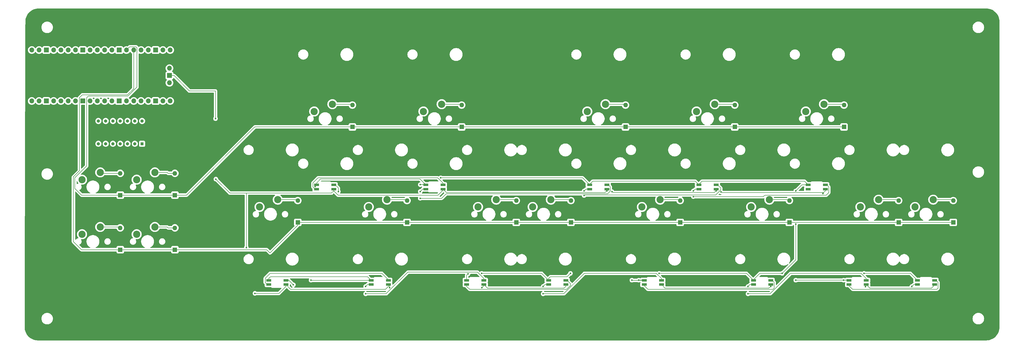
<source format=gtl>
G04 #@! TF.GenerationSoftware,KiCad,Pcbnew,8.0.3*
G04 #@! TF.CreationDate,2024-07-25T17:07:34-07:00*
G04 #@! TF.ProjectId,melokey,6d656c6f-6b65-4792-9e6b-696361645f70,rev?*
G04 #@! TF.SameCoordinates,Original*
G04 #@! TF.FileFunction,Copper,L1,Top*
G04 #@! TF.FilePolarity,Positive*
%FSLAX46Y46*%
G04 Gerber Fmt 4.6, Leading zero omitted, Abs format (unit mm)*
G04 Created by KiCad (PCBNEW 8.0.3) date 2024-07-25 17:07:34*
%MOMM*%
%LPD*%
G01*
G04 APERTURE LIST*
G04 #@! TA.AperFunction,ComponentPad*
%ADD10C,2.500000*%
G04 #@! TD*
G04 #@! TA.AperFunction,SMDPad,CuDef*
%ADD11R,1.800000X0.820000*%
G04 #@! TD*
G04 #@! TA.AperFunction,ComponentPad*
%ADD12R,1.600000X1.600000*%
G04 #@! TD*
G04 #@! TA.AperFunction,ComponentPad*
%ADD13O,1.600000X1.600000*%
G04 #@! TD*
G04 #@! TA.AperFunction,ComponentPad*
%ADD14R,1.140000X1.140000*%
G04 #@! TD*
G04 #@! TA.AperFunction,ComponentPad*
%ADD15C,1.140000*%
G04 #@! TD*
G04 #@! TA.AperFunction,ComponentPad*
%ADD16O,1.700000X1.700000*%
G04 #@! TD*
G04 #@! TA.AperFunction,ComponentPad*
%ADD17R,1.700000X1.700000*%
G04 #@! TD*
G04 #@! TA.AperFunction,ViaPad*
%ADD18C,0.600000*%
G04 #@! TD*
G04 #@! TA.AperFunction,Conductor*
%ADD19C,0.200000*%
G04 #@! TD*
G04 APERTURE END LIST*
D10*
G04 #@! TO.P,SW9,1,1*
G04 #@! TO.N,col3*
X153193750Y-169227500D03*
G04 #@! TO.P,SW9,2,2*
G04 #@! TO.N,Net-(D9-A)*
X159543750Y-166687500D03*
G04 #@! TD*
G04 #@! TO.P,SW17,1,1*
G04 #@! TO.N,col2*
X91281250Y-212090000D03*
G04 #@! TO.P,SW17,2,2*
G04 #@! TO.N,Net-(D17-A)*
X97631250Y-209550000D03*
G04 #@! TD*
D11*
G04 #@! TO.P,D25,1,VDD*
G04 #@! TO.N,power*
X363543750Y-228167500D03*
G04 #@! TO.P,D25,2,DOUT*
G04 #@! TO.N,Net-(D25-DOUT)*
X363543750Y-229667500D03*
G04 #@! TO.P,D25,3,GND*
G04 #@! TO.N,GND*
X369563750Y-229667500D03*
G04 #@! TO.P,D25,4,DIN*
G04 #@! TO.N,Net-(D24-DOUT)*
X369563750Y-228167500D03*
G04 #@! TD*
D10*
G04 #@! TO.P,SW8,1,1*
G04 #@! TO.N,col10*
X362743750Y-202565000D03*
G04 #@! TO.P,SW8,2,2*
G04 #@! TO.N,Net-(D8-A)*
X369093750Y-200025000D03*
G04 #@! TD*
D11*
G04 #@! TO.P,D20,1,VDD*
G04 #@! TO.N,power*
X206381250Y-228167500D03*
G04 #@! TO.P,D20,2,DOUT*
G04 #@! TO.N,Net-(D20-DOUT)*
X206381250Y-229667500D03*
G04 #@! TO.P,D20,3,GND*
G04 #@! TO.N,GND*
X212401250Y-229667500D03*
G04 #@! TO.P,D20,4,DIN*
G04 #@! TO.N,Net-(D19-DOUT)*
X212401250Y-228167500D03*
G04 #@! TD*
G04 #@! TO.P,D29,1,VDD*
G04 #@! TO.N,power*
X287343750Y-194830000D03*
G04 #@! TO.P,D29,2,DOUT*
G04 #@! TO.N,Net-(D29-DOUT)*
X287343750Y-196330000D03*
G04 #@! TO.P,D29,3,GND*
G04 #@! TO.N,GND*
X293363750Y-196330000D03*
G04 #@! TO.P,D29,4,DIN*
G04 #@! TO.N,Net-(D28-DOUT)*
X293363750Y-194830000D03*
G04 #@! TD*
D10*
G04 #@! TO.P,SW2,1,1*
G04 #@! TO.N,col4*
X172243750Y-202565000D03*
G04 #@! TO.P,SW2,2,2*
G04 #@! TO.N,Net-(D2-A)*
X178593750Y-200025000D03*
G04 #@! TD*
G04 #@! TO.P,SW13,1,1*
G04 #@! TO.N,col8*
X324643750Y-169227500D03*
G04 #@! TO.P,SW13,2,2*
G04 #@! TO.N,Net-(D13-A)*
X330993750Y-166687500D03*
G04 #@! TD*
D11*
G04 #@! TO.P,D21,1,VDD*
G04 #@! TO.N,power*
X234956250Y-228167500D03*
G04 #@! TO.P,D21,2,DOUT*
G04 #@! TO.N,Net-(D21-DOUT)*
X234956250Y-229667500D03*
G04 #@! TO.P,D21,3,GND*
G04 #@! TO.N,GND*
X240976250Y-229667500D03*
G04 #@! TO.P,D21,4,DIN*
G04 #@! TO.N,Net-(D20-DOUT)*
X240976250Y-228167500D03*
G04 #@! TD*
G04 #@! TO.P,D30,1,VDD*
G04 #@! TO.N,power*
X325443750Y-194830000D03*
G04 #@! TO.P,D30,2,DOUT*
G04 #@! TO.N,unconnected-(D30-DOUT-Pad2)*
X325443750Y-196330000D03*
G04 #@! TO.P,D30,3,GND*
G04 #@! TO.N,GND*
X331463750Y-196330000D03*
G04 #@! TO.P,D30,4,DIN*
G04 #@! TO.N,Net-(D29-DOUT)*
X331463750Y-194830000D03*
G04 #@! TD*
D10*
G04 #@! TO.P,SW10,1,1*
G04 #@! TO.N,col4*
X191293750Y-169227500D03*
G04 #@! TO.P,SW10,2,2*
G04 #@! TO.N,Net-(D10-A)*
X197643750Y-166687500D03*
G04 #@! TD*
G04 #@! TO.P,SW16,1,1*
G04 #@! TO.N,col1*
X72231250Y-212090000D03*
G04 #@! TO.P,SW16,2,2*
G04 #@! TO.N,Net-(D16-A)*
X78581250Y-209550000D03*
G04 #@! TD*
G04 #@! TO.P,SW15,1,1*
G04 #@! TO.N,col2*
X91281250Y-193040000D03*
G04 #@! TO.P,SW15,2,2*
G04 #@! TO.N,Net-(D15-A)*
X97631250Y-190500000D03*
G04 #@! TD*
D11*
G04 #@! TO.P,D23,1,VDD*
G04 #@! TO.N,power*
X306393750Y-228167500D03*
G04 #@! TO.P,D23,2,DOUT*
G04 #@! TO.N,Net-(D23-DOUT)*
X306393750Y-229667500D03*
G04 #@! TO.P,D23,3,GND*
G04 #@! TO.N,GND*
X312413750Y-229667500D03*
G04 #@! TO.P,D23,4,DIN*
G04 #@! TO.N,Net-(D22-DOUT)*
X312413750Y-228167500D03*
G04 #@! TD*
D10*
G04 #@! TO.P,SW12,1,1*
G04 #@! TO.N,col7*
X286543750Y-169227500D03*
G04 #@! TO.P,SW12,2,2*
G04 #@! TO.N,Net-(D12-A)*
X292893750Y-166687500D03*
G04 #@! TD*
G04 #@! TO.P,SW3,1,1*
G04 #@! TO.N,col5*
X210343750Y-202565000D03*
G04 #@! TO.P,SW3,2,2*
G04 #@! TO.N,Net-(D3-A)*
X216693750Y-200025000D03*
G04 #@! TD*
G04 #@! TO.P,SW7,1,1*
G04 #@! TO.N,col9*
X343693750Y-202565000D03*
G04 #@! TO.P,SW7,2,2*
G04 #@! TO.N,Net-(D7-A)*
X350043750Y-200025000D03*
G04 #@! TD*
D11*
G04 #@! TO.P,D28,1,VDD*
G04 #@! TO.N,power*
X249243750Y-194830000D03*
G04 #@! TO.P,D28,2,DOUT*
G04 #@! TO.N,Net-(D28-DOUT)*
X249243750Y-196330000D03*
G04 #@! TO.P,D28,3,GND*
G04 #@! TO.N,GND*
X255263750Y-196330000D03*
G04 #@! TO.P,D28,4,DIN*
G04 #@! TO.N,Net-(D27-DOUT)*
X255263750Y-194830000D03*
G04 #@! TD*
G04 #@! TO.P,D19,1,VDD*
G04 #@! TO.N,power*
X173043750Y-228167500D03*
G04 #@! TO.P,D19,2,DOUT*
G04 #@! TO.N,Net-(D19-DOUT)*
X173043750Y-229667500D03*
G04 #@! TO.P,D19,3,GND*
G04 #@! TO.N,GND*
X179063750Y-229667500D03*
G04 #@! TO.P,D19,4,DIN*
G04 #@! TO.N,Net-(D18-DOUT)*
X179063750Y-228167500D03*
G04 #@! TD*
D10*
G04 #@! TO.P,SW1,1,1*
G04 #@! TO.N,col3*
X134143750Y-202565000D03*
G04 #@! TO.P,SW1,2,2*
G04 #@! TO.N,Net-(D1-A)*
X140493750Y-200025000D03*
G04 #@! TD*
D11*
G04 #@! TO.P,D26,1,VDD*
G04 #@! TO.N,power*
X153993750Y-194830000D03*
G04 #@! TO.P,D26,2,DOUT*
G04 #@! TO.N,Net-(D26-DOUT)*
X153993750Y-196330000D03*
G04 #@! TO.P,D26,3,GND*
G04 #@! TO.N,GND*
X160013750Y-196330000D03*
G04 #@! TO.P,D26,4,DIN*
G04 #@! TO.N,Net-(D25-DOUT)*
X160013750Y-194830000D03*
G04 #@! TD*
G04 #@! TO.P,D27,1,VDD*
G04 #@! TO.N,power*
X192093750Y-194830000D03*
G04 #@! TO.P,D27,2,DOUT*
G04 #@! TO.N,Net-(D27-DOUT)*
X192093750Y-196330000D03*
G04 #@! TO.P,D27,3,GND*
G04 #@! TO.N,GND*
X198113750Y-196330000D03*
G04 #@! TO.P,D27,4,DIN*
G04 #@! TO.N,Net-(D26-DOUT)*
X198113750Y-194830000D03*
G04 #@! TD*
D10*
G04 #@! TO.P,SW4,1,1*
G04 #@! TO.N,col6*
X229393750Y-202565000D03*
G04 #@! TO.P,SW4,2,2*
G04 #@! TO.N,Net-(D4-A)*
X235743750Y-200025000D03*
G04 #@! TD*
D11*
G04 #@! TO.P,D22,1,VDD*
G04 #@! TO.N,power*
X268293750Y-228167500D03*
G04 #@! TO.P,D22,2,DOUT*
G04 #@! TO.N,Net-(D22-DOUT)*
X268293750Y-229667500D03*
G04 #@! TO.P,D22,3,GND*
G04 #@! TO.N,GND*
X274313750Y-229667500D03*
G04 #@! TO.P,D22,4,DIN*
G04 #@! TO.N,Net-(D21-DOUT)*
X274313750Y-228167500D03*
G04 #@! TD*
G04 #@! TO.P,D18,1,VDD*
G04 #@! TO.N,power*
X137325000Y-228167500D03*
G04 #@! TO.P,D18,2,DOUT*
G04 #@! TO.N,Net-(D18-DOUT)*
X137325000Y-229667500D03*
G04 #@! TO.P,D18,3,GND*
G04 #@! TO.N,GND*
X143345000Y-229667500D03*
G04 #@! TO.P,D18,4,DIN*
G04 #@! TO.N,output*
X143345000Y-228167500D03*
G04 #@! TD*
D10*
G04 #@! TO.P,SW6,1,1*
G04 #@! TO.N,col8*
X305593750Y-202565000D03*
G04 #@! TO.P,SW6,2,2*
G04 #@! TO.N,Net-(D6-A)*
X311943750Y-200025000D03*
G04 #@! TD*
G04 #@! TO.P,SW5,1,1*
G04 #@! TO.N,col7*
X267493750Y-202565000D03*
G04 #@! TO.P,SW5,2,2*
G04 #@! TO.N,Net-(D5-A)*
X273843750Y-200025000D03*
G04 #@! TD*
D11*
G04 #@! TO.P,D24,1,VDD*
G04 #@! TO.N,power*
X339731250Y-228167500D03*
G04 #@! TO.P,D24,2,DOUT*
G04 #@! TO.N,Net-(D24-DOUT)*
X339731250Y-229667500D03*
G04 #@! TO.P,D24,3,GND*
G04 #@! TO.N,GND*
X345751250Y-229667500D03*
G04 #@! TO.P,D24,4,DIN*
G04 #@! TO.N,Net-(D23-DOUT)*
X345751250Y-228167500D03*
G04 #@! TD*
D10*
G04 #@! TO.P,SW14,1,1*
G04 #@! TO.N,col1*
X72231250Y-193040000D03*
G04 #@! TO.P,SW14,2,2*
G04 #@! TO.N,Net-(D14-A)*
X78581250Y-190500000D03*
G04 #@! TD*
G04 #@! TO.P,SW11,1,1*
G04 #@! TO.N,col6*
X248443750Y-169227500D03*
G04 #@! TO.P,SW11,2,2*
G04 #@! TO.N,Net-(D11-A)*
X254793750Y-166687500D03*
G04 #@! TD*
D12*
G04 #@! TO.P,D17,1,K*
G04 #@! TO.N,row2*
X104616250Y-217487500D03*
D13*
G04 #@! TO.P,D17,2,A*
G04 #@! TO.N,Net-(D17-A)*
X104616250Y-209867500D03*
G04 #@! TD*
D12*
G04 #@! TO.P,D11,1,K*
G04 #@! TO.N,row1*
X261778750Y-174625000D03*
D13*
G04 #@! TO.P,D11,2,A*
G04 #@! TO.N,Net-(D11-A)*
X261778750Y-167005000D03*
G04 #@! TD*
D12*
G04 #@! TO.P,D4,1,K*
G04 #@! TO.N,row2*
X242728750Y-207962500D03*
D13*
G04 #@! TO.P,D4,2,A*
G04 #@! TO.N,Net-(D4-A)*
X242728750Y-200342500D03*
G04 #@! TD*
D12*
G04 #@! TO.P,D10,1,K*
G04 #@! TO.N,row1*
X204628750Y-174625000D03*
D13*
G04 #@! TO.P,D10,2,A*
G04 #@! TO.N,Net-(D10-A)*
X204628750Y-167005000D03*
G04 #@! TD*
D12*
G04 #@! TO.P,D14,1,K*
G04 #@! TO.N,row1*
X85566250Y-198437500D03*
D13*
G04 #@! TO.P,D14,2,A*
G04 #@! TO.N,Net-(D14-A)*
X85566250Y-190817500D03*
G04 #@! TD*
D12*
G04 #@! TO.P,D8,1,K*
G04 #@! TO.N,row2*
X376078750Y-207962500D03*
D13*
G04 #@! TO.P,D8,2,A*
G04 #@! TO.N,Net-(D8-A)*
X376078750Y-200342500D03*
G04 #@! TD*
D12*
G04 #@! TO.P,D15,1,K*
G04 #@! TO.N,row1*
X104616250Y-198437500D03*
D13*
G04 #@! TO.P,D15,2,A*
G04 #@! TO.N,Net-(D15-A)*
X104616250Y-190817500D03*
G04 #@! TD*
D12*
G04 #@! TO.P,D2,1,K*
G04 #@! TO.N,row2*
X185578750Y-207962500D03*
D13*
G04 #@! TO.P,D2,2,A*
G04 #@! TO.N,Net-(D2-A)*
X185578750Y-200342500D03*
G04 #@! TD*
D12*
G04 #@! TO.P,D3,1,K*
G04 #@! TO.N,row2*
X223678750Y-207962500D03*
D13*
G04 #@! TO.P,D3,2,A*
G04 #@! TO.N,Net-(D3-A)*
X223678750Y-200342500D03*
G04 #@! TD*
D12*
G04 #@! TO.P,D12,1,K*
G04 #@! TO.N,row1*
X299878750Y-174625000D03*
D13*
G04 #@! TO.P,D12,2,A*
G04 #@! TO.N,Net-(D12-A)*
X299878750Y-167005000D03*
G04 #@! TD*
D14*
G04 #@! TO.P,U2,1,1~{OE}*
G04 #@! TO.N,GND*
X93186250Y-180500000D03*
D15*
G04 #@! TO.P,U2,2,1A*
G04 #@! TO.N,gpio18*
X90646250Y-180500000D03*
G04 #@! TO.P,U2,3,1Y*
G04 #@! TO.N,output*
X88106250Y-180500000D03*
G04 #@! TO.P,U2,4,2~{OE}*
G04 #@! TO.N,unconnected-(U2-2~{OE}-Pad4)*
X85566250Y-180500000D03*
G04 #@! TO.P,U2,5,2A*
G04 #@! TO.N,unconnected-(U2-2A-Pad5)*
X83026250Y-180500000D03*
G04 #@! TO.P,U2,6,2Y*
G04 #@! TO.N,unconnected-(U2-2Y-Pad6)*
X80486250Y-180500000D03*
G04 #@! TO.P,U2,7,GND*
G04 #@! TO.N,GND*
X77946250Y-180500000D03*
G04 #@! TO.P,U2,8,3Y*
G04 #@! TO.N,unconnected-(U2-3Y-Pad8)*
X77946250Y-172560000D03*
G04 #@! TO.P,U2,9,3A*
G04 #@! TO.N,unconnected-(U2-3A-Pad9)*
X80486250Y-172560000D03*
G04 #@! TO.P,U2,10,3~{OE}*
G04 #@! TO.N,unconnected-(U2-3~{OE}-Pad10)*
X83026250Y-172560000D03*
G04 #@! TO.P,U2,11,4Y*
G04 #@! TO.N,unconnected-(U2-4Y-Pad11)*
X85566250Y-172560000D03*
G04 #@! TO.P,U2,12,4A*
G04 #@! TO.N,unconnected-(U2-4A-Pad12)*
X88106250Y-172560000D03*
G04 #@! TO.P,U2,13,4~{OE}*
G04 #@! TO.N,unconnected-(U2-4~{OE}-Pad13)*
X90646250Y-172560000D03*
G04 #@! TO.P,U2,14,VCC*
G04 #@! TO.N,5v*
X93186250Y-172560000D03*
G04 #@! TD*
D12*
G04 #@! TO.P,D1,1,K*
G04 #@! TO.N,row2*
X147478750Y-207962500D03*
D13*
G04 #@! TO.P,D1,2,A*
G04 #@! TO.N,Net-(D1-A)*
X147478750Y-200342500D03*
G04 #@! TD*
D12*
G04 #@! TO.P,D7,1,K*
G04 #@! TO.N,row2*
X357028750Y-207962500D03*
D13*
G04 #@! TO.P,D7,2,A*
G04 #@! TO.N,Net-(D7-A)*
X357028750Y-200342500D03*
G04 #@! TD*
D16*
G04 #@! TO.P,U1,1,GPIO0*
G04 #@! TO.N,col1*
X54696250Y-147797500D03*
G04 #@! TO.P,U1,2,GPIO1*
G04 #@! TO.N,col2*
X57236250Y-147797500D03*
D17*
G04 #@! TO.P,U1,3,GND*
G04 #@! TO.N,unconnected-(U1-GND-Pad3)*
X59776250Y-147797500D03*
D16*
G04 #@! TO.P,U1,4,GPIO2*
G04 #@! TO.N,col3*
X62316250Y-147797500D03*
G04 #@! TO.P,U1,5,GPIO3*
G04 #@! TO.N,col4*
X64856250Y-147797500D03*
G04 #@! TO.P,U1,6,GPIO4*
G04 #@! TO.N,col5*
X67396250Y-147797500D03*
G04 #@! TO.P,U1,7,GPIO5*
G04 #@! TO.N,col6*
X69936250Y-147797500D03*
D17*
G04 #@! TO.P,U1,8,GND*
G04 #@! TO.N,unconnected-(U1-GND-Pad8)*
X72476250Y-147797500D03*
D16*
G04 #@! TO.P,U1,9,GPIO6*
G04 #@! TO.N,col7*
X75016250Y-147797500D03*
G04 #@! TO.P,U1,10,GPIO7*
G04 #@! TO.N,col8*
X77556250Y-147797500D03*
G04 #@! TO.P,U1,11,GPIO8*
G04 #@! TO.N,col9*
X80096250Y-147797500D03*
G04 #@! TO.P,U1,12,GPIO9*
G04 #@! TO.N,col10*
X82636250Y-147797500D03*
D17*
G04 #@! TO.P,U1,13,GND*
G04 #@! TO.N,unconnected-(U1-GND-Pad13)*
X85176250Y-147797500D03*
D16*
G04 #@! TO.P,U1,14,GPIO10*
G04 #@! TO.N,row1*
X87716250Y-147797500D03*
G04 #@! TO.P,U1,15,GPIO11*
G04 #@! TO.N,row2*
X90256250Y-147797500D03*
G04 #@! TO.P,U1,16,GPIO12*
G04 #@! TO.N,unconnected-(U1-GPIO12-Pad16)*
X92796250Y-147797500D03*
G04 #@! TO.P,U1,17,GPIO13*
G04 #@! TO.N,unconnected-(U1-GPIO13-Pad17)*
X95336250Y-147797500D03*
D17*
G04 #@! TO.P,U1,18,GND*
G04 #@! TO.N,unconnected-(U1-GND-Pad18)*
X97876250Y-147797500D03*
D16*
G04 #@! TO.P,U1,19,GPIO14*
G04 #@! TO.N,unconnected-(U1-GPIO14-Pad19)*
X100416250Y-147797500D03*
G04 #@! TO.P,U1,20,GPIO15*
G04 #@! TO.N,unconnected-(U1-GPIO15-Pad20)*
X102956250Y-147797500D03*
G04 #@! TO.P,U1,21,GPIO16*
G04 #@! TO.N,unconnected-(U1-GPIO16-Pad21)*
X102956250Y-165577500D03*
G04 #@! TO.P,U1,22,GPIO17*
G04 #@! TO.N,unconnected-(U1-GPIO17-Pad22)*
X100416250Y-165577500D03*
D17*
G04 #@! TO.P,U1,23,GND*
G04 #@! TO.N,unconnected-(U1-GND-Pad23)*
X97876250Y-165577500D03*
D16*
G04 #@! TO.P,U1,24,GPIO18*
G04 #@! TO.N,unconnected-(U1-GPIO18-Pad24)*
X95336250Y-165577500D03*
G04 #@! TO.P,U1,25,GPIO19*
G04 #@! TO.N,unconnected-(U1-GPIO19-Pad25)*
X92796250Y-165577500D03*
G04 #@! TO.P,U1,26,GPIO20*
G04 #@! TO.N,unconnected-(U1-GPIO20-Pad26)*
X90256250Y-165577500D03*
G04 #@! TO.P,U1,27,GPIO21*
G04 #@! TO.N,unconnected-(U1-GPIO21-Pad27)*
X87716250Y-165577500D03*
D17*
G04 #@! TO.P,U1,28,GND*
G04 #@! TO.N,unconnected-(U1-GND-Pad28)*
X85176250Y-165577500D03*
D16*
G04 #@! TO.P,U1,29,GPIO22*
G04 #@! TO.N,unconnected-(U1-GPIO22-Pad29)*
X82636250Y-165577500D03*
G04 #@! TO.P,U1,30,RUN*
G04 #@! TO.N,unconnected-(U1-RUN-Pad30)*
X80096250Y-165577500D03*
G04 #@! TO.P,U1,31,GPIO26_ADC0*
G04 #@! TO.N,unconnected-(U1-GPIO26_ADC0-Pad31)*
X77556250Y-165577500D03*
G04 #@! TO.P,U1,32,GPIO27_ADC1*
G04 #@! TO.N,unconnected-(U1-GPIO27_ADC1-Pad32)*
X75016250Y-165577500D03*
D17*
G04 #@! TO.P,U1,33,AGND*
G04 #@! TO.N,unconnected-(U1-AGND-Pad33)*
X72476250Y-165577500D03*
D16*
G04 #@! TO.P,U1,34,GPIO28_ADC2*
G04 #@! TO.N,unconnected-(U1-GPIO28_ADC2-Pad34)*
X69936250Y-165577500D03*
G04 #@! TO.P,U1,35,ADC_VREF*
G04 #@! TO.N,unconnected-(U1-ADC_VREF-Pad35)*
X67396250Y-165577500D03*
G04 #@! TO.P,U1,36,3V3*
G04 #@! TO.N,unconnected-(U1-3V3-Pad36)*
X64856250Y-165577500D03*
G04 #@! TO.P,U1,37,3V3_EN*
G04 #@! TO.N,unconnected-(U1-3V3_EN-Pad37)*
X62316250Y-165577500D03*
D17*
G04 #@! TO.P,U1,38,GND*
G04 #@! TO.N,unconnected-(U1-GND-Pad38)*
X59776250Y-165577500D03*
D16*
G04 #@! TO.P,U1,39,VSYS*
G04 #@! TO.N,5v*
X57236250Y-165577500D03*
G04 #@! TO.P,U1,40,VBUS*
G04 #@! TO.N,unconnected-(U1-VBUS-Pad40)*
X54696250Y-165577500D03*
G04 #@! TO.P,U1,41,SWCLK*
G04 #@! TO.N,unconnected-(U1-SWCLK-Pad41)*
X102726250Y-154147500D03*
D17*
G04 #@! TO.P,U1,42,GND*
G04 #@! TO.N,GND*
X102726250Y-156687500D03*
D16*
G04 #@! TO.P,U1,43,SWDIO*
G04 #@! TO.N,unconnected-(U1-SWDIO-Pad43)*
X102726250Y-159227500D03*
G04 #@! TD*
D12*
G04 #@! TO.P,D13,1,K*
G04 #@! TO.N,row1*
X337978750Y-174625000D03*
D13*
G04 #@! TO.P,D13,2,A*
G04 #@! TO.N,Net-(D13-A)*
X337978750Y-167005000D03*
G04 #@! TD*
D12*
G04 #@! TO.P,D5,1,K*
G04 #@! TO.N,row2*
X280828750Y-207962500D03*
D13*
G04 #@! TO.P,D5,2,A*
G04 #@! TO.N,Net-(D5-A)*
X280828750Y-200342500D03*
G04 #@! TD*
D12*
G04 #@! TO.P,D16,1,K*
G04 #@! TO.N,row2*
X85566250Y-217487500D03*
D13*
G04 #@! TO.P,D16,2,A*
G04 #@! TO.N,Net-(D16-A)*
X85566250Y-209867500D03*
G04 #@! TD*
D12*
G04 #@! TO.P,D6,1,K*
G04 #@! TO.N,row2*
X318928750Y-207962500D03*
D13*
G04 #@! TO.P,D6,2,A*
G04 #@! TO.N,Net-(D6-A)*
X318928750Y-200342500D03*
G04 #@! TD*
D12*
G04 #@! TO.P,D9,1,K*
G04 #@! TO.N,row1*
X166528750Y-174625000D03*
D13*
G04 #@! TO.P,D9,2,A*
G04 #@! TO.N,Net-(D9-A)*
X166528750Y-167005000D03*
G04 #@! TD*
D18*
G04 #@! TO.N,power*
X153551250Y-195419998D03*
X273526250Y-225743750D03*
X190182500Y-194787500D03*
X197326250Y-192406250D03*
X152082500Y-228125000D03*
X337820000Y-228125000D03*
X264001250Y-228125000D03*
X321151250Y-208562500D03*
X211613750Y-225743750D03*
X242570000Y-225743750D03*
X344963750Y-225743750D03*
X316388750Y-225743750D03*
X321151250Y-228125000D03*
X206851250Y-225943750D03*
X266382500Y-228125000D03*
X321151250Y-196980000D03*
G04 #@! TO.N,output*
X145932500Y-229737500D03*
G04 #@! TO.N,GND*
X132551250Y-232737500D03*
X211723706Y-230717501D03*
X330676250Y-197875000D03*
X118908133Y-192856883D03*
X295120515Y-197331765D03*
X255263750Y-196940000D03*
X257034037Y-197226475D03*
X293363750Y-196940000D03*
X118788750Y-171737500D03*
X345421227Y-230369977D03*
X129551250Y-216737500D03*
X179551250Y-230737500D03*
X312413750Y-230277500D03*
G04 #@! TO.N,Net-(D19-DOUT)*
X171132500Y-232887500D03*
X171132500Y-230317500D03*
G04 #@! TO.N,Net-(D21-DOUT)*
X233045000Y-230317500D03*
X233045000Y-232887500D03*
G04 #@! TO.N,Net-(D23-DOUT)*
X304482500Y-230317500D03*
X304482500Y-232887500D03*
G04 #@! TO.N,Net-(D25-DOUT)*
X161607500Y-197168750D03*
X361632500Y-230317500D03*
G04 #@! TO.N,Net-(D27-DOUT)*
X190182500Y-199550000D03*
X190182500Y-197168750D03*
G04 #@! TO.N,Net-(D28-DOUT)*
X247332500Y-196980000D03*
X247332500Y-198580000D03*
G04 #@! TO.N,Net-(D29-DOUT)*
X285432500Y-196980000D03*
X285432500Y-198980000D03*
G04 #@! TD*
D19*
G04 #@! TO.N,Net-(D1-A)*
X140493750Y-200025000D02*
X147161250Y-200025000D01*
X147161250Y-200025000D02*
X147478750Y-200342500D01*
G04 #@! TO.N,Net-(D2-A)*
X178593750Y-200025000D02*
X185261250Y-200025000D01*
X185261250Y-200025000D02*
X185578750Y-200342500D01*
G04 #@! TO.N,Net-(D3-A)*
X216693750Y-200025000D02*
X223361250Y-200025000D01*
X223361250Y-200025000D02*
X223678750Y-200342500D01*
G04 #@! TO.N,Net-(D4-A)*
X235743750Y-200025000D02*
X242411250Y-200025000D01*
X242411250Y-200025000D02*
X242728750Y-200342500D01*
G04 #@! TO.N,Net-(D5-A)*
X280511250Y-200025000D02*
X280828750Y-200342500D01*
X273843750Y-200025000D02*
X280511250Y-200025000D01*
G04 #@! TO.N,Net-(D6-A)*
X318611250Y-200025000D02*
X318928750Y-200342500D01*
X311943750Y-200025000D02*
X318611250Y-200025000D01*
G04 #@! TO.N,Net-(D7-A)*
X350043750Y-200025000D02*
X356711250Y-200025000D01*
X356711250Y-200025000D02*
X357028750Y-200342500D01*
G04 #@! TO.N,Net-(D8-A)*
X375761250Y-200025000D02*
X376078750Y-200342500D01*
X369093750Y-200025000D02*
X375761250Y-200025000D01*
G04 #@! TO.N,Net-(D9-A)*
X159543750Y-166687500D02*
X166211250Y-166687500D01*
X166211250Y-166687500D02*
X166528750Y-167005000D01*
G04 #@! TO.N,Net-(D10-A)*
X204311250Y-166687500D02*
X204628750Y-167005000D01*
X197643750Y-166687500D02*
X204311250Y-166687500D01*
G04 #@! TO.N,Net-(D11-A)*
X254793750Y-166687500D02*
X261461250Y-166687500D01*
X261461250Y-166687500D02*
X261778750Y-167005000D01*
G04 #@! TO.N,Net-(D12-A)*
X292893750Y-166687500D02*
X299561250Y-166687500D01*
X299561250Y-166687500D02*
X299878750Y-167005000D01*
G04 #@! TO.N,Net-(D13-A)*
X330993750Y-166687500D02*
X337661250Y-166687500D01*
X337661250Y-166687500D02*
X337978750Y-167005000D01*
G04 #@! TO.N,Net-(D14-A)*
X78898750Y-190817500D02*
X78581250Y-190500000D01*
X85566250Y-190817500D02*
X78898750Y-190817500D01*
G04 #@! TO.N,Net-(D15-A)*
X102235000Y-190817500D02*
X101917500Y-190500000D01*
X101917500Y-190500000D02*
X97631250Y-190500000D01*
X104616250Y-190817500D02*
X102235000Y-190817500D01*
G04 #@! TO.N,Net-(D16-A)*
X85248750Y-209550000D02*
X85566250Y-209867500D01*
X78581250Y-209550000D02*
X85248750Y-209550000D01*
G04 #@! TO.N,Net-(D17-A)*
X101917500Y-209550000D02*
X97631250Y-209550000D01*
X104616250Y-209867500D02*
X102235000Y-209867500D01*
X102235000Y-209867500D02*
X101917500Y-209550000D01*
G04 #@! TO.N,row2*
X72322500Y-163431250D02*
X71326250Y-164427500D01*
X71326250Y-189942968D02*
X69228838Y-192040380D01*
X90256250Y-161285000D02*
X90256250Y-147797500D01*
X147478750Y-207962500D02*
X147478750Y-208916250D01*
X69228838Y-192040380D02*
X69228838Y-214630000D01*
X88110000Y-163431250D02*
X72322500Y-163431250D01*
X105092500Y-217011250D02*
X104616250Y-217487500D01*
X136682500Y-217487500D02*
X104616250Y-217487500D01*
X72086338Y-217487500D02*
X85566250Y-217487500D01*
X104616250Y-217487500D02*
X85566250Y-217487500D01*
X71326250Y-164427500D02*
X71326250Y-189942968D01*
X69228838Y-214630000D02*
X72086338Y-217487500D01*
X147478750Y-207962500D02*
X376078750Y-207962500D01*
X88110000Y-163431250D02*
X90256250Y-161285000D01*
X137795000Y-218600000D02*
X136682500Y-217487500D01*
X147478750Y-208916250D02*
X137795000Y-218600000D01*
G04 #@! TO.N,row1*
X91406250Y-146982500D02*
X91071250Y-146647500D01*
X91406250Y-160700686D02*
X91406250Y-146982500D01*
X108667736Y-198437500D02*
X104616250Y-198437500D01*
X72086338Y-198437500D02*
X69736250Y-196087412D01*
X73866250Y-188230000D02*
X73866250Y-164427500D01*
X74462500Y-163831250D02*
X88275686Y-163831250D01*
X166528750Y-174625000D02*
X132480236Y-174625000D01*
X88866250Y-146647500D02*
X87716250Y-147797500D01*
X88275686Y-163831250D02*
X91406250Y-160700686D01*
X131883243Y-175221993D02*
X108667736Y-198437500D01*
X132480236Y-174625000D02*
X131883243Y-175221993D01*
X69736250Y-192360000D02*
X73866250Y-188230000D01*
X73866250Y-164427500D02*
X74462500Y-163831250D01*
X91071250Y-146647500D02*
X88866250Y-146647500D01*
X85566250Y-198437500D02*
X72086338Y-198437500D01*
X69736250Y-196087412D02*
X69736250Y-192360000D01*
X166528750Y-174625000D02*
X337978750Y-174625000D01*
X85566250Y-198437500D02*
X104616250Y-198437500D01*
G04 #@! TO.N,Net-(D18-DOUT)*
X136125000Y-228957500D02*
X136125000Y-227457500D01*
X136835000Y-229667500D02*
X136125000Y-228957500D01*
X136125000Y-227457500D02*
X137838750Y-225743750D01*
X176787107Y-225743750D02*
X137838750Y-225743750D01*
X137325000Y-229667500D02*
X136835000Y-229667500D01*
X179063750Y-228020393D02*
X179063750Y-228167500D01*
X176787107Y-225743750D02*
X179063750Y-228020393D01*
G04 #@! TO.N,power*
X234956250Y-227557500D02*
X235596250Y-226917500D01*
X232532500Y-225743750D02*
X234956250Y-228167500D01*
X287343750Y-194830000D02*
X286093750Y-193580000D01*
X321151250Y-196980000D02*
X323301250Y-194830000D01*
X237807500Y-226917500D02*
X241396250Y-226917500D01*
X153993750Y-194220000D02*
X155407500Y-192806250D01*
X306351250Y-228125000D02*
X306351250Y-228062893D01*
X306393750Y-228167500D02*
X306351250Y-228125000D01*
X324193750Y-193580000D02*
X288446643Y-193580000D01*
X363543750Y-228167500D02*
X361120000Y-225743750D01*
X268251250Y-228125000D02*
X268293750Y-228167500D01*
X308670393Y-225743750D02*
X316388750Y-225743750D01*
X323301250Y-194830000D02*
X325443750Y-194830000D01*
X171793750Y-226917500D02*
X173043750Y-228167500D01*
X316388750Y-225743750D02*
X321151250Y-220981250D01*
X173043750Y-228167500D02*
X152125000Y-228167500D01*
X206851250Y-225943750D02*
X206381250Y-226413750D01*
X190070000Y-192806250D02*
X192093750Y-194830000D01*
X137325000Y-228167500D02*
X137325000Y-227557500D01*
X306351250Y-228062893D02*
X308670393Y-225743750D01*
X249243750Y-194682893D02*
X249243750Y-194830000D01*
X152125000Y-228167500D02*
X152082500Y-228125000D01*
X266382500Y-228125000D02*
X268251250Y-228125000D01*
X288446643Y-193580000D02*
X287343750Y-194682893D01*
X137325000Y-227557500D02*
X137965000Y-226917500D01*
X361120000Y-225743750D02*
X344963750Y-225743750D01*
X192051250Y-194787500D02*
X192093750Y-194830000D01*
X234956250Y-228167500D02*
X234956250Y-227557500D01*
X337820000Y-228125000D02*
X321151250Y-228125000D01*
X321151250Y-220981250D02*
X321151250Y-208562500D01*
X153551250Y-195419998D02*
X153551250Y-195272500D01*
X241396250Y-226917500D02*
X242570000Y-225743750D01*
X286093750Y-193580000D02*
X250346643Y-193580000D01*
X287343750Y-194682893D02*
X287343750Y-194830000D01*
X325443750Y-194830000D02*
X324193750Y-193580000D01*
X171793750Y-226917500D02*
X137965000Y-226917500D01*
X206381250Y-226413750D02*
X206381250Y-228167500D01*
X339688750Y-228125000D02*
X339731250Y-228167500D01*
X235596250Y-226917500D02*
X237807500Y-226917500D01*
X264043750Y-228167500D02*
X268293750Y-228167500D01*
X153993750Y-194830000D02*
X153993750Y-194220000D01*
X249243750Y-194830000D02*
X246820000Y-192406250D01*
X190182500Y-194787500D02*
X192051250Y-194787500D01*
X211613750Y-225743750D02*
X232532500Y-225743750D01*
X250346643Y-193580000D02*
X249243750Y-194682893D01*
X303970000Y-225743750D02*
X273526250Y-225743750D01*
X321151250Y-228125000D02*
X321193750Y-228167500D01*
X153551250Y-195272500D02*
X153993750Y-194830000D01*
X337820000Y-228125000D02*
X339688750Y-228125000D01*
X306393750Y-228167500D02*
X303970000Y-225743750D01*
X246820000Y-192406250D02*
X197326250Y-192406250D01*
X155407500Y-192806250D02*
X190070000Y-192806250D01*
X264001250Y-228125000D02*
X264043750Y-228167500D01*
G04 #@! TO.N,output*
X144362500Y-228167500D02*
X145932500Y-229737500D01*
X143345000Y-228167500D02*
X144362500Y-228167500D01*
G04 #@! TO.N,GND*
X345751250Y-230039954D02*
X345751250Y-229667500D01*
X199363750Y-197580000D02*
X198113750Y-196330000D01*
X159216250Y-197737500D02*
X129551250Y-197737500D01*
X369563750Y-229814607D02*
X368460857Y-230917500D01*
X330823750Y-197580000D02*
X330823750Y-197727500D01*
X255263750Y-196940000D02*
X254623750Y-197580000D01*
X292723750Y-197580000D02*
X257387562Y-197580000D01*
X330823750Y-197727500D02*
X330676250Y-197875000D01*
X331463750Y-196330000D02*
X331463750Y-196940000D01*
X179551250Y-230737500D02*
X179551250Y-230155000D01*
X345421227Y-230369977D02*
X345751250Y-230039954D01*
X240976250Y-229667500D02*
X240976250Y-230277500D01*
X129551250Y-197737500D02*
X123788750Y-197737500D01*
X331463750Y-196940000D02*
X330823750Y-197580000D01*
X240336250Y-230917500D02*
X213651250Y-230917500D01*
X143345000Y-230277500D02*
X143345000Y-229667500D01*
X179551250Y-230155000D02*
X179063750Y-229667500D01*
X160013750Y-196330000D02*
X160013750Y-196940000D01*
X368460857Y-230917500D02*
X347001250Y-230917500D01*
X104286250Y-156687500D02*
X102726250Y-156687500D01*
X109667500Y-162068750D02*
X118788750Y-162068750D01*
X293363750Y-196940000D02*
X292723750Y-197580000D01*
X255263750Y-196330000D02*
X255263750Y-196940000D01*
X160013750Y-196940000D02*
X159216250Y-197737500D01*
X347001250Y-230917500D02*
X345751250Y-229667500D01*
X140885000Y-232737500D02*
X132551250Y-232737500D01*
X198113750Y-196740000D02*
X198113750Y-196330000D01*
X293363750Y-196940000D02*
X293363750Y-196330000D01*
X196378750Y-198475000D02*
X198113750Y-196740000D01*
X274313750Y-229667500D02*
X275563750Y-230917500D01*
X369563750Y-229667500D02*
X369563750Y-229814607D01*
X179063750Y-229667500D02*
X179063750Y-230277500D01*
X254623750Y-197580000D02*
X199363750Y-197580000D01*
X129551250Y-197737500D02*
X129551250Y-216737500D01*
X295368750Y-197580000D02*
X295120515Y-197331765D01*
X140885000Y-232737500D02*
X143345000Y-230277500D01*
X312413750Y-230277500D02*
X312413750Y-229667500D01*
X257387562Y-197580000D02*
X257034037Y-197226475D01*
X213651250Y-230917500D02*
X212401250Y-229667500D01*
X178042500Y-231298750D02*
X144976250Y-231298750D01*
X311773750Y-230917500D02*
X312413750Y-230277500D01*
X160013750Y-196940000D02*
X161548750Y-198475000D01*
X212401250Y-229667500D02*
X212401250Y-230039957D01*
X123788750Y-197737500D02*
X118908133Y-192856883D01*
X109667500Y-162068750D02*
X104286250Y-156687500D01*
X118788750Y-171737500D02*
X118788750Y-162068750D01*
X275563750Y-230917500D02*
X311773750Y-230917500D01*
X144976250Y-231298750D02*
X143345000Y-229667500D01*
X330823750Y-197580000D02*
X295368750Y-197580000D01*
X212401250Y-230039957D02*
X211723706Y-230717501D01*
X240976250Y-230277500D02*
X240336250Y-230917500D01*
X161548750Y-198475000D02*
X196378750Y-198475000D01*
X179063750Y-230277500D02*
X178042500Y-231298750D01*
G04 #@! TO.N,Net-(D19-DOUT)*
X171132500Y-232887500D02*
X178276250Y-232887500D01*
X185820000Y-225343750D02*
X210187500Y-225343750D01*
X171782500Y-229667500D02*
X173043750Y-229667500D01*
X171132500Y-230317500D02*
X171782500Y-229667500D01*
X212401250Y-227557500D02*
X212401250Y-228167500D01*
X210187500Y-225343750D02*
X212401250Y-227557500D01*
X178276250Y-232887500D02*
X185820000Y-225343750D01*
G04 #@! TO.N,Net-(D20-DOUT)*
X241236250Y-231317500D02*
X242570000Y-229983750D01*
X242570000Y-229351250D02*
X241386250Y-228167500D01*
X241386250Y-228167500D02*
X240976250Y-228167500D01*
X206381250Y-230277500D02*
X207421250Y-231317500D01*
X206381250Y-229667500D02*
X206381250Y-230277500D01*
X242570000Y-229983750D02*
X242570000Y-229351250D01*
X207421250Y-231317500D02*
X241236250Y-231317500D01*
G04 #@! TO.N,Net-(D21-DOUT)*
X233045000Y-230317500D02*
X233695000Y-229667500D01*
X240231936Y-232887500D02*
X233045000Y-232887500D01*
X274313750Y-227557500D02*
X272500000Y-225743750D01*
X274313750Y-228167500D02*
X274313750Y-227557500D01*
X247375686Y-225743750D02*
X272500000Y-225743750D01*
X247375686Y-225743750D02*
X240231936Y-232887500D01*
X233695000Y-229667500D02*
X234956250Y-229667500D01*
G04 #@! TO.N,Net-(D22-DOUT)*
X268293750Y-230036250D02*
X268293750Y-229667500D01*
X269575000Y-231317500D02*
X268293750Y-230036250D01*
X313613750Y-228877500D02*
X313613750Y-230900000D01*
X313613750Y-230900000D02*
X313196250Y-231317500D01*
X312413750Y-228167500D02*
X312903750Y-228167500D01*
X312903750Y-228167500D02*
X313613750Y-228877500D01*
X313196250Y-231317500D02*
X269575000Y-231317500D01*
G04 #@! TO.N,Net-(D23-DOUT)*
X319335686Y-225743750D02*
X343937500Y-225743750D01*
X345751250Y-228167500D02*
X345751250Y-227557500D01*
X345751250Y-227557500D02*
X343937500Y-225743750D01*
X312191936Y-232887500D02*
X319335686Y-225743750D01*
X305132500Y-229667500D02*
X306393750Y-229667500D01*
X312191936Y-232887500D02*
X304482500Y-232887500D01*
X304482500Y-230317500D02*
X305132500Y-229667500D01*
G04 #@! TO.N,Net-(D24-DOUT)*
X370763750Y-228877500D02*
X370053750Y-228167500D01*
X370763750Y-230900000D02*
X370763750Y-228877500D01*
X339731250Y-229667500D02*
X339731250Y-230036250D01*
X341012500Y-231317500D02*
X370346250Y-231317500D01*
X339731250Y-230036250D02*
X341012500Y-231317500D01*
X370346250Y-231317500D02*
X370763750Y-230900000D01*
X370053750Y-228167500D02*
X369563750Y-228167500D01*
G04 #@! TO.N,Net-(D25-DOUT)*
X161607500Y-195933750D02*
X160503750Y-194830000D01*
X160503750Y-194830000D02*
X160013750Y-194830000D01*
X362282500Y-229667500D02*
X361632500Y-230317500D01*
X363543750Y-229667500D02*
X362282500Y-229667500D01*
X161607500Y-197168750D02*
X161607500Y-195933750D01*
G04 #@! TO.N,Net-(D26-DOUT)*
X154507500Y-192406250D02*
X152793750Y-194120000D01*
X153503750Y-196330000D02*
X153993750Y-196330000D01*
X196300000Y-192406250D02*
X154507500Y-192406250D01*
X152793750Y-194120000D02*
X152793750Y-195620000D01*
X152793750Y-195620000D02*
X153503750Y-196330000D01*
X198113750Y-194220000D02*
X196300000Y-192406250D01*
X198113750Y-194830000D02*
X198113750Y-194220000D01*
G04 #@! TO.N,Net-(D27-DOUT)*
X191021250Y-196330000D02*
X192093750Y-196330000D01*
X197628064Y-199550000D02*
X190182500Y-199550000D01*
X255263750Y-194830000D02*
X255753750Y-194830000D01*
X255523750Y-197980000D02*
X199198064Y-197980000D01*
X190182500Y-197168750D02*
X191021250Y-196330000D01*
X199198064Y-197980000D02*
X197628064Y-199550000D01*
X255753750Y-194830000D02*
X256463750Y-195540000D01*
X256463750Y-195540000D02*
X256463750Y-197040000D01*
X256463750Y-197040000D02*
X255523750Y-197980000D01*
G04 #@! TO.N,Net-(D28-DOUT)*
X293853750Y-194830000D02*
X294957500Y-195933750D01*
X293223750Y-198380000D02*
X247532500Y-198380000D01*
X294957500Y-196646250D02*
X293223750Y-198380000D01*
X247982500Y-196330000D02*
X249243750Y-196330000D01*
X247332500Y-196980000D02*
X247982500Y-196330000D01*
X294957500Y-195933750D02*
X294957500Y-196646250D01*
X293363750Y-194830000D02*
X293853750Y-194830000D01*
X247532500Y-198380000D02*
X247332500Y-198580000D01*
G04 #@! TO.N,Net-(D29-DOUT)*
X332663750Y-197562500D02*
X331751250Y-198475000D01*
X310351718Y-198475000D02*
X309846718Y-198980000D01*
X331751250Y-198475000D02*
X310351718Y-198475000D01*
X331953750Y-194830000D02*
X332663750Y-195540000D01*
X286082500Y-196330000D02*
X287343750Y-196330000D01*
X331463750Y-194830000D02*
X331953750Y-194830000D01*
X309846718Y-198980000D02*
X285432500Y-198980000D01*
X285432500Y-196980000D02*
X286082500Y-196330000D01*
X332663750Y-195540000D02*
X332663750Y-197562500D01*
G04 #@! TD*
G04 #@! TA.AperFunction,NonConductor*
G36*
X387591457Y-133275618D02*
G01*
X387984226Y-133292763D01*
X387994999Y-133293705D01*
X388382105Y-133344665D01*
X388392712Y-133346535D01*
X388773924Y-133431044D01*
X388784361Y-133433841D01*
X389156737Y-133551248D01*
X389166864Y-133554933D01*
X389527620Y-133704359D01*
X389537403Y-133708922D01*
X389617162Y-133750441D01*
X389883725Y-133889204D01*
X389893092Y-133894612D01*
X390222374Y-134104384D01*
X390231236Y-134110589D01*
X390540983Y-134348263D01*
X390549266Y-134355212D01*
X390578147Y-134381677D01*
X390837129Y-134618988D01*
X390844778Y-134626637D01*
X391108554Y-134914495D01*
X391115507Y-134922782D01*
X391353185Y-135232527D01*
X391359390Y-135241389D01*
X391569165Y-135570668D01*
X391574574Y-135580036D01*
X391754855Y-135926351D01*
X391759427Y-135936155D01*
X391908840Y-136296865D01*
X391912540Y-136307030D01*
X392029945Y-136679388D01*
X392032745Y-136689838D01*
X392117251Y-137071021D01*
X392119129Y-137081673D01*
X392170090Y-137468754D01*
X392171033Y-137479531D01*
X392188132Y-137871151D01*
X392188250Y-137876560D01*
X392188250Y-244553549D01*
X392188132Y-244558957D01*
X392170986Y-244951723D01*
X392170043Y-244962499D01*
X392119087Y-245349577D01*
X392117209Y-245360231D01*
X392032706Y-245741413D01*
X392029906Y-245751862D01*
X391912504Y-246124220D01*
X391908804Y-246134385D01*
X391759400Y-246495085D01*
X391754830Y-246504887D01*
X391692650Y-246624335D01*
X391574548Y-246851209D01*
X391569139Y-246860577D01*
X391359361Y-247189865D01*
X391353156Y-247198726D01*
X391115479Y-247508473D01*
X391108525Y-247516760D01*
X390844759Y-247804610D01*
X390837110Y-247812259D01*
X390549260Y-248076025D01*
X390540973Y-248082979D01*
X390231226Y-248320656D01*
X390222365Y-248326861D01*
X389893077Y-248536639D01*
X389883709Y-248542048D01*
X389656835Y-248660150D01*
X389537425Y-248722311D01*
X389537390Y-248722329D01*
X389527585Y-248726900D01*
X389166885Y-248876304D01*
X389156720Y-248880004D01*
X388784362Y-248997406D01*
X388773913Y-249000206D01*
X388392731Y-249084709D01*
X388382077Y-249086587D01*
X387994999Y-249137543D01*
X387984223Y-249138486D01*
X387591457Y-249155632D01*
X387586049Y-249155750D01*
X56828956Y-249155750D01*
X56823547Y-249155632D01*
X56430783Y-249138484D01*
X56420008Y-249137541D01*
X56226466Y-249112060D01*
X56032926Y-249086580D01*
X56022274Y-249084702D01*
X55774493Y-249029770D01*
X55641095Y-249000197D01*
X55630652Y-248997399D01*
X55258286Y-248879992D01*
X55248123Y-248876293D01*
X54887415Y-248726883D01*
X54877611Y-248722311D01*
X54531307Y-248542036D01*
X54521939Y-248536628D01*
X54192653Y-248326850D01*
X54183791Y-248320645D01*
X53874041Y-248082965D01*
X53865755Y-248076011D01*
X53577904Y-247812244D01*
X53570255Y-247804595D01*
X53306488Y-247516744D01*
X53299534Y-247508458D01*
X53157271Y-247323058D01*
X53061852Y-247198705D01*
X53055649Y-247189846D01*
X52890215Y-246930167D01*
X52845870Y-246860559D01*
X52840463Y-246851192D01*
X52660188Y-246504888D01*
X52655619Y-246495090D01*
X52506200Y-246134361D01*
X52502511Y-246124226D01*
X52385095Y-245751832D01*
X52382306Y-245741420D01*
X52297794Y-245360213D01*
X52295920Y-245349577D01*
X52244956Y-244962470D01*
X52244016Y-244951723D01*
X52226873Y-244559092D01*
X52226756Y-244553421D01*
X52233604Y-241556248D01*
X58064390Y-241556248D01*
X58064390Y-241556251D01*
X58084804Y-241841683D01*
X58145628Y-242121287D01*
X58245635Y-242389416D01*
X58382770Y-242640559D01*
X58382775Y-242640567D01*
X58554254Y-242869637D01*
X58554270Y-242869655D01*
X58756594Y-243071979D01*
X58756612Y-243071995D01*
X58985682Y-243243474D01*
X58985690Y-243243479D01*
X59236833Y-243380614D01*
X59236832Y-243380614D01*
X59236836Y-243380615D01*
X59236839Y-243380617D01*
X59504954Y-243480619D01*
X59504960Y-243480620D01*
X59504962Y-243480621D01*
X59784566Y-243541445D01*
X59784568Y-243541445D01*
X59784572Y-243541446D01*
X60038220Y-243559587D01*
X60069999Y-243561860D01*
X60070000Y-243561860D01*
X60070001Y-243561860D01*
X60098595Y-243559814D01*
X60355428Y-243541446D01*
X60635046Y-243480619D01*
X60903161Y-243380617D01*
X61154315Y-243243476D01*
X61383395Y-243071989D01*
X61585739Y-242869645D01*
X61757226Y-242640565D01*
X61894367Y-242389411D01*
X61994369Y-242121296D01*
X62055196Y-241841678D01*
X62075610Y-241556250D01*
X62075610Y-241556248D01*
X382826890Y-241556248D01*
X382826890Y-241556251D01*
X382847304Y-241841683D01*
X382908128Y-242121287D01*
X383008135Y-242389416D01*
X383145270Y-242640559D01*
X383145275Y-242640567D01*
X383316754Y-242869637D01*
X383316770Y-242869655D01*
X383519094Y-243071979D01*
X383519112Y-243071995D01*
X383748182Y-243243474D01*
X383748190Y-243243479D01*
X383999333Y-243380614D01*
X383999332Y-243380614D01*
X383999336Y-243380615D01*
X383999339Y-243380617D01*
X384267454Y-243480619D01*
X384267460Y-243480620D01*
X384267462Y-243480621D01*
X384547066Y-243541445D01*
X384547068Y-243541445D01*
X384547072Y-243541446D01*
X384800720Y-243559587D01*
X384832499Y-243561860D01*
X384832500Y-243561860D01*
X384832501Y-243561860D01*
X384861095Y-243559814D01*
X385117928Y-243541446D01*
X385397546Y-243480619D01*
X385665661Y-243380617D01*
X385916815Y-243243476D01*
X386145895Y-243071989D01*
X386348239Y-242869645D01*
X386519726Y-242640565D01*
X386656867Y-242389411D01*
X386756869Y-242121296D01*
X386817696Y-241841678D01*
X386838110Y-241556250D01*
X386817696Y-241270822D01*
X386756869Y-240991204D01*
X386656867Y-240723089D01*
X386519726Y-240471935D01*
X386519724Y-240471932D01*
X386348245Y-240242862D01*
X386348229Y-240242844D01*
X386145905Y-240040520D01*
X386145887Y-240040504D01*
X385916817Y-239869025D01*
X385916809Y-239869020D01*
X385665666Y-239731885D01*
X385665667Y-239731885D01*
X385558415Y-239691882D01*
X385397546Y-239631881D01*
X385397543Y-239631880D01*
X385397537Y-239631878D01*
X385117933Y-239571054D01*
X384832501Y-239550640D01*
X384832499Y-239550640D01*
X384547066Y-239571054D01*
X384267462Y-239631878D01*
X383999333Y-239731885D01*
X383748190Y-239869020D01*
X383748182Y-239869025D01*
X383519112Y-240040504D01*
X383519094Y-240040520D01*
X383316770Y-240242844D01*
X383316754Y-240242862D01*
X383145275Y-240471932D01*
X383145270Y-240471940D01*
X383008135Y-240723083D01*
X382908128Y-240991212D01*
X382847304Y-241270816D01*
X382826890Y-241556248D01*
X62075610Y-241556248D01*
X62055196Y-241270822D01*
X61994369Y-240991204D01*
X61894367Y-240723089D01*
X61757226Y-240471935D01*
X61757224Y-240471932D01*
X61585745Y-240242862D01*
X61585729Y-240242844D01*
X61383405Y-240040520D01*
X61383387Y-240040504D01*
X61154317Y-239869025D01*
X61154309Y-239869020D01*
X60903166Y-239731885D01*
X60903167Y-239731885D01*
X60795915Y-239691882D01*
X60635046Y-239631881D01*
X60635043Y-239631880D01*
X60635037Y-239631878D01*
X60355433Y-239571054D01*
X60070001Y-239550640D01*
X60069999Y-239550640D01*
X59784566Y-239571054D01*
X59504962Y-239631878D01*
X59236833Y-239731885D01*
X58985690Y-239869020D01*
X58985682Y-239869025D01*
X58756612Y-240040504D01*
X58756594Y-240040520D01*
X58554270Y-240242844D01*
X58554254Y-240242862D01*
X58382775Y-240471932D01*
X58382770Y-240471940D01*
X58245635Y-240723083D01*
X58145628Y-240991212D01*
X58084804Y-241270816D01*
X58064390Y-241556248D01*
X52233604Y-241556248D01*
X52281340Y-220663685D01*
X128574250Y-220663685D01*
X128574250Y-220896314D01*
X128595842Y-221060307D01*
X128604613Y-221126930D01*
X128629230Y-221218800D01*
X128664818Y-221351620D01*
X128753833Y-221566521D01*
X128753838Y-221566532D01*
X128870137Y-221767966D01*
X128870141Y-221767973D01*
X128870148Y-221767982D01*
X129011746Y-221952517D01*
X129011752Y-221952524D01*
X129176225Y-222116997D01*
X129176231Y-222117002D01*
X129360776Y-222258608D01*
X129360783Y-222258612D01*
X129562217Y-222374911D01*
X129562222Y-222374913D01*
X129562225Y-222374915D01*
X129669678Y-222419423D01*
X129777129Y-222463931D01*
X129777130Y-222463931D01*
X129777132Y-222463932D01*
X130001820Y-222524137D01*
X130232443Y-222554500D01*
X130232450Y-222554500D01*
X130465050Y-222554500D01*
X130465057Y-222554500D01*
X130695680Y-222524137D01*
X130920368Y-222463932D01*
X131135275Y-222374915D01*
X131336724Y-222258608D01*
X131521269Y-222117002D01*
X131685752Y-221952519D01*
X131827358Y-221767974D01*
X131943665Y-221566525D01*
X132032682Y-221351618D01*
X132092887Y-221126930D01*
X132123250Y-220896307D01*
X132123250Y-220663693D01*
X132119196Y-220632900D01*
X143314350Y-220632900D01*
X143314350Y-220927099D01*
X143314351Y-220927116D01*
X143352751Y-221218796D01*
X143428902Y-221502994D01*
X143541484Y-221774794D01*
X143541492Y-221774810D01*
X143688590Y-222029589D01*
X143688601Y-222029605D01*
X143867698Y-222263009D01*
X143867704Y-222263016D01*
X144075733Y-222471045D01*
X144075739Y-222471050D01*
X144309153Y-222650155D01*
X144309160Y-222650159D01*
X144563939Y-222797257D01*
X144563955Y-222797265D01*
X144835755Y-222909847D01*
X144835757Y-222909847D01*
X144835763Y-222909850D01*
X145119950Y-222985998D01*
X145411644Y-223024400D01*
X145411651Y-223024400D01*
X145705849Y-223024400D01*
X145705856Y-223024400D01*
X145997550Y-222985998D01*
X146281737Y-222909850D01*
X146355068Y-222879475D01*
X146553544Y-222797265D01*
X146553547Y-222797263D01*
X146553553Y-222797261D01*
X146808347Y-222650155D01*
X147041761Y-222471050D01*
X147249800Y-222263011D01*
X147428905Y-222029597D01*
X147576011Y-221774803D01*
X147578837Y-221767982D01*
X147688597Y-221502994D01*
X147688596Y-221502994D01*
X147688600Y-221502987D01*
X147764748Y-221218800D01*
X147803150Y-220927106D01*
X147803150Y-220663685D01*
X166674250Y-220663685D01*
X166674250Y-220896314D01*
X166695842Y-221060307D01*
X166704613Y-221126930D01*
X166729230Y-221218800D01*
X166764818Y-221351620D01*
X166853833Y-221566521D01*
X166853838Y-221566532D01*
X166970137Y-221767966D01*
X166970141Y-221767973D01*
X166970148Y-221767982D01*
X167111746Y-221952517D01*
X167111752Y-221952524D01*
X167276225Y-222116997D01*
X167276231Y-222117002D01*
X167460776Y-222258608D01*
X167460783Y-222258612D01*
X167662217Y-222374911D01*
X167662222Y-222374913D01*
X167662225Y-222374915D01*
X167769678Y-222419423D01*
X167877129Y-222463931D01*
X167877130Y-222463931D01*
X167877132Y-222463932D01*
X168101820Y-222524137D01*
X168332443Y-222554500D01*
X168332450Y-222554500D01*
X168565050Y-222554500D01*
X168565057Y-222554500D01*
X168795680Y-222524137D01*
X169020368Y-222463932D01*
X169235275Y-222374915D01*
X169436724Y-222258608D01*
X169621269Y-222117002D01*
X169785752Y-221952519D01*
X169927358Y-221767974D01*
X170043665Y-221566525D01*
X170132682Y-221351618D01*
X170192887Y-221126930D01*
X170223250Y-220896307D01*
X170223250Y-220663693D01*
X170219196Y-220632900D01*
X181414350Y-220632900D01*
X181414350Y-220927099D01*
X181414351Y-220927116D01*
X181452751Y-221218796D01*
X181528902Y-221502994D01*
X181641484Y-221774794D01*
X181641492Y-221774810D01*
X181788590Y-222029589D01*
X181788601Y-222029605D01*
X181967698Y-222263009D01*
X181967704Y-222263016D01*
X182175733Y-222471045D01*
X182175739Y-222471050D01*
X182409153Y-222650155D01*
X182409160Y-222650159D01*
X182663939Y-222797257D01*
X182663955Y-222797265D01*
X182935755Y-222909847D01*
X182935757Y-222909847D01*
X182935763Y-222909850D01*
X183219950Y-222985998D01*
X183511644Y-223024400D01*
X183511651Y-223024400D01*
X183805849Y-223024400D01*
X183805856Y-223024400D01*
X184097550Y-222985998D01*
X184381737Y-222909850D01*
X184455068Y-222879475D01*
X184653544Y-222797265D01*
X184653547Y-222797263D01*
X184653553Y-222797261D01*
X184908347Y-222650155D01*
X185141761Y-222471050D01*
X185349800Y-222263011D01*
X185528905Y-222029597D01*
X185676011Y-221774803D01*
X185678837Y-221767982D01*
X185788597Y-221502994D01*
X185788596Y-221502994D01*
X185788600Y-221502987D01*
X185864748Y-221218800D01*
X185903150Y-220927106D01*
X185903150Y-220663685D01*
X204774250Y-220663685D01*
X204774250Y-220896314D01*
X204795842Y-221060307D01*
X204804613Y-221126930D01*
X204829230Y-221218800D01*
X204864818Y-221351620D01*
X204953833Y-221566521D01*
X204953838Y-221566532D01*
X205070137Y-221767966D01*
X205070141Y-221767973D01*
X205070148Y-221767982D01*
X205211746Y-221952517D01*
X205211752Y-221952524D01*
X205376225Y-222116997D01*
X205376231Y-222117002D01*
X205560776Y-222258608D01*
X205560783Y-222258612D01*
X205762217Y-222374911D01*
X205762222Y-222374913D01*
X205762225Y-222374915D01*
X205869678Y-222419423D01*
X205977129Y-222463931D01*
X205977130Y-222463931D01*
X205977132Y-222463932D01*
X206201820Y-222524137D01*
X206432443Y-222554500D01*
X206432450Y-222554500D01*
X206665050Y-222554500D01*
X206665057Y-222554500D01*
X206895680Y-222524137D01*
X207120368Y-222463932D01*
X207335275Y-222374915D01*
X207536724Y-222258608D01*
X207721269Y-222117002D01*
X207885752Y-221952519D01*
X208027358Y-221767974D01*
X208143665Y-221566525D01*
X208232682Y-221351618D01*
X208292887Y-221126930D01*
X208323250Y-220896307D01*
X208323250Y-220663693D01*
X208319196Y-220632900D01*
X219514350Y-220632900D01*
X219514350Y-220927099D01*
X219514351Y-220927116D01*
X219552751Y-221218796D01*
X219628902Y-221502994D01*
X219741484Y-221774794D01*
X219741492Y-221774810D01*
X219888590Y-222029589D01*
X219888601Y-222029605D01*
X220067698Y-222263009D01*
X220067704Y-222263016D01*
X220275733Y-222471045D01*
X220275739Y-222471050D01*
X220509153Y-222650155D01*
X220509160Y-222650159D01*
X220763939Y-222797257D01*
X220763955Y-222797265D01*
X221035755Y-222909847D01*
X221035757Y-222909847D01*
X221035763Y-222909850D01*
X221319950Y-222985998D01*
X221611644Y-223024400D01*
X221611651Y-223024400D01*
X221905849Y-223024400D01*
X221905856Y-223024400D01*
X222197550Y-222985998D01*
X222481737Y-222909850D01*
X222555068Y-222879475D01*
X222753544Y-222797265D01*
X222753547Y-222797263D01*
X222753553Y-222797261D01*
X223008347Y-222650155D01*
X223241761Y-222471050D01*
X223449800Y-222263011D01*
X223628905Y-222029597D01*
X223776011Y-221774803D01*
X223825190Y-221656071D01*
X223869029Y-221601672D01*
X223935323Y-221579606D01*
X224003022Y-221596885D01*
X224047136Y-221641525D01*
X224120142Y-221767974D01*
X224120147Y-221767980D01*
X224120148Y-221767982D01*
X224261746Y-221952517D01*
X224261752Y-221952524D01*
X224426225Y-222116997D01*
X224426231Y-222117002D01*
X224610776Y-222258608D01*
X224610783Y-222258612D01*
X224812217Y-222374911D01*
X224812222Y-222374913D01*
X224812225Y-222374915D01*
X224919678Y-222419423D01*
X225027129Y-222463931D01*
X225027130Y-222463931D01*
X225027132Y-222463932D01*
X225251820Y-222524137D01*
X225482443Y-222554500D01*
X225482450Y-222554500D01*
X225715050Y-222554500D01*
X225715057Y-222554500D01*
X225945680Y-222524137D01*
X226170368Y-222463932D01*
X226385275Y-222374915D01*
X226586724Y-222258608D01*
X226771269Y-222117002D01*
X226935752Y-221952519D01*
X227077358Y-221767974D01*
X227193665Y-221566525D01*
X227282682Y-221351618D01*
X227342887Y-221126930D01*
X227373250Y-220896307D01*
X227373250Y-220663693D01*
X227369196Y-220632900D01*
X238564350Y-220632900D01*
X238564350Y-220927099D01*
X238564351Y-220927116D01*
X238602751Y-221218796D01*
X238678902Y-221502994D01*
X238791484Y-221774794D01*
X238791492Y-221774810D01*
X238938590Y-222029589D01*
X238938601Y-222029605D01*
X239117698Y-222263009D01*
X239117704Y-222263016D01*
X239325733Y-222471045D01*
X239325739Y-222471050D01*
X239559153Y-222650155D01*
X239559160Y-222650159D01*
X239813939Y-222797257D01*
X239813955Y-222797265D01*
X240085755Y-222909847D01*
X240085757Y-222909847D01*
X240085763Y-222909850D01*
X240369950Y-222985998D01*
X240661644Y-223024400D01*
X240661651Y-223024400D01*
X240955849Y-223024400D01*
X240955856Y-223024400D01*
X241247550Y-222985998D01*
X241531737Y-222909850D01*
X241605068Y-222879475D01*
X241803544Y-222797265D01*
X241803547Y-222797263D01*
X241803553Y-222797261D01*
X242058347Y-222650155D01*
X242291761Y-222471050D01*
X242499800Y-222263011D01*
X242678905Y-222029597D01*
X242826011Y-221774803D01*
X242828837Y-221767982D01*
X242938597Y-221502994D01*
X242938596Y-221502994D01*
X242938600Y-221502987D01*
X243014748Y-221218800D01*
X243053150Y-220927106D01*
X243053150Y-220663685D01*
X261924250Y-220663685D01*
X261924250Y-220896314D01*
X261945842Y-221060307D01*
X261954613Y-221126930D01*
X261979230Y-221218800D01*
X262014818Y-221351620D01*
X262103833Y-221566521D01*
X262103838Y-221566532D01*
X262220137Y-221767966D01*
X262220141Y-221767973D01*
X262220148Y-221767982D01*
X262361746Y-221952517D01*
X262361752Y-221952524D01*
X262526225Y-222116997D01*
X262526231Y-222117002D01*
X262710776Y-222258608D01*
X262710783Y-222258612D01*
X262912217Y-222374911D01*
X262912222Y-222374913D01*
X262912225Y-222374915D01*
X263019678Y-222419423D01*
X263127129Y-222463931D01*
X263127130Y-222463931D01*
X263127132Y-222463932D01*
X263351820Y-222524137D01*
X263582443Y-222554500D01*
X263582450Y-222554500D01*
X263815050Y-222554500D01*
X263815057Y-222554500D01*
X264045680Y-222524137D01*
X264270368Y-222463932D01*
X264485275Y-222374915D01*
X264686724Y-222258608D01*
X264871269Y-222117002D01*
X265035752Y-221952519D01*
X265177358Y-221767974D01*
X265293665Y-221566525D01*
X265382682Y-221351618D01*
X265442887Y-221126930D01*
X265473250Y-220896307D01*
X265473250Y-220663693D01*
X265469196Y-220632900D01*
X276664350Y-220632900D01*
X276664350Y-220927099D01*
X276664351Y-220927116D01*
X276702751Y-221218796D01*
X276778902Y-221502994D01*
X276891484Y-221774794D01*
X276891492Y-221774810D01*
X277038590Y-222029589D01*
X277038601Y-222029605D01*
X277217698Y-222263009D01*
X277217704Y-222263016D01*
X277425733Y-222471045D01*
X277425739Y-222471050D01*
X277659153Y-222650155D01*
X277659160Y-222650159D01*
X277913939Y-222797257D01*
X277913955Y-222797265D01*
X278185755Y-222909847D01*
X278185757Y-222909847D01*
X278185763Y-222909850D01*
X278469950Y-222985998D01*
X278761644Y-223024400D01*
X278761651Y-223024400D01*
X279055849Y-223024400D01*
X279055856Y-223024400D01*
X279347550Y-222985998D01*
X279631737Y-222909850D01*
X279705068Y-222879475D01*
X279903544Y-222797265D01*
X279903547Y-222797263D01*
X279903553Y-222797261D01*
X280158347Y-222650155D01*
X280391761Y-222471050D01*
X280599800Y-222263011D01*
X280778905Y-222029597D01*
X280926011Y-221774803D01*
X280928837Y-221767982D01*
X281038597Y-221502994D01*
X281038596Y-221502994D01*
X281038600Y-221502987D01*
X281114748Y-221218800D01*
X281153150Y-220927106D01*
X281153150Y-220663685D01*
X300024250Y-220663685D01*
X300024250Y-220896314D01*
X300045842Y-221060307D01*
X300054613Y-221126930D01*
X300079230Y-221218800D01*
X300114818Y-221351620D01*
X300203833Y-221566521D01*
X300203838Y-221566532D01*
X300320137Y-221767966D01*
X300320141Y-221767973D01*
X300320148Y-221767982D01*
X300461746Y-221952517D01*
X300461752Y-221952524D01*
X300626225Y-222116997D01*
X300626231Y-222117002D01*
X300810776Y-222258608D01*
X300810783Y-222258612D01*
X301012217Y-222374911D01*
X301012222Y-222374913D01*
X301012225Y-222374915D01*
X301119678Y-222419423D01*
X301227129Y-222463931D01*
X301227130Y-222463931D01*
X301227132Y-222463932D01*
X301451820Y-222524137D01*
X301682443Y-222554500D01*
X301682450Y-222554500D01*
X301915050Y-222554500D01*
X301915057Y-222554500D01*
X302145680Y-222524137D01*
X302370368Y-222463932D01*
X302585275Y-222374915D01*
X302786724Y-222258608D01*
X302971269Y-222117002D01*
X303135752Y-221952519D01*
X303277358Y-221767974D01*
X303393665Y-221566525D01*
X303482682Y-221351618D01*
X303542887Y-221126930D01*
X303573250Y-220896307D01*
X303573250Y-220663693D01*
X303542887Y-220433070D01*
X303482682Y-220208382D01*
X303393665Y-219993475D01*
X303393663Y-219993472D01*
X303393661Y-219993467D01*
X303277362Y-219792033D01*
X303277358Y-219792026D01*
X303135752Y-219607481D01*
X303135747Y-219607475D01*
X302971274Y-219443002D01*
X302971267Y-219442996D01*
X302786732Y-219301398D01*
X302786730Y-219301396D01*
X302786724Y-219301392D01*
X302786719Y-219301389D01*
X302786716Y-219301387D01*
X302585282Y-219185088D01*
X302585271Y-219185083D01*
X302370370Y-219096068D01*
X302258024Y-219065965D01*
X302145680Y-219035863D01*
X302094430Y-219029115D01*
X301915064Y-219005500D01*
X301915057Y-219005500D01*
X301682443Y-219005500D01*
X301682435Y-219005500D01*
X301477444Y-219032489D01*
X301451820Y-219035863D01*
X301395648Y-219050914D01*
X301227129Y-219096068D01*
X301012228Y-219185083D01*
X301012217Y-219185088D01*
X300810783Y-219301387D01*
X300810767Y-219301398D01*
X300626232Y-219442996D01*
X300626225Y-219443002D01*
X300461752Y-219607475D01*
X300461746Y-219607482D01*
X300320148Y-219792017D01*
X300320137Y-219792033D01*
X300203838Y-219993467D01*
X300203833Y-219993478D01*
X300114818Y-220208379D01*
X300054613Y-220433071D01*
X300024250Y-220663685D01*
X281153150Y-220663685D01*
X281153150Y-220632894D01*
X281114748Y-220341200D01*
X281038600Y-220057013D01*
X281038597Y-220057005D01*
X280926015Y-219785205D01*
X280926007Y-219785189D01*
X280778909Y-219530410D01*
X280778905Y-219530403D01*
X280599800Y-219296989D01*
X280599795Y-219296983D01*
X280391766Y-219088954D01*
X280391759Y-219088948D01*
X280158355Y-218909851D01*
X280158353Y-218909849D01*
X280158347Y-218909845D01*
X280158342Y-218909842D01*
X280158339Y-218909840D01*
X279903560Y-218762742D01*
X279903544Y-218762734D01*
X279631744Y-218650152D01*
X279612688Y-218645046D01*
X279347550Y-218574002D01*
X279347549Y-218574001D01*
X279347546Y-218574001D01*
X279055866Y-218535601D01*
X279055861Y-218535600D01*
X279055856Y-218535600D01*
X278761644Y-218535600D01*
X278761638Y-218535600D01*
X278761633Y-218535601D01*
X278469953Y-218574001D01*
X278185755Y-218650152D01*
X277913955Y-218762734D01*
X277913939Y-218762742D01*
X277659160Y-218909840D01*
X277659144Y-218909851D01*
X277425740Y-219088948D01*
X277425733Y-219088954D01*
X277217704Y-219296983D01*
X277217698Y-219296990D01*
X277038601Y-219530394D01*
X277038590Y-219530410D01*
X276891492Y-219785189D01*
X276891484Y-219785205D01*
X276778902Y-220057005D01*
X276702751Y-220341203D01*
X276664351Y-220632883D01*
X276664350Y-220632900D01*
X265469196Y-220632900D01*
X265442887Y-220433070D01*
X265382682Y-220208382D01*
X265293665Y-219993475D01*
X265293663Y-219993472D01*
X265293661Y-219993467D01*
X265177362Y-219792033D01*
X265177358Y-219792026D01*
X265035752Y-219607481D01*
X265035747Y-219607475D01*
X264871274Y-219443002D01*
X264871267Y-219442996D01*
X264686732Y-219301398D01*
X264686730Y-219301396D01*
X264686724Y-219301392D01*
X264686719Y-219301389D01*
X264686716Y-219301387D01*
X264485282Y-219185088D01*
X264485271Y-219185083D01*
X264270370Y-219096068D01*
X264158024Y-219065965D01*
X264045680Y-219035863D01*
X263994430Y-219029115D01*
X263815064Y-219005500D01*
X263815057Y-219005500D01*
X263582443Y-219005500D01*
X263582435Y-219005500D01*
X263377444Y-219032489D01*
X263351820Y-219035863D01*
X263295648Y-219050914D01*
X263127129Y-219096068D01*
X262912228Y-219185083D01*
X262912217Y-219185088D01*
X262710783Y-219301387D01*
X262710767Y-219301398D01*
X262526232Y-219442996D01*
X262526225Y-219443002D01*
X262361752Y-219607475D01*
X262361746Y-219607482D01*
X262220148Y-219792017D01*
X262220137Y-219792033D01*
X262103838Y-219993467D01*
X262103833Y-219993478D01*
X262014818Y-220208379D01*
X261954613Y-220433071D01*
X261924250Y-220663685D01*
X243053150Y-220663685D01*
X243053150Y-220632894D01*
X243014748Y-220341200D01*
X242938600Y-220057013D01*
X242938597Y-220057005D01*
X242826015Y-219785205D01*
X242826007Y-219785189D01*
X242678909Y-219530410D01*
X242678905Y-219530403D01*
X242499800Y-219296989D01*
X242499795Y-219296983D01*
X242291766Y-219088954D01*
X242291759Y-219088948D01*
X242058355Y-218909851D01*
X242058353Y-218909849D01*
X242058347Y-218909845D01*
X242058342Y-218909842D01*
X242058339Y-218909840D01*
X241803560Y-218762742D01*
X241803544Y-218762734D01*
X241531744Y-218650152D01*
X241512688Y-218645046D01*
X241247550Y-218574002D01*
X241247549Y-218574001D01*
X241247546Y-218574001D01*
X240955866Y-218535601D01*
X240955861Y-218535600D01*
X240955856Y-218535600D01*
X240661644Y-218535600D01*
X240661638Y-218535600D01*
X240661633Y-218535601D01*
X240369953Y-218574001D01*
X240085755Y-218650152D01*
X239813955Y-218762734D01*
X239813939Y-218762742D01*
X239559160Y-218909840D01*
X239559144Y-218909851D01*
X239325740Y-219088948D01*
X239325733Y-219088954D01*
X239117704Y-219296983D01*
X239117698Y-219296990D01*
X238938601Y-219530394D01*
X238938590Y-219530410D01*
X238791492Y-219785189D01*
X238791484Y-219785205D01*
X238678902Y-220057005D01*
X238602751Y-220341203D01*
X238564351Y-220632883D01*
X238564350Y-220632900D01*
X227369196Y-220632900D01*
X227342887Y-220433070D01*
X227282682Y-220208382D01*
X227193665Y-219993475D01*
X227193663Y-219993472D01*
X227193661Y-219993467D01*
X227077362Y-219792033D01*
X227077358Y-219792026D01*
X226935752Y-219607481D01*
X226935747Y-219607475D01*
X226771274Y-219443002D01*
X226771267Y-219442996D01*
X226586732Y-219301398D01*
X226586730Y-219301396D01*
X226586724Y-219301392D01*
X226586719Y-219301389D01*
X226586716Y-219301387D01*
X226385282Y-219185088D01*
X226385271Y-219185083D01*
X226170370Y-219096068D01*
X226058024Y-219065965D01*
X225945680Y-219035863D01*
X225894430Y-219029115D01*
X225715064Y-219005500D01*
X225715057Y-219005500D01*
X225482443Y-219005500D01*
X225482435Y-219005500D01*
X225277444Y-219032489D01*
X225251820Y-219035863D01*
X225195648Y-219050914D01*
X225027129Y-219096068D01*
X224812228Y-219185083D01*
X224812217Y-219185088D01*
X224610783Y-219301387D01*
X224610767Y-219301398D01*
X224426232Y-219442996D01*
X224426225Y-219443002D01*
X224261752Y-219607475D01*
X224261746Y-219607482D01*
X224120148Y-219792017D01*
X224120142Y-219792026D01*
X224047137Y-219918473D01*
X223996569Y-219966688D01*
X223927962Y-219979910D01*
X223863097Y-219953942D01*
X223825189Y-219903924D01*
X223776015Y-219785205D01*
X223776007Y-219785189D01*
X223628909Y-219530410D01*
X223628905Y-219530403D01*
X223449800Y-219296989D01*
X223449795Y-219296983D01*
X223241766Y-219088954D01*
X223241759Y-219088948D01*
X223008355Y-218909851D01*
X223008353Y-218909849D01*
X223008347Y-218909845D01*
X223008342Y-218909842D01*
X223008339Y-218909840D01*
X222753560Y-218762742D01*
X222753544Y-218762734D01*
X222481744Y-218650152D01*
X222462688Y-218645046D01*
X222197550Y-218574002D01*
X222197549Y-218574001D01*
X222197546Y-218574001D01*
X221905866Y-218535601D01*
X221905861Y-218535600D01*
X221905856Y-218535600D01*
X221611644Y-218535600D01*
X221611638Y-218535600D01*
X221611633Y-218535601D01*
X221319953Y-218574001D01*
X221035755Y-218650152D01*
X220763955Y-218762734D01*
X220763939Y-218762742D01*
X220509160Y-218909840D01*
X220509144Y-218909851D01*
X220275740Y-219088948D01*
X220275733Y-219088954D01*
X220067704Y-219296983D01*
X220067698Y-219296990D01*
X219888601Y-219530394D01*
X219888590Y-219530410D01*
X219741492Y-219785189D01*
X219741484Y-219785205D01*
X219628902Y-220057005D01*
X219552751Y-220341203D01*
X219514351Y-220632883D01*
X219514350Y-220632900D01*
X208319196Y-220632900D01*
X208292887Y-220433070D01*
X208232682Y-220208382D01*
X208143665Y-219993475D01*
X208143663Y-219993472D01*
X208143661Y-219993467D01*
X208027362Y-219792033D01*
X208027358Y-219792026D01*
X207885752Y-219607481D01*
X207885747Y-219607475D01*
X207721274Y-219443002D01*
X207721267Y-219442996D01*
X207536732Y-219301398D01*
X207536730Y-219301396D01*
X207536724Y-219301392D01*
X207536719Y-219301389D01*
X207536716Y-219301387D01*
X207335282Y-219185088D01*
X207335271Y-219185083D01*
X207120370Y-219096068D01*
X207008024Y-219065965D01*
X206895680Y-219035863D01*
X206844430Y-219029115D01*
X206665064Y-219005500D01*
X206665057Y-219005500D01*
X206432443Y-219005500D01*
X206432435Y-219005500D01*
X206227444Y-219032489D01*
X206201820Y-219035863D01*
X206145648Y-219050914D01*
X205977129Y-219096068D01*
X205762228Y-219185083D01*
X205762217Y-219185088D01*
X205560783Y-219301387D01*
X205560767Y-219301398D01*
X205376232Y-219442996D01*
X205376225Y-219443002D01*
X205211752Y-219607475D01*
X205211746Y-219607482D01*
X205070148Y-219792017D01*
X205070137Y-219792033D01*
X204953838Y-219993467D01*
X204953833Y-219993478D01*
X204864818Y-220208379D01*
X204804613Y-220433071D01*
X204774250Y-220663685D01*
X185903150Y-220663685D01*
X185903150Y-220632894D01*
X185864748Y-220341200D01*
X185788600Y-220057013D01*
X185788597Y-220057005D01*
X185676015Y-219785205D01*
X185676007Y-219785189D01*
X185528909Y-219530410D01*
X185528905Y-219530403D01*
X185349800Y-219296989D01*
X185349795Y-219296983D01*
X185141766Y-219088954D01*
X185141759Y-219088948D01*
X184908355Y-218909851D01*
X184908353Y-218909849D01*
X184908347Y-218909845D01*
X184908342Y-218909842D01*
X184908339Y-218909840D01*
X184653560Y-218762742D01*
X184653544Y-218762734D01*
X184381744Y-218650152D01*
X184362688Y-218645046D01*
X184097550Y-218574002D01*
X184097549Y-218574001D01*
X184097546Y-218574001D01*
X183805866Y-218535601D01*
X183805861Y-218535600D01*
X183805856Y-218535600D01*
X183511644Y-218535600D01*
X183511638Y-218535600D01*
X183511633Y-218535601D01*
X183219953Y-218574001D01*
X182935755Y-218650152D01*
X182663955Y-218762734D01*
X182663939Y-218762742D01*
X182409160Y-218909840D01*
X182409144Y-218909851D01*
X182175740Y-219088948D01*
X182175733Y-219088954D01*
X181967704Y-219296983D01*
X181967698Y-219296990D01*
X181788601Y-219530394D01*
X181788590Y-219530410D01*
X181641492Y-219785189D01*
X181641484Y-219785205D01*
X181528902Y-220057005D01*
X181452751Y-220341203D01*
X181414351Y-220632883D01*
X181414350Y-220632900D01*
X170219196Y-220632900D01*
X170192887Y-220433070D01*
X170132682Y-220208382D01*
X170043665Y-219993475D01*
X170043663Y-219993472D01*
X170043661Y-219993467D01*
X169927362Y-219792033D01*
X169927358Y-219792026D01*
X169785752Y-219607481D01*
X169785747Y-219607475D01*
X169621274Y-219443002D01*
X169621267Y-219442996D01*
X169436732Y-219301398D01*
X169436730Y-219301396D01*
X169436724Y-219301392D01*
X169436719Y-219301389D01*
X169436716Y-219301387D01*
X169235282Y-219185088D01*
X169235271Y-219185083D01*
X169020370Y-219096068D01*
X168908024Y-219065965D01*
X168795680Y-219035863D01*
X168744430Y-219029115D01*
X168565064Y-219005500D01*
X168565057Y-219005500D01*
X168332443Y-219005500D01*
X168332435Y-219005500D01*
X168127444Y-219032489D01*
X168101820Y-219035863D01*
X168045648Y-219050914D01*
X167877129Y-219096068D01*
X167662228Y-219185083D01*
X167662217Y-219185088D01*
X167460783Y-219301387D01*
X167460767Y-219301398D01*
X167276232Y-219442996D01*
X167276225Y-219443002D01*
X167111752Y-219607475D01*
X167111746Y-219607482D01*
X166970148Y-219792017D01*
X166970137Y-219792033D01*
X166853838Y-219993467D01*
X166853833Y-219993478D01*
X166764818Y-220208379D01*
X166704613Y-220433071D01*
X166674250Y-220663685D01*
X147803150Y-220663685D01*
X147803150Y-220632894D01*
X147764748Y-220341200D01*
X147688600Y-220057013D01*
X147688597Y-220057005D01*
X147576015Y-219785205D01*
X147576007Y-219785189D01*
X147428909Y-219530410D01*
X147428905Y-219530403D01*
X147249800Y-219296989D01*
X147249795Y-219296983D01*
X147041766Y-219088954D01*
X147041759Y-219088948D01*
X146808355Y-218909851D01*
X146808353Y-218909849D01*
X146808347Y-218909845D01*
X146808342Y-218909842D01*
X146808339Y-218909840D01*
X146553560Y-218762742D01*
X146553544Y-218762734D01*
X146281744Y-218650152D01*
X146262688Y-218645046D01*
X145997550Y-218574002D01*
X145997549Y-218574001D01*
X145997546Y-218574001D01*
X145705866Y-218535601D01*
X145705861Y-218535600D01*
X145705856Y-218535600D01*
X145411644Y-218535600D01*
X145411638Y-218535600D01*
X145411633Y-218535601D01*
X145119953Y-218574001D01*
X144835755Y-218650152D01*
X144563955Y-218762734D01*
X144563939Y-218762742D01*
X144309160Y-218909840D01*
X144309144Y-218909851D01*
X144075740Y-219088948D01*
X144075733Y-219088954D01*
X143867704Y-219296983D01*
X143867698Y-219296990D01*
X143688601Y-219530394D01*
X143688590Y-219530410D01*
X143541492Y-219785189D01*
X143541484Y-219785205D01*
X143428902Y-220057005D01*
X143352751Y-220341203D01*
X143314351Y-220632883D01*
X143314350Y-220632900D01*
X132119196Y-220632900D01*
X132092887Y-220433070D01*
X132032682Y-220208382D01*
X131943665Y-219993475D01*
X131943663Y-219993472D01*
X131943661Y-219993467D01*
X131827362Y-219792033D01*
X131827358Y-219792026D01*
X131685752Y-219607481D01*
X131685747Y-219607475D01*
X131521274Y-219443002D01*
X131521267Y-219442996D01*
X131336732Y-219301398D01*
X131336730Y-219301396D01*
X131336724Y-219301392D01*
X131336719Y-219301389D01*
X131336716Y-219301387D01*
X131135282Y-219185088D01*
X131135271Y-219185083D01*
X130920370Y-219096068D01*
X130808024Y-219065965D01*
X130695680Y-219035863D01*
X130644430Y-219029115D01*
X130465064Y-219005500D01*
X130465057Y-219005500D01*
X130232443Y-219005500D01*
X130232435Y-219005500D01*
X130027444Y-219032489D01*
X130001820Y-219035863D01*
X129945648Y-219050914D01*
X129777129Y-219096068D01*
X129562228Y-219185083D01*
X129562217Y-219185088D01*
X129360783Y-219301387D01*
X129360767Y-219301398D01*
X129176232Y-219442996D01*
X129176225Y-219443002D01*
X129011752Y-219607475D01*
X129011746Y-219607482D01*
X128870148Y-219792017D01*
X128870137Y-219792033D01*
X128753838Y-219993467D01*
X128753833Y-219993478D01*
X128664818Y-220208379D01*
X128604613Y-220433071D01*
X128574250Y-220663685D01*
X52281340Y-220663685D01*
X52348989Y-191056248D01*
X58064390Y-191056248D01*
X58064390Y-191056251D01*
X58084804Y-191341683D01*
X58145628Y-191621287D01*
X58145630Y-191621293D01*
X58145631Y-191621296D01*
X58237262Y-191866967D01*
X58245635Y-191889416D01*
X58382770Y-192140559D01*
X58382775Y-192140567D01*
X58554254Y-192369637D01*
X58554270Y-192369655D01*
X58756594Y-192571979D01*
X58756612Y-192571995D01*
X58985682Y-192743474D01*
X58985690Y-192743479D01*
X59236833Y-192880614D01*
X59236832Y-192880614D01*
X59236836Y-192880615D01*
X59236839Y-192880617D01*
X59504954Y-192980619D01*
X59504960Y-192980620D01*
X59504962Y-192980621D01*
X59784566Y-193041445D01*
X59784568Y-193041445D01*
X59784572Y-193041446D01*
X60038220Y-193059587D01*
X60069999Y-193061860D01*
X60070000Y-193061860D01*
X60070001Y-193061860D01*
X60098595Y-193059814D01*
X60355428Y-193041446D01*
X60362076Y-193040000D01*
X60635037Y-192980621D01*
X60635037Y-192980620D01*
X60635046Y-192980619D01*
X60903161Y-192880617D01*
X61154315Y-192743476D01*
X61383395Y-192571989D01*
X61585739Y-192369645D01*
X61757226Y-192140565D01*
X61894367Y-191889411D01*
X61994369Y-191621296D01*
X61994459Y-191620881D01*
X62055195Y-191341683D01*
X62055195Y-191341682D01*
X62055196Y-191341678D01*
X62075610Y-191056250D01*
X62055196Y-190770822D01*
X62053196Y-190761630D01*
X61994371Y-190491212D01*
X61994370Y-190491210D01*
X61994369Y-190491204D01*
X61894367Y-190223089D01*
X61880293Y-190197315D01*
X61757229Y-189971940D01*
X61757224Y-189971932D01*
X61585745Y-189742862D01*
X61585729Y-189742844D01*
X61383405Y-189540520D01*
X61383387Y-189540504D01*
X61154317Y-189369025D01*
X61154309Y-189369020D01*
X60903166Y-189231885D01*
X60903167Y-189231885D01*
X60781849Y-189186636D01*
X60635046Y-189131881D01*
X60635043Y-189131880D01*
X60635037Y-189131878D01*
X60355433Y-189071054D01*
X60070001Y-189050640D01*
X60069999Y-189050640D01*
X59784566Y-189071054D01*
X59504962Y-189131878D01*
X59236833Y-189231885D01*
X58985690Y-189369020D01*
X58985682Y-189369025D01*
X58756612Y-189540504D01*
X58756594Y-189540520D01*
X58554270Y-189742844D01*
X58554254Y-189742862D01*
X58382775Y-189971932D01*
X58382770Y-189971940D01*
X58245635Y-190223083D01*
X58145628Y-190491212D01*
X58084804Y-190770816D01*
X58064390Y-191056248D01*
X52348989Y-191056248D01*
X52447828Y-147797499D01*
X53340591Y-147797499D01*
X53340591Y-147797500D01*
X53361186Y-148032903D01*
X53361188Y-148032913D01*
X53422344Y-148261155D01*
X53422346Y-148261159D01*
X53422347Y-148261163D01*
X53502254Y-148432523D01*
X53522215Y-148475330D01*
X53522217Y-148475334D01*
X53623173Y-148619513D01*
X53657755Y-148668901D01*
X53824849Y-148835995D01*
X53906749Y-148893342D01*
X54018415Y-148971532D01*
X54018417Y-148971533D01*
X54018420Y-148971535D01*
X54232587Y-149071403D01*
X54460842Y-149132563D01*
X54637284Y-149148000D01*
X54696249Y-149153159D01*
X54696250Y-149153159D01*
X54696251Y-149153159D01*
X54755216Y-149148000D01*
X54931658Y-149132563D01*
X55159913Y-149071403D01*
X55374080Y-148971535D01*
X55567651Y-148835995D01*
X55734745Y-148668901D01*
X55864675Y-148483342D01*
X55919252Y-148439717D01*
X55988750Y-148432523D01*
X56051105Y-148464046D01*
X56067825Y-148483342D01*
X56197750Y-148668895D01*
X56197755Y-148668901D01*
X56364849Y-148835995D01*
X56446749Y-148893342D01*
X56558415Y-148971532D01*
X56558417Y-148971533D01*
X56558420Y-148971535D01*
X56772587Y-149071403D01*
X57000842Y-149132563D01*
X57177284Y-149148000D01*
X57236249Y-149153159D01*
X57236250Y-149153159D01*
X57236251Y-149153159D01*
X57295216Y-149148000D01*
X57471658Y-149132563D01*
X57699913Y-149071403D01*
X57914080Y-148971535D01*
X58107651Y-148835995D01*
X58229579Y-148714066D01*
X58290898Y-148680584D01*
X58360590Y-148685568D01*
X58416524Y-148727439D01*
X58433439Y-148758417D01*
X58482452Y-148889828D01*
X58482456Y-148889835D01*
X58568702Y-149005044D01*
X58568705Y-149005047D01*
X58683914Y-149091293D01*
X58683921Y-149091297D01*
X58818767Y-149141591D01*
X58818766Y-149141591D01*
X58825694Y-149142335D01*
X58878377Y-149148000D01*
X60674122Y-149147999D01*
X60733733Y-149141591D01*
X60868581Y-149091296D01*
X60983796Y-149005046D01*
X61070046Y-148889831D01*
X61119060Y-148758416D01*
X61160931Y-148702484D01*
X61226395Y-148678066D01*
X61294668Y-148692917D01*
X61322923Y-148714069D01*
X61444849Y-148835995D01*
X61526749Y-148893342D01*
X61638415Y-148971532D01*
X61638417Y-148971533D01*
X61638420Y-148971535D01*
X61852587Y-149071403D01*
X62080842Y-149132563D01*
X62257284Y-149148000D01*
X62316249Y-149153159D01*
X62316250Y-149153159D01*
X62316251Y-149153159D01*
X62375216Y-149148000D01*
X62551658Y-149132563D01*
X62779913Y-149071403D01*
X62994080Y-148971535D01*
X63187651Y-148835995D01*
X63354745Y-148668901D01*
X63484675Y-148483342D01*
X63539252Y-148439717D01*
X63608750Y-148432523D01*
X63671105Y-148464046D01*
X63687825Y-148483342D01*
X63817750Y-148668895D01*
X63817755Y-148668901D01*
X63984849Y-148835995D01*
X64066749Y-148893342D01*
X64178415Y-148971532D01*
X64178417Y-148971533D01*
X64178420Y-148971535D01*
X64392587Y-149071403D01*
X64620842Y-149132563D01*
X64797284Y-149148000D01*
X64856249Y-149153159D01*
X64856250Y-149153159D01*
X64856251Y-149153159D01*
X64915216Y-149148000D01*
X65091658Y-149132563D01*
X65319913Y-149071403D01*
X65534080Y-148971535D01*
X65727651Y-148835995D01*
X65894745Y-148668901D01*
X66024675Y-148483342D01*
X66079252Y-148439717D01*
X66148750Y-148432523D01*
X66211105Y-148464046D01*
X66227825Y-148483342D01*
X66357750Y-148668895D01*
X66357755Y-148668901D01*
X66524849Y-148835995D01*
X66606749Y-148893342D01*
X66718415Y-148971532D01*
X66718417Y-148971533D01*
X66718420Y-148971535D01*
X66932587Y-149071403D01*
X67160842Y-149132563D01*
X67337284Y-149148000D01*
X67396249Y-149153159D01*
X67396250Y-149153159D01*
X67396251Y-149153159D01*
X67455216Y-149148000D01*
X67631658Y-149132563D01*
X67859913Y-149071403D01*
X68074080Y-148971535D01*
X68267651Y-148835995D01*
X68434745Y-148668901D01*
X68564675Y-148483342D01*
X68619252Y-148439717D01*
X68688750Y-148432523D01*
X68751105Y-148464046D01*
X68767825Y-148483342D01*
X68897750Y-148668895D01*
X68897755Y-148668901D01*
X69064849Y-148835995D01*
X69146749Y-148893342D01*
X69258415Y-148971532D01*
X69258417Y-148971533D01*
X69258420Y-148971535D01*
X69472587Y-149071403D01*
X69700842Y-149132563D01*
X69877284Y-149148000D01*
X69936249Y-149153159D01*
X69936250Y-149153159D01*
X69936251Y-149153159D01*
X69995216Y-149148000D01*
X70171658Y-149132563D01*
X70399913Y-149071403D01*
X70614080Y-148971535D01*
X70807651Y-148835995D01*
X70929579Y-148714066D01*
X70990898Y-148680584D01*
X71060590Y-148685568D01*
X71116524Y-148727439D01*
X71133439Y-148758417D01*
X71182452Y-148889828D01*
X71182456Y-148889835D01*
X71268702Y-149005044D01*
X71268705Y-149005047D01*
X71383914Y-149091293D01*
X71383921Y-149091297D01*
X71518767Y-149141591D01*
X71518766Y-149141591D01*
X71525694Y-149142335D01*
X71578377Y-149148000D01*
X73374122Y-149147999D01*
X73433733Y-149141591D01*
X73568581Y-149091296D01*
X73683796Y-149005046D01*
X73770046Y-148889831D01*
X73819060Y-148758416D01*
X73860931Y-148702484D01*
X73926395Y-148678066D01*
X73994668Y-148692917D01*
X74022923Y-148714069D01*
X74144849Y-148835995D01*
X74226749Y-148893342D01*
X74338415Y-148971532D01*
X74338417Y-148971533D01*
X74338420Y-148971535D01*
X74552587Y-149071403D01*
X74780842Y-149132563D01*
X74957284Y-149148000D01*
X75016249Y-149153159D01*
X75016250Y-149153159D01*
X75016251Y-149153159D01*
X75075216Y-149148000D01*
X75251658Y-149132563D01*
X75479913Y-149071403D01*
X75694080Y-148971535D01*
X75887651Y-148835995D01*
X76054745Y-148668901D01*
X76184675Y-148483342D01*
X76239252Y-148439717D01*
X76308750Y-148432523D01*
X76371105Y-148464046D01*
X76387825Y-148483342D01*
X76517750Y-148668895D01*
X76517755Y-148668901D01*
X76684849Y-148835995D01*
X76766749Y-148893342D01*
X76878415Y-148971532D01*
X76878417Y-148971533D01*
X76878420Y-148971535D01*
X77092587Y-149071403D01*
X77320842Y-149132563D01*
X77497284Y-149148000D01*
X77556249Y-149153159D01*
X77556250Y-149153159D01*
X77556251Y-149153159D01*
X77615216Y-149148000D01*
X77791658Y-149132563D01*
X78019913Y-149071403D01*
X78234080Y-148971535D01*
X78427651Y-148835995D01*
X78594745Y-148668901D01*
X78724675Y-148483342D01*
X78779252Y-148439717D01*
X78848750Y-148432523D01*
X78911105Y-148464046D01*
X78927825Y-148483342D01*
X79057750Y-148668895D01*
X79057755Y-148668901D01*
X79224849Y-148835995D01*
X79306749Y-148893342D01*
X79418415Y-148971532D01*
X79418417Y-148971533D01*
X79418420Y-148971535D01*
X79632587Y-149071403D01*
X79860842Y-149132563D01*
X80037284Y-149148000D01*
X80096249Y-149153159D01*
X80096250Y-149153159D01*
X80096251Y-149153159D01*
X80155216Y-149148000D01*
X80331658Y-149132563D01*
X80559913Y-149071403D01*
X80774080Y-148971535D01*
X80967651Y-148835995D01*
X81134745Y-148668901D01*
X81264675Y-148483342D01*
X81319252Y-148439717D01*
X81388750Y-148432523D01*
X81451105Y-148464046D01*
X81467825Y-148483342D01*
X81597750Y-148668895D01*
X81597755Y-148668901D01*
X81764849Y-148835995D01*
X81846749Y-148893342D01*
X81958415Y-148971532D01*
X81958417Y-148971533D01*
X81958420Y-148971535D01*
X82172587Y-149071403D01*
X82400842Y-149132563D01*
X82577284Y-149148000D01*
X82636249Y-149153159D01*
X82636250Y-149153159D01*
X82636251Y-149153159D01*
X82695216Y-149148000D01*
X82871658Y-149132563D01*
X83099913Y-149071403D01*
X83314080Y-148971535D01*
X83507651Y-148835995D01*
X83629579Y-148714066D01*
X83690898Y-148680584D01*
X83760590Y-148685568D01*
X83816524Y-148727439D01*
X83833439Y-148758417D01*
X83882452Y-148889828D01*
X83882456Y-148889835D01*
X83968702Y-149005044D01*
X83968705Y-149005047D01*
X84083914Y-149091293D01*
X84083921Y-149091297D01*
X84218767Y-149141591D01*
X84218766Y-149141591D01*
X84225694Y-149142335D01*
X84278377Y-149148000D01*
X86074122Y-149147999D01*
X86133733Y-149141591D01*
X86268581Y-149091296D01*
X86383796Y-149005046D01*
X86470046Y-148889831D01*
X86519060Y-148758416D01*
X86560931Y-148702484D01*
X86626395Y-148678066D01*
X86694668Y-148692917D01*
X86722923Y-148714069D01*
X86844849Y-148835995D01*
X86926749Y-148893342D01*
X87038415Y-148971532D01*
X87038417Y-148971533D01*
X87038420Y-148971535D01*
X87252587Y-149071403D01*
X87480842Y-149132563D01*
X87657284Y-149148000D01*
X87716249Y-149153159D01*
X87716250Y-149153159D01*
X87716251Y-149153159D01*
X87775216Y-149148000D01*
X87951658Y-149132563D01*
X88179913Y-149071403D01*
X88394080Y-148971535D01*
X88587651Y-148835995D01*
X88754745Y-148668901D01*
X88884675Y-148483342D01*
X88939252Y-148439717D01*
X89008750Y-148432523D01*
X89071105Y-148464046D01*
X89087825Y-148483342D01*
X89217750Y-148668895D01*
X89217755Y-148668901D01*
X89384849Y-148835995D01*
X89466749Y-148893342D01*
X89578415Y-148971532D01*
X89578417Y-148971533D01*
X89578420Y-148971535D01*
X89584148Y-148974206D01*
X89636589Y-149020372D01*
X89655750Y-149086590D01*
X89655750Y-160984903D01*
X89636065Y-161051942D01*
X89619431Y-161072584D01*
X87897584Y-162794431D01*
X87836261Y-162827916D01*
X87809903Y-162830750D01*
X72401557Y-162830750D01*
X72243442Y-162830750D01*
X72090715Y-162871673D01*
X72090714Y-162871673D01*
X72090712Y-162871674D01*
X72090709Y-162871675D01*
X72040596Y-162900609D01*
X72040595Y-162900610D01*
X71997189Y-162925670D01*
X71953785Y-162950729D01*
X71953782Y-162950731D01*
X70845731Y-164058782D01*
X70845729Y-164058785D01*
X70795611Y-164145594D01*
X70795609Y-164145596D01*
X70766675Y-164195709D01*
X70766673Y-164195713D01*
X70766673Y-164195715D01*
X70743097Y-164283702D01*
X70738488Y-164300902D01*
X70702122Y-164360562D01*
X70639275Y-164391090D01*
X70569899Y-164382795D01*
X70566334Y-164381201D01*
X70399913Y-164303597D01*
X70399909Y-164303596D01*
X70399905Y-164303594D01*
X70171663Y-164242438D01*
X70171653Y-164242436D01*
X69936251Y-164221841D01*
X69936249Y-164221841D01*
X69700846Y-164242436D01*
X69700836Y-164242438D01*
X69472594Y-164303594D01*
X69472585Y-164303598D01*
X69258421Y-164403464D01*
X69258419Y-164403465D01*
X69064847Y-164539005D01*
X68897755Y-164706097D01*
X68767825Y-164891658D01*
X68713248Y-164935283D01*
X68643750Y-164942477D01*
X68581395Y-164910954D01*
X68564675Y-164891658D01*
X68434744Y-164706097D01*
X68267652Y-164539006D01*
X68267645Y-164539001D01*
X68074084Y-164403467D01*
X68074080Y-164403465D01*
X68026309Y-164381189D01*
X67859913Y-164303597D01*
X67859909Y-164303596D01*
X67859905Y-164303594D01*
X67631663Y-164242438D01*
X67631653Y-164242436D01*
X67396251Y-164221841D01*
X67396249Y-164221841D01*
X67160846Y-164242436D01*
X67160836Y-164242438D01*
X66932594Y-164303594D01*
X66932585Y-164303598D01*
X66718421Y-164403464D01*
X66718419Y-164403465D01*
X66524847Y-164539005D01*
X66357755Y-164706097D01*
X66227825Y-164891658D01*
X66173248Y-164935283D01*
X66103750Y-164942477D01*
X66041395Y-164910954D01*
X66024675Y-164891658D01*
X65894744Y-164706097D01*
X65727652Y-164539006D01*
X65727645Y-164539001D01*
X65534084Y-164403467D01*
X65534080Y-164403465D01*
X65486309Y-164381189D01*
X65319913Y-164303597D01*
X65319909Y-164303596D01*
X65319905Y-164303594D01*
X65091663Y-164242438D01*
X65091653Y-164242436D01*
X64856251Y-164221841D01*
X64856249Y-164221841D01*
X64620846Y-164242436D01*
X64620836Y-164242438D01*
X64392594Y-164303594D01*
X64392585Y-164303598D01*
X64178421Y-164403464D01*
X64178419Y-164403465D01*
X63984847Y-164539005D01*
X63817755Y-164706097D01*
X63687825Y-164891658D01*
X63633248Y-164935283D01*
X63563750Y-164942477D01*
X63501395Y-164910954D01*
X63484675Y-164891658D01*
X63354744Y-164706097D01*
X63187652Y-164539006D01*
X63187645Y-164539001D01*
X62994084Y-164403467D01*
X62994080Y-164403465D01*
X62946309Y-164381189D01*
X62779913Y-164303597D01*
X62779909Y-164303596D01*
X62779905Y-164303594D01*
X62551663Y-164242438D01*
X62551653Y-164242436D01*
X62316251Y-164221841D01*
X62316249Y-164221841D01*
X62080846Y-164242436D01*
X62080836Y-164242438D01*
X61852594Y-164303594D01*
X61852585Y-164303598D01*
X61638421Y-164403464D01*
X61638419Y-164403465D01*
X61444850Y-164539003D01*
X61322923Y-164660930D01*
X61261600Y-164694414D01*
X61191908Y-164689430D01*
X61135975Y-164647558D01*
X61119060Y-164616581D01*
X61070047Y-164485171D01*
X61070043Y-164485164D01*
X60983797Y-164369955D01*
X60983794Y-164369952D01*
X60868585Y-164283706D01*
X60868578Y-164283702D01*
X60733732Y-164233408D01*
X60733733Y-164233408D01*
X60674133Y-164227001D01*
X60674131Y-164227000D01*
X60674123Y-164227000D01*
X60674114Y-164227000D01*
X58878379Y-164227000D01*
X58878373Y-164227001D01*
X58818766Y-164233408D01*
X58683921Y-164283702D01*
X58683914Y-164283706D01*
X58568705Y-164369952D01*
X58568702Y-164369955D01*
X58482456Y-164485164D01*
X58482453Y-164485169D01*
X58433439Y-164616583D01*
X58391567Y-164672516D01*
X58326103Y-164696933D01*
X58257830Y-164682081D01*
X58229576Y-164660930D01*
X58107652Y-164539006D01*
X58107645Y-164539001D01*
X57914084Y-164403467D01*
X57914080Y-164403465D01*
X57866309Y-164381189D01*
X57699913Y-164303597D01*
X57699909Y-164303596D01*
X57699905Y-164303594D01*
X57471663Y-164242438D01*
X57471653Y-164242436D01*
X57236251Y-164221841D01*
X57236249Y-164221841D01*
X57000846Y-164242436D01*
X57000836Y-164242438D01*
X56772594Y-164303594D01*
X56772585Y-164303598D01*
X56558421Y-164403464D01*
X56558419Y-164403465D01*
X56364847Y-164539005D01*
X56197755Y-164706097D01*
X56067825Y-164891658D01*
X56013248Y-164935283D01*
X55943750Y-164942477D01*
X55881395Y-164910954D01*
X55864675Y-164891658D01*
X55734744Y-164706097D01*
X55567652Y-164539006D01*
X55567645Y-164539001D01*
X55374084Y-164403467D01*
X55374080Y-164403465D01*
X55326309Y-164381189D01*
X55159913Y-164303597D01*
X55159909Y-164303596D01*
X55159905Y-164303594D01*
X54931663Y-164242438D01*
X54931653Y-164242436D01*
X54696251Y-164221841D01*
X54696249Y-164221841D01*
X54460846Y-164242436D01*
X54460836Y-164242438D01*
X54232594Y-164303594D01*
X54232585Y-164303598D01*
X54018421Y-164403464D01*
X54018419Y-164403465D01*
X53824847Y-164539005D01*
X53657755Y-164706097D01*
X53522215Y-164899669D01*
X53522214Y-164899671D01*
X53422348Y-165113835D01*
X53422344Y-165113844D01*
X53361188Y-165342086D01*
X53361186Y-165342096D01*
X53340591Y-165577499D01*
X53340591Y-165577500D01*
X53361186Y-165812903D01*
X53361188Y-165812913D01*
X53422344Y-166041155D01*
X53422346Y-166041159D01*
X53422347Y-166041163D01*
X53480495Y-166165861D01*
X53522215Y-166255330D01*
X53522217Y-166255334D01*
X53590090Y-166352266D01*
X53657755Y-166448901D01*
X53824849Y-166615995D01*
X53906749Y-166673342D01*
X54018415Y-166751532D01*
X54018417Y-166751533D01*
X54018420Y-166751535D01*
X54232587Y-166851403D01*
X54460842Y-166912563D01*
X54637284Y-166928000D01*
X54696249Y-166933159D01*
X54696250Y-166933159D01*
X54696251Y-166933159D01*
X54755216Y-166928000D01*
X54931658Y-166912563D01*
X55159913Y-166851403D01*
X55374080Y-166751535D01*
X55567651Y-166615995D01*
X55734745Y-166448901D01*
X55864675Y-166263342D01*
X55919252Y-166219717D01*
X55988750Y-166212523D01*
X56051105Y-166244046D01*
X56067825Y-166263342D01*
X56197750Y-166448895D01*
X56197755Y-166448901D01*
X56364849Y-166615995D01*
X56446749Y-166673342D01*
X56558415Y-166751532D01*
X56558417Y-166751533D01*
X56558420Y-166751535D01*
X56772587Y-166851403D01*
X57000842Y-166912563D01*
X57177284Y-166928000D01*
X57236249Y-166933159D01*
X57236250Y-166933159D01*
X57236251Y-166933159D01*
X57295216Y-166928000D01*
X57471658Y-166912563D01*
X57699913Y-166851403D01*
X57914080Y-166751535D01*
X58107651Y-166615995D01*
X58229579Y-166494066D01*
X58290898Y-166460584D01*
X58360590Y-166465568D01*
X58416524Y-166507439D01*
X58433439Y-166538417D01*
X58482452Y-166669828D01*
X58482456Y-166669835D01*
X58568702Y-166785044D01*
X58568705Y-166785047D01*
X58683914Y-166871293D01*
X58683921Y-166871297D01*
X58818767Y-166921591D01*
X58818766Y-166921591D01*
X58825694Y-166922335D01*
X58878377Y-166928000D01*
X60674122Y-166927999D01*
X60733733Y-166921591D01*
X60868581Y-166871296D01*
X60983796Y-166785046D01*
X61070046Y-166669831D01*
X61119060Y-166538416D01*
X61160931Y-166482484D01*
X61226395Y-166458066D01*
X61294668Y-166472917D01*
X61322923Y-166494069D01*
X61444849Y-166615995D01*
X61526749Y-166673342D01*
X61638415Y-166751532D01*
X61638417Y-166751533D01*
X61638420Y-166751535D01*
X61852587Y-166851403D01*
X62080842Y-166912563D01*
X62257284Y-166928000D01*
X62316249Y-166933159D01*
X62316250Y-166933159D01*
X62316251Y-166933159D01*
X62375216Y-166928000D01*
X62551658Y-166912563D01*
X62779913Y-166851403D01*
X62994080Y-166751535D01*
X63187651Y-166615995D01*
X63354745Y-166448901D01*
X63484675Y-166263342D01*
X63539252Y-166219717D01*
X63608750Y-166212523D01*
X63671105Y-166244046D01*
X63687825Y-166263342D01*
X63817750Y-166448895D01*
X63817755Y-166448901D01*
X63984849Y-166615995D01*
X64066749Y-166673342D01*
X64178415Y-166751532D01*
X64178417Y-166751533D01*
X64178420Y-166751535D01*
X64392587Y-166851403D01*
X64620842Y-166912563D01*
X64797284Y-166928000D01*
X64856249Y-166933159D01*
X64856250Y-166933159D01*
X64856251Y-166933159D01*
X64915216Y-166928000D01*
X65091658Y-166912563D01*
X65319913Y-166851403D01*
X65534080Y-166751535D01*
X65727651Y-166615995D01*
X65894745Y-166448901D01*
X66024675Y-166263342D01*
X66079252Y-166219717D01*
X66148750Y-166212523D01*
X66211105Y-166244046D01*
X66227825Y-166263342D01*
X66357750Y-166448895D01*
X66357755Y-166448901D01*
X66524849Y-166615995D01*
X66606749Y-166673342D01*
X66718415Y-166751532D01*
X66718417Y-166751533D01*
X66718420Y-166751535D01*
X66932587Y-166851403D01*
X67160842Y-166912563D01*
X67337284Y-166928000D01*
X67396249Y-166933159D01*
X67396250Y-166933159D01*
X67396251Y-166933159D01*
X67455216Y-166928000D01*
X67631658Y-166912563D01*
X67859913Y-166851403D01*
X68074080Y-166751535D01*
X68267651Y-166615995D01*
X68434745Y-166448901D01*
X68564675Y-166263342D01*
X68619252Y-166219717D01*
X68688750Y-166212523D01*
X68751105Y-166244046D01*
X68767825Y-166263342D01*
X68897750Y-166448895D01*
X68897755Y-166448901D01*
X69064849Y-166615995D01*
X69146749Y-166673342D01*
X69258415Y-166751532D01*
X69258417Y-166751533D01*
X69258420Y-166751535D01*
X69472587Y-166851403D01*
X69700842Y-166912563D01*
X69877284Y-166928000D01*
X69936249Y-166933159D01*
X69936250Y-166933159D01*
X69936251Y-166933159D01*
X69995216Y-166928000D01*
X70171658Y-166912563D01*
X70399913Y-166851403D01*
X70549346Y-166781720D01*
X70618422Y-166771229D01*
X70682206Y-166799749D01*
X70720446Y-166858225D01*
X70725750Y-166894103D01*
X70725750Y-189642870D01*
X70706065Y-189709909D01*
X70689431Y-189730551D01*
X68748319Y-191671662D01*
X68699771Y-191755750D01*
X68669262Y-191808592D01*
X68669261Y-191808593D01*
X68659057Y-191846675D01*
X68628337Y-191961323D01*
X68628337Y-191961325D01*
X68628337Y-192129426D01*
X68628338Y-192129439D01*
X68628338Y-214543330D01*
X68628337Y-214543348D01*
X68628337Y-214709054D01*
X68628336Y-214709054D01*
X68628337Y-214709057D01*
X68669261Y-214861785D01*
X68687604Y-214893555D01*
X68728080Y-214963662D01*
X68748317Y-214998715D01*
X68867187Y-215117585D01*
X68867193Y-215117590D01*
X71601477Y-217851874D01*
X71601487Y-217851885D01*
X71605817Y-217856215D01*
X71605818Y-217856216D01*
X71717622Y-217968020D01*
X71804433Y-218018139D01*
X71804435Y-218018141D01*
X71854551Y-218047076D01*
X71854553Y-218047077D01*
X72007280Y-218088000D01*
X72007281Y-218088000D01*
X84141751Y-218088000D01*
X84208790Y-218107685D01*
X84254545Y-218160489D01*
X84265751Y-218212000D01*
X84265751Y-218335376D01*
X84272158Y-218394983D01*
X84322452Y-218529828D01*
X84322456Y-218529835D01*
X84408702Y-218645044D01*
X84408705Y-218645047D01*
X84523914Y-218731293D01*
X84523921Y-218731297D01*
X84658767Y-218781591D01*
X84658766Y-218781591D01*
X84665694Y-218782335D01*
X84718377Y-218788000D01*
X86414122Y-218787999D01*
X86473733Y-218781591D01*
X86608581Y-218731296D01*
X86723796Y-218645046D01*
X86810046Y-218529831D01*
X86860341Y-218394983D01*
X86866750Y-218335373D01*
X86866750Y-218212000D01*
X86886435Y-218144961D01*
X86939239Y-218099206D01*
X86990750Y-218088000D01*
X103191751Y-218088000D01*
X103258790Y-218107685D01*
X103304545Y-218160489D01*
X103315751Y-218212000D01*
X103315751Y-218335376D01*
X103322158Y-218394983D01*
X103372452Y-218529828D01*
X103372456Y-218529835D01*
X103458702Y-218645044D01*
X103458705Y-218645047D01*
X103573914Y-218731293D01*
X103573921Y-218731297D01*
X103708767Y-218781591D01*
X103708766Y-218781591D01*
X103715694Y-218782335D01*
X103768377Y-218788000D01*
X105464122Y-218787999D01*
X105523733Y-218781591D01*
X105658581Y-218731296D01*
X105773796Y-218645046D01*
X105860046Y-218529831D01*
X105910341Y-218394983D01*
X105916750Y-218335373D01*
X105916750Y-218212000D01*
X105936435Y-218144961D01*
X105989239Y-218099206D01*
X106040750Y-218088000D01*
X136382403Y-218088000D01*
X136449442Y-218107685D01*
X136470084Y-218124319D01*
X137426282Y-219080518D01*
X137426284Y-219080520D01*
X137513095Y-219130639D01*
X137513097Y-219130641D01*
X137551151Y-219152611D01*
X137563215Y-219159577D01*
X137715943Y-219200501D01*
X137715946Y-219200501D01*
X137874056Y-219200501D01*
X137874057Y-219200501D01*
X137874058Y-219200501D01*
X138026785Y-219159577D01*
X138163716Y-219080520D01*
X138275520Y-218968716D01*
X138275520Y-218968714D01*
X138285724Y-218958511D01*
X138285727Y-218958506D01*
X144309883Y-212934352D01*
X147944919Y-209299318D01*
X148006242Y-209265833D01*
X148032600Y-209262999D01*
X148326621Y-209262999D01*
X148326622Y-209262999D01*
X148386233Y-209256591D01*
X148521081Y-209206296D01*
X148636296Y-209120046D01*
X148722546Y-209004831D01*
X148772841Y-208869983D01*
X148779250Y-208810373D01*
X148779250Y-208687000D01*
X148798935Y-208619961D01*
X148851739Y-208574206D01*
X148903250Y-208563000D01*
X184154251Y-208563000D01*
X184221290Y-208582685D01*
X184267045Y-208635489D01*
X184278251Y-208687000D01*
X184278251Y-208810376D01*
X184284658Y-208869983D01*
X184334952Y-209004828D01*
X184334956Y-209004835D01*
X184421202Y-209120044D01*
X184421205Y-209120047D01*
X184536414Y-209206293D01*
X184536421Y-209206297D01*
X184671267Y-209256591D01*
X184671266Y-209256591D01*
X184678194Y-209257335D01*
X184730877Y-209263000D01*
X186426622Y-209262999D01*
X186486233Y-209256591D01*
X186621081Y-209206296D01*
X186736296Y-209120046D01*
X186822546Y-209004831D01*
X186872841Y-208869983D01*
X186879250Y-208810373D01*
X186879250Y-208687000D01*
X186898935Y-208619961D01*
X186951739Y-208574206D01*
X187003250Y-208563000D01*
X222254251Y-208563000D01*
X222321290Y-208582685D01*
X222367045Y-208635489D01*
X222378251Y-208687000D01*
X222378251Y-208810376D01*
X222384658Y-208869983D01*
X222434952Y-209004828D01*
X222434956Y-209004835D01*
X222521202Y-209120044D01*
X222521205Y-209120047D01*
X222636414Y-209206293D01*
X222636421Y-209206297D01*
X222771267Y-209256591D01*
X222771266Y-209256591D01*
X222778194Y-209257335D01*
X222830877Y-209263000D01*
X224526622Y-209262999D01*
X224586233Y-209256591D01*
X224721081Y-209206296D01*
X224836296Y-209120046D01*
X224922546Y-209004831D01*
X224972841Y-208869983D01*
X224979250Y-208810373D01*
X224979250Y-208687000D01*
X224998935Y-208619961D01*
X225051739Y-208574206D01*
X225103250Y-208563000D01*
X241304251Y-208563000D01*
X241371290Y-208582685D01*
X241417045Y-208635489D01*
X241428251Y-208687000D01*
X241428251Y-208810376D01*
X241434658Y-208869983D01*
X241484952Y-209004828D01*
X241484956Y-209004835D01*
X241571202Y-209120044D01*
X241571205Y-209120047D01*
X241686414Y-209206293D01*
X241686421Y-209206297D01*
X241821267Y-209256591D01*
X241821266Y-209256591D01*
X241828194Y-209257335D01*
X241880877Y-209263000D01*
X243576622Y-209262999D01*
X243636233Y-209256591D01*
X243771081Y-209206296D01*
X243886296Y-209120046D01*
X243972546Y-209004831D01*
X244022841Y-208869983D01*
X244029250Y-208810373D01*
X244029250Y-208687000D01*
X244048935Y-208619961D01*
X244101739Y-208574206D01*
X244153250Y-208563000D01*
X279404251Y-208563000D01*
X279471290Y-208582685D01*
X279517045Y-208635489D01*
X279528251Y-208687000D01*
X279528251Y-208810376D01*
X279534658Y-208869983D01*
X279584952Y-209004828D01*
X279584956Y-209004835D01*
X279671202Y-209120044D01*
X279671205Y-209120047D01*
X279786414Y-209206293D01*
X279786421Y-209206297D01*
X279921267Y-209256591D01*
X279921266Y-209256591D01*
X279928194Y-209257335D01*
X279980877Y-209263000D01*
X281676622Y-209262999D01*
X281736233Y-209256591D01*
X281871081Y-209206296D01*
X281986296Y-209120046D01*
X282072546Y-209004831D01*
X282122841Y-208869983D01*
X282129250Y-208810373D01*
X282129250Y-208687000D01*
X282148935Y-208619961D01*
X282201739Y-208574206D01*
X282253250Y-208563000D01*
X317504251Y-208563000D01*
X317571290Y-208582685D01*
X317617045Y-208635489D01*
X317628251Y-208687000D01*
X317628251Y-208810376D01*
X317634658Y-208869983D01*
X317684952Y-209004828D01*
X317684956Y-209004835D01*
X317771202Y-209120044D01*
X317771205Y-209120047D01*
X317886414Y-209206293D01*
X317886421Y-209206297D01*
X318021267Y-209256591D01*
X318021266Y-209256591D01*
X318028194Y-209257335D01*
X318080877Y-209263000D01*
X319776622Y-209262999D01*
X319836233Y-209256591D01*
X319971081Y-209206296D01*
X320086296Y-209120046D01*
X320172546Y-209004831D01*
X320200791Y-208929101D01*
X320242661Y-208873168D01*
X320308125Y-208848750D01*
X320376398Y-208863601D01*
X320421967Y-208906462D01*
X320436193Y-208929102D01*
X320501223Y-209032597D01*
X320521435Y-209064763D01*
X320523695Y-209067597D01*
X320524584Y-209069775D01*
X320525139Y-209070658D01*
X320524984Y-209070755D01*
X320550105Y-209132283D01*
X320550750Y-209144912D01*
X320550750Y-220681152D01*
X320531065Y-220748191D01*
X320514431Y-220768833D01*
X318980740Y-222302524D01*
X318919417Y-222336009D01*
X318849725Y-222331025D01*
X318793792Y-222289153D01*
X318769375Y-222223689D01*
X318784227Y-222155416D01*
X318794678Y-222139363D01*
X318878905Y-222029597D01*
X319026011Y-221774803D01*
X319028837Y-221767982D01*
X319138597Y-221502994D01*
X319138596Y-221502994D01*
X319138600Y-221502987D01*
X319214748Y-221218800D01*
X319253150Y-220927106D01*
X319253150Y-220632894D01*
X319214748Y-220341200D01*
X319138600Y-220057013D01*
X319138597Y-220057005D01*
X319026015Y-219785205D01*
X319026007Y-219785189D01*
X318878909Y-219530410D01*
X318878905Y-219530403D01*
X318699800Y-219296989D01*
X318699795Y-219296983D01*
X318491766Y-219088954D01*
X318491759Y-219088948D01*
X318258355Y-218909851D01*
X318258353Y-218909849D01*
X318258347Y-218909845D01*
X318258342Y-218909842D01*
X318258339Y-218909840D01*
X318003560Y-218762742D01*
X318003544Y-218762734D01*
X317731744Y-218650152D01*
X317712688Y-218645046D01*
X317447550Y-218574002D01*
X317447549Y-218574001D01*
X317447546Y-218574001D01*
X317155866Y-218535601D01*
X317155861Y-218535600D01*
X317155856Y-218535600D01*
X316861644Y-218535600D01*
X316861638Y-218535600D01*
X316861633Y-218535601D01*
X316569953Y-218574001D01*
X316285755Y-218650152D01*
X316013955Y-218762734D01*
X316013939Y-218762742D01*
X315759160Y-218909840D01*
X315759144Y-218909851D01*
X315525740Y-219088948D01*
X315525733Y-219088954D01*
X315317704Y-219296983D01*
X315317698Y-219296990D01*
X315138601Y-219530394D01*
X315138590Y-219530410D01*
X314991492Y-219785189D01*
X314991484Y-219785205D01*
X314878902Y-220057005D01*
X314802751Y-220341203D01*
X314764351Y-220632883D01*
X314764350Y-220632900D01*
X314764350Y-220927099D01*
X314764351Y-220927116D01*
X314802751Y-221218796D01*
X314878902Y-221502994D01*
X314991484Y-221774794D01*
X314991492Y-221774810D01*
X315138590Y-222029589D01*
X315138601Y-222029605D01*
X315317698Y-222263009D01*
X315317704Y-222263016D01*
X315525733Y-222471045D01*
X315525739Y-222471050D01*
X315759153Y-222650155D01*
X315759160Y-222650159D01*
X316013939Y-222797257D01*
X316013955Y-222797265D01*
X316285755Y-222909847D01*
X316285757Y-222909847D01*
X316285763Y-222909850D01*
X316569950Y-222985998D01*
X316861644Y-223024400D01*
X316861651Y-223024400D01*
X317155849Y-223024400D01*
X317155856Y-223024400D01*
X317447550Y-222985998D01*
X317731737Y-222909850D01*
X317805068Y-222879475D01*
X318003544Y-222797265D01*
X318003547Y-222797263D01*
X318003553Y-222797261D01*
X318258347Y-222650155D01*
X318368108Y-222565932D01*
X318433275Y-222540739D01*
X318501720Y-222554777D01*
X318551710Y-222603591D01*
X318567374Y-222671682D01*
X318543738Y-222737433D01*
X318531274Y-222751990D01*
X316370215Y-224913048D01*
X316308892Y-224946533D01*
X316296418Y-224948587D01*
X316209500Y-224958380D01*
X316039228Y-225017960D01*
X315886486Y-225113935D01*
X315883653Y-225116195D01*
X315881474Y-225117084D01*
X315880592Y-225117639D01*
X315880494Y-225117484D01*
X315818967Y-225142605D01*
X315806338Y-225143250D01*
X308591333Y-225143250D01*
X308550412Y-225154214D01*
X308550412Y-225154215D01*
X308513144Y-225164201D01*
X308438607Y-225184173D01*
X308438602Y-225184176D01*
X308301683Y-225263225D01*
X308301675Y-225263231D01*
X306407877Y-227157030D01*
X306346554Y-227190515D01*
X306276862Y-227185531D01*
X306232515Y-227157030D01*
X304457590Y-225382105D01*
X304457588Y-225382102D01*
X304338717Y-225263231D01*
X304338709Y-225263225D01*
X304236936Y-225204467D01*
X304236934Y-225204466D01*
X304201790Y-225184175D01*
X304201789Y-225184174D01*
X304180751Y-225178537D01*
X304049057Y-225143249D01*
X303890943Y-225143249D01*
X303883347Y-225143249D01*
X303883331Y-225143250D01*
X274108662Y-225143250D01*
X274041623Y-225123565D01*
X274031347Y-225116195D01*
X274028513Y-225113935D01*
X274028512Y-225113934D01*
X273971746Y-225078265D01*
X273875773Y-225017961D01*
X273705504Y-224958381D01*
X273705499Y-224958380D01*
X273526254Y-224938185D01*
X273526246Y-224938185D01*
X273347000Y-224958380D01*
X273346995Y-224958381D01*
X273176726Y-225017961D01*
X273023989Y-225113933D01*
X272939784Y-225198138D01*
X272878460Y-225231622D01*
X272808769Y-225226638D01*
X272790103Y-225217843D01*
X272766935Y-225204467D01*
X272766934Y-225204466D01*
X272731790Y-225184175D01*
X272731789Y-225184174D01*
X272710751Y-225178537D01*
X272579057Y-225143249D01*
X272420943Y-225143249D01*
X272413347Y-225143249D01*
X272413331Y-225143250D01*
X247454743Y-225143250D01*
X247296629Y-225143250D01*
X247143901Y-225184173D01*
X247143900Y-225184173D01*
X247143898Y-225184174D01*
X247143895Y-225184175D01*
X247108752Y-225204466D01*
X247108750Y-225204467D01*
X247006976Y-225263225D01*
X247006968Y-225263231D01*
X246895164Y-225375036D01*
X243251589Y-229018610D01*
X243190266Y-229052095D01*
X243120574Y-229047111D01*
X243064641Y-229005239D01*
X243056527Y-228992939D01*
X243050520Y-228982534D01*
X242938716Y-228870730D01*
X242938715Y-228870729D01*
X242934385Y-228866399D01*
X242934374Y-228866389D01*
X242413068Y-228345083D01*
X242379583Y-228283760D01*
X242376749Y-228257402D01*
X242376749Y-227709629D01*
X242376748Y-227709623D01*
X242376747Y-227709616D01*
X242370341Y-227650017D01*
X242368348Y-227644674D01*
X242320047Y-227515171D01*
X242320043Y-227515164D01*
X242233797Y-227399955D01*
X242233794Y-227399952D01*
X242118585Y-227313706D01*
X242118574Y-227313700D01*
X242103219Y-227307973D01*
X242047285Y-227266102D01*
X242022869Y-227200637D01*
X242037721Y-227132364D01*
X242058869Y-227104114D01*
X242588535Y-226574448D01*
X242649856Y-226540965D01*
X242662311Y-226538913D01*
X242749255Y-226529118D01*
X242919522Y-226469539D01*
X243072262Y-226373566D01*
X243199816Y-226246012D01*
X243295789Y-226093272D01*
X243355368Y-225923005D01*
X243370020Y-225792965D01*
X243375565Y-225743753D01*
X243375565Y-225743746D01*
X243355369Y-225564500D01*
X243355368Y-225564495D01*
X243295788Y-225394226D01*
X243199815Y-225241487D01*
X243072262Y-225113934D01*
X242919523Y-225017961D01*
X242749254Y-224958381D01*
X242749249Y-224958380D01*
X242570004Y-224938185D01*
X242569996Y-224938185D01*
X242390750Y-224958380D01*
X242390745Y-224958381D01*
X242220476Y-225017961D01*
X242067737Y-225113934D01*
X241940184Y-225241487D01*
X241844210Y-225394228D01*
X241784630Y-225564500D01*
X241774837Y-225651418D01*
X241747770Y-225715832D01*
X241739298Y-225725215D01*
X241183834Y-226280681D01*
X241122511Y-226314166D01*
X241096153Y-226317000D01*
X235682920Y-226317000D01*
X235682904Y-226316999D01*
X235675308Y-226316999D01*
X235517193Y-226316999D01*
X235451160Y-226334693D01*
X235364464Y-226357923D01*
X235364459Y-226357926D01*
X235227540Y-226436975D01*
X235227532Y-226436981D01*
X234738930Y-226925583D01*
X234677607Y-226959068D01*
X234607915Y-226954084D01*
X234563568Y-226925583D01*
X233020090Y-225382105D01*
X233020088Y-225382102D01*
X232901217Y-225263231D01*
X232901209Y-225263225D01*
X232799436Y-225204467D01*
X232799434Y-225204466D01*
X232764290Y-225184175D01*
X232764289Y-225184174D01*
X232743251Y-225178537D01*
X232611557Y-225143249D01*
X232453443Y-225143249D01*
X232445847Y-225143249D01*
X232445831Y-225143250D01*
X212196162Y-225143250D01*
X212129123Y-225123565D01*
X212118847Y-225116195D01*
X212116013Y-225113935D01*
X212116012Y-225113934D01*
X212059246Y-225078265D01*
X211963273Y-225017961D01*
X211793004Y-224958381D01*
X211792999Y-224958380D01*
X211613754Y-224938185D01*
X211613746Y-224938185D01*
X211434500Y-224958380D01*
X211434495Y-224958381D01*
X211264226Y-225017961D01*
X211111489Y-225113933D01*
X211046884Y-225178538D01*
X210985560Y-225212022D01*
X210915869Y-225207037D01*
X210871522Y-225178537D01*
X210675090Y-224982105D01*
X210675088Y-224982102D01*
X210556217Y-224863231D01*
X210556216Y-224863230D01*
X210469404Y-224813110D01*
X210469404Y-224813109D01*
X210469400Y-224813108D01*
X210419285Y-224784173D01*
X210266557Y-224743249D01*
X210108443Y-224743249D01*
X210100847Y-224743249D01*
X210100831Y-224743250D01*
X185906670Y-224743250D01*
X185906654Y-224743249D01*
X185899058Y-224743249D01*
X185740943Y-224743249D01*
X185664579Y-224763711D01*
X185588214Y-224784173D01*
X185588209Y-224784176D01*
X185451290Y-224863225D01*
X185451282Y-224863231D01*
X180675930Y-229638583D01*
X180614607Y-229672068D01*
X180544915Y-229667084D01*
X180488982Y-229625212D01*
X180464565Y-229559748D01*
X180464249Y-229550902D01*
X180464249Y-229209629D01*
X180464248Y-229209623D01*
X180464247Y-229209616D01*
X180457841Y-229150017D01*
X180448438Y-229124805D01*
X180407547Y-229015170D01*
X180407546Y-229015169D01*
X180404957Y-229011711D01*
X180390060Y-228991811D01*
X180365642Y-228926349D01*
X180380492Y-228858076D01*
X180390061Y-228843187D01*
X180407546Y-228819831D01*
X180411753Y-228808553D01*
X180435387Y-228745185D01*
X180457841Y-228684983D01*
X180464250Y-228625373D01*
X180464249Y-227709628D01*
X180457841Y-227650017D01*
X180455848Y-227644674D01*
X180407547Y-227515171D01*
X180407543Y-227515164D01*
X180321297Y-227399955D01*
X180321294Y-227399952D01*
X180206085Y-227313706D01*
X180206078Y-227313702D01*
X180071232Y-227263408D01*
X180071233Y-227263408D01*
X180011633Y-227257001D01*
X180011631Y-227257000D01*
X180011623Y-227257000D01*
X180011615Y-227257000D01*
X179200954Y-227257000D01*
X179133915Y-227237315D01*
X179113273Y-227220681D01*
X177274697Y-225382105D01*
X177274695Y-225382102D01*
X177155824Y-225263231D01*
X177155816Y-225263225D01*
X177054043Y-225204467D01*
X177054041Y-225204466D01*
X177018897Y-225184175D01*
X177018896Y-225184174D01*
X176997858Y-225178537D01*
X176866164Y-225143249D01*
X176708050Y-225143249D01*
X176700454Y-225143249D01*
X176700438Y-225143250D01*
X137759690Y-225143250D01*
X137718769Y-225154214D01*
X137718769Y-225154215D01*
X137681501Y-225164201D01*
X137606964Y-225184173D01*
X137606959Y-225184176D01*
X137470040Y-225263225D01*
X137470032Y-225263231D01*
X135644481Y-227088782D01*
X135644475Y-227088790D01*
X135609551Y-227149282D01*
X135609551Y-227149284D01*
X135565423Y-227225714D01*
X135560333Y-227244711D01*
X135524499Y-227378443D01*
X135524499Y-227378445D01*
X135524499Y-227546546D01*
X135524500Y-227546559D01*
X135524500Y-228870830D01*
X135524499Y-228870848D01*
X135524499Y-229036554D01*
X135524498Y-229036554D01*
X135524499Y-229036557D01*
X135565423Y-229189285D01*
X135577167Y-229209627D01*
X135579753Y-229214105D01*
X135579754Y-229214107D01*
X135644477Y-229326212D01*
X135644481Y-229326217D01*
X135763349Y-229445085D01*
X135763355Y-229445090D01*
X135888181Y-229569916D01*
X135921666Y-229631239D01*
X135924500Y-229657597D01*
X135924500Y-230125370D01*
X135924501Y-230125376D01*
X135930908Y-230184983D01*
X135981202Y-230319828D01*
X135981206Y-230319835D01*
X136067452Y-230435044D01*
X136067455Y-230435047D01*
X136182664Y-230521293D01*
X136182671Y-230521297D01*
X136317517Y-230571591D01*
X136317516Y-230571591D01*
X136324444Y-230572335D01*
X136377127Y-230578000D01*
X138193614Y-230577999D01*
X138260653Y-230597684D01*
X138301000Y-230639996D01*
X138314520Y-230663413D01*
X138389087Y-230737980D01*
X138480413Y-230790707D01*
X138582273Y-230818000D01*
X141655903Y-230818000D01*
X141722942Y-230837685D01*
X141768697Y-230890489D01*
X141778641Y-230959647D01*
X141749616Y-231023203D01*
X141743584Y-231029681D01*
X140672584Y-232100681D01*
X140611261Y-232134166D01*
X140584903Y-232137000D01*
X133133662Y-232137000D01*
X133066623Y-232117315D01*
X133056347Y-232109945D01*
X133053513Y-232107685D01*
X133053512Y-232107684D01*
X132947223Y-232040898D01*
X132900773Y-232011711D01*
X132730504Y-231952131D01*
X132730499Y-231952130D01*
X132551254Y-231931935D01*
X132551246Y-231931935D01*
X132372000Y-231952130D01*
X132371995Y-231952131D01*
X132201726Y-232011711D01*
X132048987Y-232107684D01*
X131921434Y-232235237D01*
X131825461Y-232387976D01*
X131765881Y-232558245D01*
X131765880Y-232558250D01*
X131745685Y-232737496D01*
X131745685Y-232737503D01*
X131765880Y-232916749D01*
X131765881Y-232916754D01*
X131825461Y-233087023D01*
X131919712Y-233237022D01*
X131921434Y-233239762D01*
X132048988Y-233367316D01*
X132201728Y-233463289D01*
X132356128Y-233517316D01*
X132371995Y-233522868D01*
X132372000Y-233522869D01*
X132551246Y-233543065D01*
X132551250Y-233543065D01*
X132551254Y-233543065D01*
X132730499Y-233522869D01*
X132730502Y-233522868D01*
X132730505Y-233522868D01*
X132900772Y-233463289D01*
X133053512Y-233367316D01*
X133053517Y-233367310D01*
X133056347Y-233365055D01*
X133058525Y-233364165D01*
X133059408Y-233363611D01*
X133059505Y-233363765D01*
X133121033Y-233338645D01*
X133133662Y-233338000D01*
X140798331Y-233338000D01*
X140798347Y-233338001D01*
X140805943Y-233338001D01*
X140964054Y-233338001D01*
X140964057Y-233338001D01*
X141116785Y-233297077D01*
X141187558Y-233256216D01*
X141253716Y-233218020D01*
X141365520Y-233106216D01*
X141365520Y-233106214D01*
X141375724Y-233096011D01*
X141375727Y-233096006D01*
X143562322Y-230909412D01*
X143623641Y-230875930D01*
X143693333Y-230880914D01*
X143737680Y-230909415D01*
X144491389Y-231663124D01*
X144491399Y-231663135D01*
X144495729Y-231667465D01*
X144495730Y-231667466D01*
X144607534Y-231779270D01*
X144640011Y-231798020D01*
X144694345Y-231829389D01*
X144694347Y-231829391D01*
X144726823Y-231848141D01*
X144744465Y-231858327D01*
X144897193Y-231899251D01*
X144897196Y-231899251D01*
X145062903Y-231899251D01*
X145062919Y-231899250D01*
X170803235Y-231899250D01*
X170870274Y-231918935D01*
X170916029Y-231971739D01*
X170925973Y-232040897D01*
X170896948Y-232104453D01*
X170844190Y-232140292D01*
X170782976Y-232161711D01*
X170630237Y-232257684D01*
X170502684Y-232385237D01*
X170406711Y-232537976D01*
X170347131Y-232708245D01*
X170347130Y-232708250D01*
X170326935Y-232887496D01*
X170326935Y-232887503D01*
X170347130Y-233066749D01*
X170347131Y-233066754D01*
X170406711Y-233237023D01*
X170502684Y-233389762D01*
X170630238Y-233517316D01*
X170782978Y-233613289D01*
X170953245Y-233672868D01*
X170953250Y-233672869D01*
X171132496Y-233693065D01*
X171132500Y-233693065D01*
X171132504Y-233693065D01*
X171311749Y-233672869D01*
X171311752Y-233672868D01*
X171311755Y-233672868D01*
X171482022Y-233613289D01*
X171634762Y-233517316D01*
X171634767Y-233517310D01*
X171637597Y-233515055D01*
X171639775Y-233514165D01*
X171640658Y-233513611D01*
X171640755Y-233513765D01*
X171702283Y-233488645D01*
X171714912Y-233488000D01*
X178189581Y-233488000D01*
X178189597Y-233488001D01*
X178197193Y-233488001D01*
X178355304Y-233488001D01*
X178355307Y-233488001D01*
X178508035Y-233447077D01*
X178558154Y-233418139D01*
X178644966Y-233368020D01*
X178756770Y-233256216D01*
X178756770Y-233256214D01*
X178766978Y-233246007D01*
X178766979Y-233246004D01*
X186032417Y-225980569D01*
X186093740Y-225947084D01*
X186120098Y-225944250D01*
X205744143Y-225944250D01*
X205811182Y-225963935D01*
X205856937Y-226016739D01*
X205866881Y-226085897D01*
X205851530Y-226130250D01*
X205821674Y-226181961D01*
X205821673Y-226181962D01*
X205804511Y-226246012D01*
X205780749Y-226334693D01*
X205780749Y-226334695D01*
X205780749Y-226502796D01*
X205780750Y-226502809D01*
X205780750Y-227133000D01*
X205761065Y-227200039D01*
X205708261Y-227245794D01*
X205656751Y-227257000D01*
X205433380Y-227257000D01*
X205433373Y-227257001D01*
X205373766Y-227263408D01*
X205238921Y-227313702D01*
X205238914Y-227313706D01*
X205123705Y-227399952D01*
X205123702Y-227399955D01*
X205037456Y-227515164D01*
X205037452Y-227515171D01*
X204987158Y-227650017D01*
X204980928Y-227707972D01*
X204980751Y-227709623D01*
X204980750Y-227709635D01*
X204980750Y-228625370D01*
X204980751Y-228625376D01*
X204987158Y-228684983D01*
X205037452Y-228819828D01*
X205037455Y-228819834D01*
X205054940Y-228843191D01*
X205079356Y-228908655D01*
X205064503Y-228976928D01*
X205054940Y-228991809D01*
X205037455Y-229015165D01*
X205037452Y-229015171D01*
X204987158Y-229150017D01*
X204980751Y-229209616D01*
X204980751Y-229209623D01*
X204980750Y-229209635D01*
X204980750Y-230125370D01*
X204980751Y-230125376D01*
X204987158Y-230184983D01*
X205037452Y-230319828D01*
X205037456Y-230319835D01*
X205123702Y-230435044D01*
X205123705Y-230435047D01*
X205238914Y-230521293D01*
X205238921Y-230521297D01*
X205245871Y-230523889D01*
X205373767Y-230571591D01*
X205433377Y-230578000D01*
X205789753Y-230577999D01*
X205856792Y-230597683D01*
X205897139Y-230639998D01*
X205900725Y-230646209D01*
X205900731Y-230646217D01*
X206019599Y-230765085D01*
X206019605Y-230765090D01*
X206936389Y-231681874D01*
X206936399Y-231681885D01*
X206940729Y-231686215D01*
X206940730Y-231686216D01*
X207052534Y-231798020D01*
X207106872Y-231829391D01*
X207139345Y-231848139D01*
X207139347Y-231848141D01*
X207156990Y-231858327D01*
X207189465Y-231877077D01*
X207342193Y-231918000D01*
X232662151Y-231918000D01*
X232729190Y-231937685D01*
X232774945Y-231990489D01*
X232784889Y-232059647D01*
X232755864Y-232123203D01*
X232703105Y-232159042D01*
X232695478Y-232161710D01*
X232542737Y-232257684D01*
X232415184Y-232385237D01*
X232319211Y-232537976D01*
X232259631Y-232708245D01*
X232259630Y-232708250D01*
X232239435Y-232887496D01*
X232239435Y-232887503D01*
X232259630Y-233066749D01*
X232259631Y-233066754D01*
X232319211Y-233237023D01*
X232415184Y-233389762D01*
X232542738Y-233517316D01*
X232695478Y-233613289D01*
X232865745Y-233672868D01*
X232865750Y-233672869D01*
X233044996Y-233693065D01*
X233045000Y-233693065D01*
X233045004Y-233693065D01*
X233224249Y-233672869D01*
X233224252Y-233672868D01*
X233224255Y-233672868D01*
X233394522Y-233613289D01*
X233547262Y-233517316D01*
X233547267Y-233517310D01*
X233550097Y-233515055D01*
X233552275Y-233514165D01*
X233553158Y-233513611D01*
X233553255Y-233513765D01*
X233614783Y-233488645D01*
X233627412Y-233488000D01*
X240145267Y-233488000D01*
X240145283Y-233488001D01*
X240152879Y-233488001D01*
X240310990Y-233488001D01*
X240310993Y-233488001D01*
X240463721Y-233447077D01*
X240513840Y-233418139D01*
X240600652Y-233368020D01*
X240712456Y-233256216D01*
X240712456Y-233256214D01*
X240722664Y-233246007D01*
X240722665Y-233246004D01*
X247588102Y-226380569D01*
X247649425Y-226347084D01*
X247675783Y-226344250D01*
X272199903Y-226344250D01*
X272266942Y-226363935D01*
X272287584Y-226380569D01*
X272712334Y-226805319D01*
X272745819Y-226866642D01*
X272740835Y-226936334D01*
X272698963Y-226992267D01*
X272633499Y-227016684D01*
X272624653Y-227017000D01*
X269551023Y-227017000D01*
X269449163Y-227044293D01*
X269449160Y-227044294D01*
X269357835Y-227097021D01*
X269283272Y-227171584D01*
X269283265Y-227171593D01*
X269269751Y-227195001D01*
X269219184Y-227243216D01*
X269162365Y-227257000D01*
X267345879Y-227257000D01*
X267345873Y-227257001D01*
X267286266Y-227263408D01*
X267151421Y-227313702D01*
X267151414Y-227313706D01*
X267036205Y-227399952D01*
X267036203Y-227399954D01*
X267007753Y-227437958D01*
X266951819Y-227479828D01*
X266882127Y-227484811D01*
X266842516Y-227468639D01*
X266732023Y-227399211D01*
X266561754Y-227339631D01*
X266561749Y-227339630D01*
X266382504Y-227319435D01*
X266382496Y-227319435D01*
X266203250Y-227339630D01*
X266203245Y-227339631D01*
X266032976Y-227399211D01*
X265880237Y-227495184D01*
X265844741Y-227530681D01*
X265783418Y-227564166D01*
X265757060Y-227567000D01*
X264626690Y-227567000D01*
X264559651Y-227547315D01*
X264539009Y-227530681D01*
X264503512Y-227495184D01*
X264350773Y-227399211D01*
X264180504Y-227339631D01*
X264180499Y-227339630D01*
X264001254Y-227319435D01*
X264001246Y-227319435D01*
X263822000Y-227339630D01*
X263821995Y-227339631D01*
X263651726Y-227399211D01*
X263498987Y-227495184D01*
X263371434Y-227622737D01*
X263275461Y-227775476D01*
X263215881Y-227945745D01*
X263215880Y-227945750D01*
X263195685Y-228124996D01*
X263195685Y-228125003D01*
X263215880Y-228304249D01*
X263215881Y-228304254D01*
X263275461Y-228474523D01*
X263296988Y-228508782D01*
X263371434Y-228627262D01*
X263498988Y-228754816D01*
X263584510Y-228808553D01*
X263639656Y-228843204D01*
X263651728Y-228850789D01*
X263730759Y-228878443D01*
X263821995Y-228910368D01*
X263822000Y-228910369D01*
X264001246Y-228930565D01*
X264001250Y-228930565D01*
X264001254Y-228930565D01*
X264180499Y-228910369D01*
X264180502Y-228910368D01*
X264180505Y-228910368D01*
X264350772Y-228850789D01*
X264452282Y-228787005D01*
X264518254Y-228768000D01*
X265865496Y-228768000D01*
X265931468Y-228787006D01*
X266020906Y-228843204D01*
X266032978Y-228850789D01*
X266112009Y-228878443D01*
X266203245Y-228910368D01*
X266203250Y-228910369D01*
X266382496Y-228930565D01*
X266382500Y-228930565D01*
X266382504Y-228930565D01*
X266561749Y-228910369D01*
X266561752Y-228910368D01*
X266561755Y-228910368D01*
X266732022Y-228850789D01*
X266744094Y-228843204D01*
X266799240Y-228808553D01*
X266866477Y-228789552D01*
X266933312Y-228809919D01*
X266964491Y-228839250D01*
X266967450Y-228843204D01*
X266991857Y-228908673D01*
X266976995Y-228976943D01*
X266967440Y-228991809D01*
X266949955Y-229015165D01*
X266949952Y-229015171D01*
X266899658Y-229150017D01*
X266893251Y-229209616D01*
X266893251Y-229209623D01*
X266893250Y-229209635D01*
X266893250Y-230125370D01*
X266893251Y-230125376D01*
X266899658Y-230184983D01*
X266949952Y-230319828D01*
X266949956Y-230319835D01*
X267036202Y-230435044D01*
X267036205Y-230435047D01*
X267151414Y-230521293D01*
X267151421Y-230521297D01*
X267158371Y-230523889D01*
X267286267Y-230571591D01*
X267345877Y-230578000D01*
X267934902Y-230577999D01*
X268001941Y-230597683D01*
X268022583Y-230614318D01*
X269090139Y-231681874D01*
X269090149Y-231681885D01*
X269094479Y-231686215D01*
X269094480Y-231686216D01*
X269206284Y-231798020D01*
X269260622Y-231829391D01*
X269293095Y-231848139D01*
X269293097Y-231848141D01*
X269310740Y-231858327D01*
X269343215Y-231877077D01*
X269495943Y-231918000D01*
X304099651Y-231918000D01*
X304166690Y-231937685D01*
X304212445Y-231990489D01*
X304222389Y-232059647D01*
X304193364Y-232123203D01*
X304140605Y-232159042D01*
X304132978Y-232161710D01*
X303980237Y-232257684D01*
X303852684Y-232385237D01*
X303756711Y-232537976D01*
X303697131Y-232708245D01*
X303697130Y-232708250D01*
X303676935Y-232887496D01*
X303676935Y-232887503D01*
X303697130Y-233066749D01*
X303697131Y-233066754D01*
X303756711Y-233237023D01*
X303852684Y-233389762D01*
X303980238Y-233517316D01*
X304132978Y-233613289D01*
X304303245Y-233672868D01*
X304303250Y-233672869D01*
X304482496Y-233693065D01*
X304482500Y-233693065D01*
X304482504Y-233693065D01*
X304661749Y-233672869D01*
X304661752Y-233672868D01*
X304661755Y-233672868D01*
X304832022Y-233613289D01*
X304984762Y-233517316D01*
X304984767Y-233517310D01*
X304987597Y-233515055D01*
X304989775Y-233514165D01*
X304990658Y-233513611D01*
X304990755Y-233513765D01*
X305052283Y-233488645D01*
X305064912Y-233488000D01*
X312105267Y-233488000D01*
X312105283Y-233488001D01*
X312112879Y-233488001D01*
X312270990Y-233488001D01*
X312270993Y-233488001D01*
X312423721Y-233447077D01*
X312473840Y-233418139D01*
X312560652Y-233368020D01*
X312672456Y-233256216D01*
X312672456Y-233256214D01*
X312682664Y-233246007D01*
X312682665Y-233246004D01*
X319548102Y-226380569D01*
X319609425Y-226347084D01*
X319635783Y-226344250D01*
X343637403Y-226344250D01*
X343704442Y-226363935D01*
X343725084Y-226380569D01*
X344149834Y-226805319D01*
X344183319Y-226866642D01*
X344178335Y-226936334D01*
X344136463Y-226992267D01*
X344070999Y-227016684D01*
X344062153Y-227017000D01*
X340988523Y-227017000D01*
X340886663Y-227044293D01*
X340886660Y-227044294D01*
X340795335Y-227097021D01*
X340720772Y-227171584D01*
X340720765Y-227171593D01*
X340707251Y-227195001D01*
X340656684Y-227243216D01*
X340599865Y-227257000D01*
X338783379Y-227257000D01*
X338783373Y-227257001D01*
X338723766Y-227263408D01*
X338588921Y-227313702D01*
X338588914Y-227313706D01*
X338473705Y-227399952D01*
X338473703Y-227399954D01*
X338445253Y-227437958D01*
X338389319Y-227479828D01*
X338319627Y-227484811D01*
X338280016Y-227468639D01*
X338169523Y-227399211D01*
X337999254Y-227339631D01*
X337999249Y-227339630D01*
X337820004Y-227319435D01*
X337819996Y-227319435D01*
X337640750Y-227339630D01*
X337640745Y-227339631D01*
X337470476Y-227399211D01*
X337317736Y-227495185D01*
X337314903Y-227497445D01*
X337312724Y-227498334D01*
X337311842Y-227498889D01*
X337311744Y-227498734D01*
X337250217Y-227523855D01*
X337237588Y-227524500D01*
X321733662Y-227524500D01*
X321666623Y-227504815D01*
X321656347Y-227497445D01*
X321653513Y-227495185D01*
X321653512Y-227495184D01*
X321596746Y-227459515D01*
X321500773Y-227399211D01*
X321330504Y-227339631D01*
X321330499Y-227339630D01*
X321151254Y-227319435D01*
X321151246Y-227319435D01*
X320972000Y-227339630D01*
X320971995Y-227339631D01*
X320801726Y-227399211D01*
X320648987Y-227495184D01*
X320521434Y-227622737D01*
X320425461Y-227775476D01*
X320365881Y-227945745D01*
X320365880Y-227945750D01*
X320345685Y-228124996D01*
X320345685Y-228125003D01*
X320365880Y-228304249D01*
X320365881Y-228304254D01*
X320425461Y-228474523D01*
X320446988Y-228508782D01*
X320521434Y-228627262D01*
X320648988Y-228754816D01*
X320734510Y-228808553D01*
X320789656Y-228843204D01*
X320801728Y-228850789D01*
X320880759Y-228878443D01*
X320971995Y-228910368D01*
X320972000Y-228910369D01*
X321151246Y-228930565D01*
X321151250Y-228930565D01*
X321151254Y-228930565D01*
X321330499Y-228910369D01*
X321330502Y-228910368D01*
X321330505Y-228910368D01*
X321500772Y-228850789D01*
X321653512Y-228754816D01*
X321653517Y-228754810D01*
X321656347Y-228752555D01*
X321658525Y-228751665D01*
X321659408Y-228751111D01*
X321659505Y-228751265D01*
X321721033Y-228726145D01*
X321733662Y-228725500D01*
X337237588Y-228725500D01*
X337304627Y-228745185D01*
X337314903Y-228752555D01*
X337317736Y-228754814D01*
X337317738Y-228754816D01*
X337421215Y-228819835D01*
X337458406Y-228843204D01*
X337470478Y-228850789D01*
X337549509Y-228878443D01*
X337640745Y-228910368D01*
X337640750Y-228910369D01*
X337819996Y-228930565D01*
X337820000Y-228930565D01*
X337820004Y-228930565D01*
X337999249Y-228910369D01*
X337999252Y-228910368D01*
X337999255Y-228910368D01*
X338169522Y-228850789D01*
X338181594Y-228843204D01*
X338236740Y-228808553D01*
X338303977Y-228789552D01*
X338370812Y-228809919D01*
X338401991Y-228839250D01*
X338404950Y-228843204D01*
X338429357Y-228908673D01*
X338414495Y-228976943D01*
X338404940Y-228991809D01*
X338387455Y-229015165D01*
X338387452Y-229015171D01*
X338337158Y-229150017D01*
X338330751Y-229209616D01*
X338330751Y-229209623D01*
X338330750Y-229209635D01*
X338330750Y-230125370D01*
X338330751Y-230125376D01*
X338337158Y-230184983D01*
X338387452Y-230319828D01*
X338387456Y-230319835D01*
X338473702Y-230435044D01*
X338473705Y-230435047D01*
X338588914Y-230521293D01*
X338588921Y-230521297D01*
X338595871Y-230523889D01*
X338723767Y-230571591D01*
X338783377Y-230578000D01*
X339372402Y-230577999D01*
X339439441Y-230597683D01*
X339460083Y-230614318D01*
X340527639Y-231681874D01*
X340527649Y-231681885D01*
X340531979Y-231686215D01*
X340531980Y-231686216D01*
X340643784Y-231798020D01*
X340698122Y-231829391D01*
X340730595Y-231848139D01*
X340730597Y-231848141D01*
X340748240Y-231858327D01*
X340780715Y-231877077D01*
X340933443Y-231918000D01*
X341091557Y-231918000D01*
X370259581Y-231918000D01*
X370259597Y-231918001D01*
X370267193Y-231918001D01*
X370425304Y-231918001D01*
X370425307Y-231918001D01*
X370578035Y-231877077D01*
X370628154Y-231848139D01*
X370714966Y-231798020D01*
X370826770Y-231686216D01*
X370826770Y-231686214D01*
X370836978Y-231676007D01*
X370836980Y-231676004D01*
X371122256Y-231390728D01*
X371122261Y-231390724D01*
X371132464Y-231380520D01*
X371132466Y-231380520D01*
X371244270Y-231268716D01*
X371309724Y-231155345D01*
X371323327Y-231131785D01*
X371364250Y-230979057D01*
X371364250Y-230820943D01*
X371364250Y-228966560D01*
X371364251Y-228966547D01*
X371364251Y-228798444D01*
X371364251Y-228798443D01*
X371323327Y-228645716D01*
X371311582Y-228625373D01*
X371244274Y-228508790D01*
X371244268Y-228508782D01*
X371000568Y-228265082D01*
X370967083Y-228203759D01*
X370964249Y-228177401D01*
X370964249Y-227709629D01*
X370964248Y-227709623D01*
X370964247Y-227709616D01*
X370957841Y-227650017D01*
X370955848Y-227644674D01*
X370907547Y-227515171D01*
X370907543Y-227515164D01*
X370821297Y-227399955D01*
X370821294Y-227399952D01*
X370706085Y-227313706D01*
X370706078Y-227313702D01*
X370571232Y-227263408D01*
X370571233Y-227263408D01*
X370511633Y-227257001D01*
X370511631Y-227257000D01*
X370511623Y-227257000D01*
X370511615Y-227257000D01*
X368695135Y-227257000D01*
X368628096Y-227237315D01*
X368587748Y-227195000D01*
X368574232Y-227171590D01*
X368574228Y-227171585D01*
X368499664Y-227097021D01*
X368499663Y-227097020D01*
X368408337Y-227044293D01*
X368306477Y-227017000D01*
X364906477Y-227017000D01*
X364801023Y-227017000D01*
X364699163Y-227044293D01*
X364699160Y-227044294D01*
X364607835Y-227097021D01*
X364533272Y-227171584D01*
X364533265Y-227171593D01*
X364519751Y-227195001D01*
X364469184Y-227243216D01*
X364412365Y-227257000D01*
X363533847Y-227257000D01*
X363466808Y-227237315D01*
X363446166Y-227220681D01*
X361607590Y-225382105D01*
X361607588Y-225382102D01*
X361488717Y-225263231D01*
X361488709Y-225263225D01*
X361386936Y-225204467D01*
X361386934Y-225204466D01*
X361351790Y-225184175D01*
X361351789Y-225184174D01*
X361330751Y-225178537D01*
X361199057Y-225143249D01*
X361040943Y-225143249D01*
X361033347Y-225143249D01*
X361033331Y-225143250D01*
X345546162Y-225143250D01*
X345479123Y-225123565D01*
X345468847Y-225116195D01*
X345466013Y-225113935D01*
X345466012Y-225113934D01*
X345409246Y-225078265D01*
X345313273Y-225017961D01*
X345143004Y-224958381D01*
X345142999Y-224958380D01*
X344963754Y-224938185D01*
X344963746Y-224938185D01*
X344784500Y-224958380D01*
X344784495Y-224958381D01*
X344614226Y-225017961D01*
X344461489Y-225113933D01*
X344377284Y-225198138D01*
X344315960Y-225231622D01*
X344246269Y-225226638D01*
X344227603Y-225217843D01*
X344204435Y-225204467D01*
X344204434Y-225204466D01*
X344169290Y-225184175D01*
X344169289Y-225184174D01*
X344148251Y-225178537D01*
X344016557Y-225143249D01*
X343858443Y-225143249D01*
X343850847Y-225143249D01*
X343850831Y-225143250D01*
X319414743Y-225143250D01*
X319256629Y-225143250D01*
X319103901Y-225184173D01*
X319103900Y-225184173D01*
X319103898Y-225184174D01*
X319103895Y-225184175D01*
X319068752Y-225204466D01*
X319068750Y-225204467D01*
X318966976Y-225263225D01*
X318966968Y-225263231D01*
X314425931Y-229804269D01*
X314364608Y-229837754D01*
X314294916Y-229832770D01*
X314238983Y-229790898D01*
X314214566Y-229725434D01*
X314214250Y-229716588D01*
X314214250Y-228966560D01*
X314214251Y-228966547D01*
X314214251Y-228798444D01*
X314214251Y-228798443D01*
X314173327Y-228645716D01*
X314161582Y-228625373D01*
X314094274Y-228508790D01*
X314094268Y-228508782D01*
X313850568Y-228265082D01*
X313817083Y-228203759D01*
X313814249Y-228177401D01*
X313814249Y-227709629D01*
X313814248Y-227709623D01*
X313814247Y-227709616D01*
X313807841Y-227650017D01*
X313805848Y-227644674D01*
X313757547Y-227515171D01*
X313757543Y-227515164D01*
X313671297Y-227399955D01*
X313671294Y-227399952D01*
X313556085Y-227313706D01*
X313556078Y-227313702D01*
X313421232Y-227263408D01*
X313421233Y-227263408D01*
X313361633Y-227257001D01*
X313361631Y-227257000D01*
X313361623Y-227257000D01*
X313361615Y-227257000D01*
X311545135Y-227257000D01*
X311478096Y-227237315D01*
X311437748Y-227195000D01*
X311424232Y-227171590D01*
X311424228Y-227171585D01*
X311349664Y-227097021D01*
X311349663Y-227097020D01*
X311258337Y-227044293D01*
X311156477Y-227017000D01*
X311156476Y-227017000D01*
X308545740Y-227017000D01*
X308478701Y-226997315D01*
X308432946Y-226944511D01*
X308423002Y-226875353D01*
X308452027Y-226811797D01*
X308458059Y-226805319D01*
X308882809Y-226380569D01*
X308944132Y-226347084D01*
X308970490Y-226344250D01*
X315806338Y-226344250D01*
X315873377Y-226363935D01*
X315883653Y-226371305D01*
X315886486Y-226373564D01*
X315886488Y-226373566D01*
X316039228Y-226469539D01*
X316209492Y-226529117D01*
X316209495Y-226529118D01*
X316209500Y-226529119D01*
X316388746Y-226549315D01*
X316388750Y-226549315D01*
X316388754Y-226549315D01*
X316567999Y-226529119D01*
X316568002Y-226529118D01*
X316568005Y-226529118D01*
X316738272Y-226469539D01*
X316891012Y-226373566D01*
X317018566Y-226246012D01*
X317114539Y-226093272D01*
X317174118Y-225923005D01*
X317183911Y-225836079D01*
X317210976Y-225771668D01*
X317219440Y-225762293D01*
X321519963Y-221461771D01*
X321519966Y-221461770D01*
X321631770Y-221349966D01*
X321681889Y-221263154D01*
X321710827Y-221213035D01*
X321751750Y-221060307D01*
X321751750Y-220902193D01*
X321751750Y-220663685D01*
X338124250Y-220663685D01*
X338124250Y-220896314D01*
X338145842Y-221060307D01*
X338154613Y-221126930D01*
X338179230Y-221218800D01*
X338214818Y-221351620D01*
X338303833Y-221566521D01*
X338303838Y-221566532D01*
X338420137Y-221767966D01*
X338420141Y-221767973D01*
X338420148Y-221767982D01*
X338561746Y-221952517D01*
X338561752Y-221952524D01*
X338726225Y-222116997D01*
X338726231Y-222117002D01*
X338910776Y-222258608D01*
X338910783Y-222258612D01*
X339112217Y-222374911D01*
X339112222Y-222374913D01*
X339112225Y-222374915D01*
X339219678Y-222419423D01*
X339327129Y-222463931D01*
X339327130Y-222463931D01*
X339327132Y-222463932D01*
X339551820Y-222524137D01*
X339782443Y-222554500D01*
X339782450Y-222554500D01*
X340015050Y-222554500D01*
X340015057Y-222554500D01*
X340245680Y-222524137D01*
X340470368Y-222463932D01*
X340685275Y-222374915D01*
X340886724Y-222258608D01*
X341071269Y-222117002D01*
X341235752Y-221952519D01*
X341377358Y-221767974D01*
X341493665Y-221566525D01*
X341582682Y-221351618D01*
X341642887Y-221126930D01*
X341673250Y-220896307D01*
X341673250Y-220663693D01*
X341669196Y-220632900D01*
X352864350Y-220632900D01*
X352864350Y-220927099D01*
X352864351Y-220927116D01*
X352902751Y-221218796D01*
X352978902Y-221502994D01*
X353091484Y-221774794D01*
X353091492Y-221774810D01*
X353238590Y-222029589D01*
X353238601Y-222029605D01*
X353417698Y-222263009D01*
X353417704Y-222263016D01*
X353625733Y-222471045D01*
X353625739Y-222471050D01*
X353859153Y-222650155D01*
X353859160Y-222650159D01*
X354113939Y-222797257D01*
X354113955Y-222797265D01*
X354385755Y-222909847D01*
X354385757Y-222909847D01*
X354385763Y-222909850D01*
X354669950Y-222985998D01*
X354961644Y-223024400D01*
X354961651Y-223024400D01*
X355255849Y-223024400D01*
X355255856Y-223024400D01*
X355547550Y-222985998D01*
X355831737Y-222909850D01*
X355905068Y-222879475D01*
X356103544Y-222797265D01*
X356103547Y-222797263D01*
X356103553Y-222797261D01*
X356358347Y-222650155D01*
X356591761Y-222471050D01*
X356799800Y-222263011D01*
X356978905Y-222029597D01*
X357126011Y-221774803D01*
X357175190Y-221656071D01*
X357219029Y-221601672D01*
X357285323Y-221579606D01*
X357353022Y-221596885D01*
X357397136Y-221641525D01*
X357470142Y-221767974D01*
X357470147Y-221767980D01*
X357470148Y-221767982D01*
X357611746Y-221952517D01*
X357611752Y-221952524D01*
X357776225Y-222116997D01*
X357776231Y-222117002D01*
X357960776Y-222258608D01*
X357960783Y-222258612D01*
X358162217Y-222374911D01*
X358162222Y-222374913D01*
X358162225Y-222374915D01*
X358269678Y-222419423D01*
X358377129Y-222463931D01*
X358377130Y-222463931D01*
X358377132Y-222463932D01*
X358601820Y-222524137D01*
X358832443Y-222554500D01*
X358832450Y-222554500D01*
X359065050Y-222554500D01*
X359065057Y-222554500D01*
X359295680Y-222524137D01*
X359520368Y-222463932D01*
X359735275Y-222374915D01*
X359936724Y-222258608D01*
X360121269Y-222117002D01*
X360285752Y-221952519D01*
X360427358Y-221767974D01*
X360543665Y-221566525D01*
X360632682Y-221351618D01*
X360692887Y-221126930D01*
X360723250Y-220896307D01*
X360723250Y-220663693D01*
X360719196Y-220632900D01*
X371914350Y-220632900D01*
X371914350Y-220927099D01*
X371914351Y-220927116D01*
X371952751Y-221218796D01*
X372028902Y-221502994D01*
X372141484Y-221774794D01*
X372141492Y-221774810D01*
X372288590Y-222029589D01*
X372288601Y-222029605D01*
X372467698Y-222263009D01*
X372467704Y-222263016D01*
X372675733Y-222471045D01*
X372675739Y-222471050D01*
X372909153Y-222650155D01*
X372909160Y-222650159D01*
X373163939Y-222797257D01*
X373163955Y-222797265D01*
X373435755Y-222909847D01*
X373435757Y-222909847D01*
X373435763Y-222909850D01*
X373719950Y-222985998D01*
X374011644Y-223024400D01*
X374011651Y-223024400D01*
X374305849Y-223024400D01*
X374305856Y-223024400D01*
X374597550Y-222985998D01*
X374881737Y-222909850D01*
X374955068Y-222879475D01*
X375153544Y-222797265D01*
X375153547Y-222797263D01*
X375153553Y-222797261D01*
X375408347Y-222650155D01*
X375641761Y-222471050D01*
X375849800Y-222263011D01*
X376028905Y-222029597D01*
X376176011Y-221774803D01*
X376178837Y-221767982D01*
X376288597Y-221502994D01*
X376288596Y-221502994D01*
X376288600Y-221502987D01*
X376364748Y-221218800D01*
X376403150Y-220927106D01*
X376403150Y-220632894D01*
X376364748Y-220341200D01*
X376288600Y-220057013D01*
X376288597Y-220057005D01*
X376176015Y-219785205D01*
X376176007Y-219785189D01*
X376028909Y-219530410D01*
X376028905Y-219530403D01*
X375849800Y-219296989D01*
X375849795Y-219296983D01*
X375641766Y-219088954D01*
X375641759Y-219088948D01*
X375408355Y-218909851D01*
X375408353Y-218909849D01*
X375408347Y-218909845D01*
X375408342Y-218909842D01*
X375408339Y-218909840D01*
X375153560Y-218762742D01*
X375153544Y-218762734D01*
X374881744Y-218650152D01*
X374862688Y-218645046D01*
X374597550Y-218574002D01*
X374597549Y-218574001D01*
X374597546Y-218574001D01*
X374305866Y-218535601D01*
X374305861Y-218535600D01*
X374305856Y-218535600D01*
X374011644Y-218535600D01*
X374011638Y-218535600D01*
X374011633Y-218535601D01*
X373719953Y-218574001D01*
X373435755Y-218650152D01*
X373163955Y-218762734D01*
X373163939Y-218762742D01*
X372909160Y-218909840D01*
X372909144Y-218909851D01*
X372675740Y-219088948D01*
X372675733Y-219088954D01*
X372467704Y-219296983D01*
X372467698Y-219296990D01*
X372288601Y-219530394D01*
X372288590Y-219530410D01*
X372141492Y-219785189D01*
X372141484Y-219785205D01*
X372028902Y-220057005D01*
X371952751Y-220341203D01*
X371914351Y-220632883D01*
X371914350Y-220632900D01*
X360719196Y-220632900D01*
X360692887Y-220433070D01*
X360632682Y-220208382D01*
X360543665Y-219993475D01*
X360543663Y-219993472D01*
X360543661Y-219993467D01*
X360427362Y-219792033D01*
X360427358Y-219792026D01*
X360285752Y-219607481D01*
X360285747Y-219607475D01*
X360121274Y-219443002D01*
X360121267Y-219442996D01*
X359936732Y-219301398D01*
X359936730Y-219301396D01*
X359936724Y-219301392D01*
X359936719Y-219301389D01*
X359936716Y-219301387D01*
X359735282Y-219185088D01*
X359735271Y-219185083D01*
X359520370Y-219096068D01*
X359408024Y-219065965D01*
X359295680Y-219035863D01*
X359244430Y-219029115D01*
X359065064Y-219005500D01*
X359065057Y-219005500D01*
X358832443Y-219005500D01*
X358832435Y-219005500D01*
X358627444Y-219032489D01*
X358601820Y-219035863D01*
X358545648Y-219050914D01*
X358377129Y-219096068D01*
X358162228Y-219185083D01*
X358162217Y-219185088D01*
X357960783Y-219301387D01*
X357960767Y-219301398D01*
X357776232Y-219442996D01*
X357776225Y-219443002D01*
X357611752Y-219607475D01*
X357611746Y-219607482D01*
X357470148Y-219792017D01*
X357470142Y-219792026D01*
X357397137Y-219918473D01*
X357346569Y-219966688D01*
X357277962Y-219979910D01*
X357213097Y-219953942D01*
X357175189Y-219903924D01*
X357126015Y-219785205D01*
X357126007Y-219785189D01*
X356978909Y-219530410D01*
X356978905Y-219530403D01*
X356799800Y-219296989D01*
X356799795Y-219296983D01*
X356591766Y-219088954D01*
X356591759Y-219088948D01*
X356358355Y-218909851D01*
X356358353Y-218909849D01*
X356358347Y-218909845D01*
X356358342Y-218909842D01*
X356358339Y-218909840D01*
X356103560Y-218762742D01*
X356103544Y-218762734D01*
X355831744Y-218650152D01*
X355812688Y-218645046D01*
X355547550Y-218574002D01*
X355547549Y-218574001D01*
X355547546Y-218574001D01*
X355255866Y-218535601D01*
X355255861Y-218535600D01*
X355255856Y-218535600D01*
X354961644Y-218535600D01*
X354961638Y-218535600D01*
X354961633Y-218535601D01*
X354669953Y-218574001D01*
X354385755Y-218650152D01*
X354113955Y-218762734D01*
X354113939Y-218762742D01*
X353859160Y-218909840D01*
X353859144Y-218909851D01*
X353625740Y-219088948D01*
X353625733Y-219088954D01*
X353417704Y-219296983D01*
X353417698Y-219296990D01*
X353238601Y-219530394D01*
X353238590Y-219530410D01*
X353091492Y-219785189D01*
X353091484Y-219785205D01*
X352978902Y-220057005D01*
X352902751Y-220341203D01*
X352864351Y-220632883D01*
X352864350Y-220632900D01*
X341669196Y-220632900D01*
X341642887Y-220433070D01*
X341582682Y-220208382D01*
X341493665Y-219993475D01*
X341493663Y-219993472D01*
X341493661Y-219993467D01*
X341377362Y-219792033D01*
X341377358Y-219792026D01*
X341235752Y-219607481D01*
X341235747Y-219607475D01*
X341071274Y-219443002D01*
X341071267Y-219442996D01*
X340886732Y-219301398D01*
X340886730Y-219301396D01*
X340886724Y-219301392D01*
X340886719Y-219301389D01*
X340886716Y-219301387D01*
X340685282Y-219185088D01*
X340685271Y-219185083D01*
X340470370Y-219096068D01*
X340358024Y-219065965D01*
X340245680Y-219035863D01*
X340194430Y-219029115D01*
X340015064Y-219005500D01*
X340015057Y-219005500D01*
X339782443Y-219005500D01*
X339782435Y-219005500D01*
X339577444Y-219032489D01*
X339551820Y-219035863D01*
X339495648Y-219050914D01*
X339327129Y-219096068D01*
X339112228Y-219185083D01*
X339112217Y-219185088D01*
X338910783Y-219301387D01*
X338910767Y-219301398D01*
X338726232Y-219442996D01*
X338726225Y-219443002D01*
X338561752Y-219607475D01*
X338561746Y-219607482D01*
X338420148Y-219792017D01*
X338420137Y-219792033D01*
X338303838Y-219993467D01*
X338303833Y-219993478D01*
X338214818Y-220208379D01*
X338154613Y-220433071D01*
X338124250Y-220663685D01*
X321751750Y-220663685D01*
X321751750Y-209144912D01*
X321771435Y-209077873D01*
X321778805Y-209067597D01*
X321781060Y-209064767D01*
X321781066Y-209064762D01*
X321877039Y-208912022D01*
X321936618Y-208741755D01*
X321937162Y-208736932D01*
X321944352Y-208673117D01*
X321971418Y-208608703D01*
X322029013Y-208569148D01*
X322067572Y-208563000D01*
X355604251Y-208563000D01*
X355671290Y-208582685D01*
X355717045Y-208635489D01*
X355728251Y-208687000D01*
X355728251Y-208810376D01*
X355734658Y-208869983D01*
X355784952Y-209004828D01*
X355784956Y-209004835D01*
X355871202Y-209120044D01*
X355871205Y-209120047D01*
X355986414Y-209206293D01*
X355986421Y-209206297D01*
X356121267Y-209256591D01*
X356121266Y-209256591D01*
X356128194Y-209257335D01*
X356180877Y-209263000D01*
X357876622Y-209262999D01*
X357936233Y-209256591D01*
X358071081Y-209206296D01*
X358186296Y-209120046D01*
X358272546Y-209004831D01*
X358322841Y-208869983D01*
X358329250Y-208810373D01*
X358329250Y-208687000D01*
X358348935Y-208619961D01*
X358401739Y-208574206D01*
X358453250Y-208563000D01*
X374654251Y-208563000D01*
X374721290Y-208582685D01*
X374767045Y-208635489D01*
X374778251Y-208687000D01*
X374778251Y-208810376D01*
X374784658Y-208869983D01*
X374834952Y-209004828D01*
X374834956Y-209004835D01*
X374921202Y-209120044D01*
X374921205Y-209120047D01*
X375036414Y-209206293D01*
X375036421Y-209206297D01*
X375171267Y-209256591D01*
X375171266Y-209256591D01*
X375178194Y-209257335D01*
X375230877Y-209263000D01*
X376926622Y-209262999D01*
X376986233Y-209256591D01*
X377121081Y-209206296D01*
X377236296Y-209120046D01*
X377322546Y-209004831D01*
X377372841Y-208869983D01*
X377379250Y-208810373D01*
X377379249Y-207114628D01*
X377372841Y-207055017D01*
X377344950Y-206980238D01*
X377322547Y-206920171D01*
X377322543Y-206920164D01*
X377236297Y-206804955D01*
X377236294Y-206804952D01*
X377121085Y-206718706D01*
X377121078Y-206718702D01*
X376986232Y-206668408D01*
X376986233Y-206668408D01*
X376926633Y-206662001D01*
X376926631Y-206662000D01*
X376926623Y-206662000D01*
X376926614Y-206662000D01*
X375230879Y-206662000D01*
X375230873Y-206662001D01*
X375171266Y-206668408D01*
X375036421Y-206718702D01*
X375036414Y-206718706D01*
X374921205Y-206804952D01*
X374921202Y-206804955D01*
X374834956Y-206920164D01*
X374834952Y-206920171D01*
X374784658Y-207055017D01*
X374778251Y-207114616D01*
X374778251Y-207114623D01*
X374778250Y-207114635D01*
X374778250Y-207238000D01*
X374758565Y-207305039D01*
X374705761Y-207350794D01*
X374654250Y-207362000D01*
X367608038Y-207362000D01*
X367540999Y-207342315D01*
X367495244Y-207289511D01*
X367485300Y-207220353D01*
X367514325Y-207156797D01*
X367548229Y-207130618D01*
X367547741Y-207129773D01*
X367573994Y-207114616D01*
X367806744Y-206980238D01*
X368040792Y-206800646D01*
X368249396Y-206592042D01*
X368428988Y-206357994D01*
X368576493Y-206102507D01*
X368689389Y-205829952D01*
X368765743Y-205544993D01*
X368804250Y-205252506D01*
X368804250Y-205016421D01*
X370508250Y-205016421D01*
X370508250Y-205193578D01*
X370535964Y-205368556D01*
X370590706Y-205537039D01*
X370590707Y-205537042D01*
X370671136Y-205694890D01*
X370775267Y-205838214D01*
X370900536Y-205963483D01*
X371043860Y-206067614D01*
X371112327Y-206102500D01*
X371201707Y-206148042D01*
X371201710Y-206148043D01*
X371285951Y-206175414D01*
X371370195Y-206202786D01*
X371545171Y-206230500D01*
X371545172Y-206230500D01*
X371722328Y-206230500D01*
X371722329Y-206230500D01*
X371897305Y-206202786D01*
X372065792Y-206148042D01*
X372223640Y-206067614D01*
X372366964Y-205963483D01*
X372492233Y-205838214D01*
X372596364Y-205694890D01*
X372676792Y-205537042D01*
X372731536Y-205368555D01*
X372759250Y-205193579D01*
X372759250Y-205016421D01*
X372731536Y-204841445D01*
X372676792Y-204672958D01*
X372676792Y-204672957D01*
X372596363Y-204515109D01*
X372585951Y-204500778D01*
X372492233Y-204371786D01*
X372366964Y-204246517D01*
X372223640Y-204142386D01*
X372065792Y-204061957D01*
X372065789Y-204061956D01*
X371897306Y-204007214D01*
X371809817Y-203993357D01*
X371722329Y-203979500D01*
X371545171Y-203979500D01*
X371486845Y-203988738D01*
X371370193Y-204007214D01*
X371201710Y-204061956D01*
X371201707Y-204061957D01*
X371043859Y-204142386D01*
X370965854Y-204199061D01*
X370900536Y-204246517D01*
X370900534Y-204246519D01*
X370900533Y-204246519D01*
X370775269Y-204371783D01*
X370775269Y-204371784D01*
X370775267Y-204371786D01*
X370730546Y-204433338D01*
X370671136Y-204515109D01*
X370590707Y-204672957D01*
X370590706Y-204672960D01*
X370535964Y-204841443D01*
X370508250Y-205016421D01*
X368804250Y-205016421D01*
X368804250Y-204957494D01*
X368765743Y-204665007D01*
X368689389Y-204380048D01*
X368576493Y-204107493D01*
X368563638Y-204085228D01*
X368428988Y-203852006D01*
X368249397Y-203617959D01*
X368249391Y-203617952D01*
X368040797Y-203409358D01*
X368040790Y-203409352D01*
X367806743Y-203229761D01*
X367551260Y-203082258D01*
X367551250Y-203082254D01*
X367278711Y-202969364D01*
X367278704Y-202969362D01*
X367278702Y-202969361D01*
X366993743Y-202893007D01*
X366944863Y-202886571D01*
X366701263Y-202854500D01*
X366701256Y-202854500D01*
X366406244Y-202854500D01*
X366406236Y-202854500D01*
X366127835Y-202891153D01*
X366113757Y-202893007D01*
X365828798Y-202969361D01*
X365828788Y-202969364D01*
X365556249Y-203082254D01*
X365556239Y-203082258D01*
X365300756Y-203229761D01*
X365066709Y-203409352D01*
X365066702Y-203409358D01*
X364858108Y-203617952D01*
X364858102Y-203617959D01*
X364678511Y-203852006D01*
X364531008Y-204107489D01*
X364531004Y-204107499D01*
X364418114Y-204380038D01*
X364418111Y-204380048D01*
X364381922Y-204515110D01*
X364341758Y-204665004D01*
X364341756Y-204665015D01*
X364303250Y-204957486D01*
X364303250Y-205252513D01*
X364318528Y-205368555D01*
X364341757Y-205544993D01*
X364418111Y-205829951D01*
X364418114Y-205829961D01*
X364531004Y-206102500D01*
X364531008Y-206102510D01*
X364678511Y-206357993D01*
X364858102Y-206592040D01*
X364858108Y-206592047D01*
X365066702Y-206800641D01*
X365066709Y-206800647D01*
X365300756Y-206980238D01*
X365559759Y-207129773D01*
X365558994Y-207131097D01*
X365605731Y-207174102D01*
X365623407Y-207241699D01*
X365601731Y-207308121D01*
X365547586Y-207352281D01*
X365499462Y-207362000D01*
X358453249Y-207362000D01*
X358386210Y-207342315D01*
X358340455Y-207289511D01*
X358329249Y-207238000D01*
X358329249Y-207114629D01*
X358329248Y-207114623D01*
X358329247Y-207114616D01*
X358322841Y-207055017D01*
X358294950Y-206980238D01*
X358272547Y-206920171D01*
X358272543Y-206920164D01*
X358186297Y-206804955D01*
X358186294Y-206804952D01*
X358071085Y-206718706D01*
X358071078Y-206718702D01*
X357936232Y-206668408D01*
X357936233Y-206668408D01*
X357876633Y-206662001D01*
X357876631Y-206662000D01*
X357876623Y-206662000D01*
X357876614Y-206662000D01*
X356180879Y-206662000D01*
X356180873Y-206662001D01*
X356121266Y-206668408D01*
X355986421Y-206718702D01*
X355986414Y-206718706D01*
X355871205Y-206804952D01*
X355871202Y-206804955D01*
X355784956Y-206920164D01*
X355784952Y-206920171D01*
X355734658Y-207055017D01*
X355728251Y-207114616D01*
X355728251Y-207114623D01*
X355728250Y-207114635D01*
X355728250Y-207238000D01*
X355708565Y-207305039D01*
X355655761Y-207350794D01*
X355604250Y-207362000D01*
X348558038Y-207362000D01*
X348490999Y-207342315D01*
X348445244Y-207289511D01*
X348435300Y-207220353D01*
X348464325Y-207156797D01*
X348498229Y-207130618D01*
X348497741Y-207129773D01*
X348523994Y-207114616D01*
X348756744Y-206980238D01*
X348990792Y-206800646D01*
X349199396Y-206592042D01*
X349378988Y-206357994D01*
X349526493Y-206102507D01*
X349639389Y-205829952D01*
X349715743Y-205544993D01*
X349754250Y-205252506D01*
X349754250Y-205016421D01*
X351458250Y-205016421D01*
X351458250Y-205193578D01*
X351485964Y-205368556D01*
X351540706Y-205537039D01*
X351540707Y-205537042D01*
X351621136Y-205694890D01*
X351725267Y-205838214D01*
X351850536Y-205963483D01*
X351993860Y-206067614D01*
X352062327Y-206102500D01*
X352151707Y-206148042D01*
X352151710Y-206148043D01*
X352235951Y-206175414D01*
X352320195Y-206202786D01*
X352495171Y-206230500D01*
X352495172Y-206230500D01*
X352672328Y-206230500D01*
X352672329Y-206230500D01*
X352847305Y-206202786D01*
X353015792Y-206148042D01*
X353173640Y-206067614D01*
X353316964Y-205963483D01*
X353442233Y-205838214D01*
X353546364Y-205694890D01*
X353626792Y-205537042D01*
X353681536Y-205368555D01*
X353709250Y-205193579D01*
X353709250Y-205016421D01*
X360348250Y-205016421D01*
X360348250Y-205193578D01*
X360375964Y-205368556D01*
X360430706Y-205537039D01*
X360430707Y-205537042D01*
X360511136Y-205694890D01*
X360615267Y-205838214D01*
X360740536Y-205963483D01*
X360883860Y-206067614D01*
X360952327Y-206102500D01*
X361041707Y-206148042D01*
X361041710Y-206148043D01*
X361125951Y-206175414D01*
X361210195Y-206202786D01*
X361385171Y-206230500D01*
X361385172Y-206230500D01*
X361562328Y-206230500D01*
X361562329Y-206230500D01*
X361737305Y-206202786D01*
X361905792Y-206148042D01*
X362063640Y-206067614D01*
X362206964Y-205963483D01*
X362332233Y-205838214D01*
X362436364Y-205694890D01*
X362516792Y-205537042D01*
X362571536Y-205368555D01*
X362599250Y-205193579D01*
X362599250Y-205016421D01*
X362571536Y-204841445D01*
X362516792Y-204672958D01*
X362516792Y-204672957D01*
X362488940Y-204618295D01*
X362436364Y-204515110D01*
X362435279Y-204513617D01*
X362425952Y-204500778D01*
X362402472Y-204434972D01*
X362418298Y-204366918D01*
X362468404Y-204318223D01*
X362536882Y-204304348D01*
X362544742Y-204305276D01*
X362612568Y-204315500D01*
X362874932Y-204315500D01*
X363134365Y-204276396D01*
X363385073Y-204199063D01*
X363621454Y-204085228D01*
X363838229Y-203937433D01*
X364030555Y-203758981D01*
X364194136Y-203553857D01*
X364325318Y-203326643D01*
X364421170Y-203082416D01*
X364479552Y-202826630D01*
X364499158Y-202565000D01*
X364479552Y-202303370D01*
X364421170Y-202047584D01*
X364325318Y-201803357D01*
X364194136Y-201576143D01*
X364030555Y-201371019D01*
X364030554Y-201371018D01*
X364030551Y-201371014D01*
X363838229Y-201192567D01*
X363621454Y-201044772D01*
X363621450Y-201044770D01*
X363621447Y-201044768D01*
X363621446Y-201044767D01*
X363385075Y-200930938D01*
X363385077Y-200930938D01*
X363134373Y-200853606D01*
X363134369Y-200853605D01*
X363134365Y-200853604D01*
X363009573Y-200834794D01*
X362874937Y-200814500D01*
X362874932Y-200814500D01*
X362612568Y-200814500D01*
X362612562Y-200814500D01*
X362450997Y-200838853D01*
X362353135Y-200853604D01*
X362353132Y-200853605D01*
X362353126Y-200853606D01*
X362102423Y-200930938D01*
X361866053Y-201044767D01*
X361866052Y-201044768D01*
X361649270Y-201192567D01*
X361456948Y-201371014D01*
X361293364Y-201576143D01*
X361162182Y-201803356D01*
X361066332Y-202047578D01*
X361066326Y-202047597D01*
X361007947Y-202303374D01*
X361007946Y-202303379D01*
X360988342Y-202564995D01*
X360988342Y-202565004D01*
X361007946Y-202826620D01*
X361007947Y-202826625D01*
X361066326Y-203082402D01*
X361066328Y-203082411D01*
X361066330Y-203082416D01*
X361162182Y-203326643D01*
X361293364Y-203553857D01*
X361344483Y-203617958D01*
X361456947Y-203758984D01*
X361463127Y-203764717D01*
X361498883Y-203824744D01*
X361496510Y-203894574D01*
X361456761Y-203952035D01*
X361392256Y-203978884D01*
X361388538Y-203979234D01*
X361385178Y-203979498D01*
X361210193Y-204007214D01*
X361041710Y-204061956D01*
X361041707Y-204061957D01*
X360883859Y-204142386D01*
X360805854Y-204199061D01*
X360740536Y-204246517D01*
X360740534Y-204246519D01*
X360740533Y-204246519D01*
X360615269Y-204371783D01*
X360615269Y-204371784D01*
X360615267Y-204371786D01*
X360570546Y-204433338D01*
X360511136Y-204515109D01*
X360430707Y-204672957D01*
X360430706Y-204672960D01*
X360375964Y-204841443D01*
X360348250Y-205016421D01*
X353709250Y-205016421D01*
X353681536Y-204841445D01*
X353626792Y-204672958D01*
X353626792Y-204672957D01*
X353546363Y-204515109D01*
X353535951Y-204500778D01*
X353442233Y-204371786D01*
X353316964Y-204246517D01*
X353173640Y-204142386D01*
X353015792Y-204061957D01*
X353015789Y-204061956D01*
X352847306Y-204007214D01*
X352759817Y-203993357D01*
X352672329Y-203979500D01*
X352495171Y-203979500D01*
X352436845Y-203988738D01*
X352320193Y-204007214D01*
X352151710Y-204061956D01*
X352151707Y-204061957D01*
X351993859Y-204142386D01*
X351915854Y-204199061D01*
X351850536Y-204246517D01*
X351850534Y-204246519D01*
X351850533Y-204246519D01*
X351725269Y-204371783D01*
X351725269Y-204371784D01*
X351725267Y-204371786D01*
X351680546Y-204433338D01*
X351621136Y-204515109D01*
X351540707Y-204672957D01*
X351540706Y-204672960D01*
X351485964Y-204841443D01*
X351458250Y-205016421D01*
X349754250Y-205016421D01*
X349754250Y-204957494D01*
X349715743Y-204665007D01*
X349639389Y-204380048D01*
X349526493Y-204107493D01*
X349513638Y-204085228D01*
X349378988Y-203852006D01*
X349199397Y-203617959D01*
X349199391Y-203617952D01*
X348990797Y-203409358D01*
X348990790Y-203409352D01*
X348756743Y-203229761D01*
X348501260Y-203082258D01*
X348501250Y-203082254D01*
X348228711Y-202969364D01*
X348228704Y-202969362D01*
X348228702Y-202969361D01*
X347943743Y-202893007D01*
X347894863Y-202886571D01*
X347651263Y-202854500D01*
X347651256Y-202854500D01*
X347356244Y-202854500D01*
X347356236Y-202854500D01*
X347077835Y-202891153D01*
X347063757Y-202893007D01*
X346778798Y-202969361D01*
X346778788Y-202969364D01*
X346506249Y-203082254D01*
X346506239Y-203082258D01*
X346250756Y-203229761D01*
X346016709Y-203409352D01*
X346016702Y-203409358D01*
X345808108Y-203617952D01*
X345808102Y-203617959D01*
X345628511Y-203852006D01*
X345481008Y-204107489D01*
X345481004Y-204107499D01*
X345368114Y-204380038D01*
X345368111Y-204380048D01*
X345331922Y-204515110D01*
X345291758Y-204665004D01*
X345291756Y-204665015D01*
X345253250Y-204957486D01*
X345253250Y-205252513D01*
X345268528Y-205368555D01*
X345291757Y-205544993D01*
X345368111Y-205829951D01*
X345368114Y-205829961D01*
X345481004Y-206102500D01*
X345481008Y-206102510D01*
X345628511Y-206357993D01*
X345808102Y-206592040D01*
X345808108Y-206592047D01*
X346016702Y-206800641D01*
X346016709Y-206800647D01*
X346250756Y-206980238D01*
X346509759Y-207129773D01*
X346508994Y-207131097D01*
X346555731Y-207174102D01*
X346573407Y-207241699D01*
X346551731Y-207308121D01*
X346497586Y-207352281D01*
X346449462Y-207362000D01*
X320353249Y-207362000D01*
X320286210Y-207342315D01*
X320240455Y-207289511D01*
X320229249Y-207238000D01*
X320229249Y-207114629D01*
X320229248Y-207114623D01*
X320229247Y-207114616D01*
X320222841Y-207055017D01*
X320194950Y-206980238D01*
X320172547Y-206920171D01*
X320172543Y-206920164D01*
X320086297Y-206804955D01*
X320086294Y-206804952D01*
X319971085Y-206718706D01*
X319971078Y-206718702D01*
X319836232Y-206668408D01*
X319836233Y-206668408D01*
X319776633Y-206662001D01*
X319776631Y-206662000D01*
X319776623Y-206662000D01*
X319776614Y-206662000D01*
X318080879Y-206662000D01*
X318080873Y-206662001D01*
X318021266Y-206668408D01*
X317886421Y-206718702D01*
X317886414Y-206718706D01*
X317771205Y-206804952D01*
X317771202Y-206804955D01*
X317684956Y-206920164D01*
X317684952Y-206920171D01*
X317634658Y-207055017D01*
X317628251Y-207114616D01*
X317628251Y-207114623D01*
X317628250Y-207114635D01*
X317628250Y-207238000D01*
X317608565Y-207305039D01*
X317555761Y-207350794D01*
X317504250Y-207362000D01*
X310458038Y-207362000D01*
X310390999Y-207342315D01*
X310345244Y-207289511D01*
X310335300Y-207220353D01*
X310364325Y-207156797D01*
X310398229Y-207130618D01*
X310397741Y-207129773D01*
X310423994Y-207114616D01*
X310656744Y-206980238D01*
X310890792Y-206800646D01*
X311099396Y-206592042D01*
X311278988Y-206357994D01*
X311426493Y-206102507D01*
X311539389Y-205829952D01*
X311615743Y-205544993D01*
X311654250Y-205252506D01*
X311654250Y-205016421D01*
X313358250Y-205016421D01*
X313358250Y-205193578D01*
X313385964Y-205368556D01*
X313440706Y-205537039D01*
X313440707Y-205537042D01*
X313521136Y-205694890D01*
X313625267Y-205838214D01*
X313750536Y-205963483D01*
X313893860Y-206067614D01*
X313962327Y-206102500D01*
X314051707Y-206148042D01*
X314051710Y-206148043D01*
X314135951Y-206175414D01*
X314220195Y-206202786D01*
X314395171Y-206230500D01*
X314395172Y-206230500D01*
X314572328Y-206230500D01*
X314572329Y-206230500D01*
X314747305Y-206202786D01*
X314915792Y-206148042D01*
X315073640Y-206067614D01*
X315216964Y-205963483D01*
X315342233Y-205838214D01*
X315446364Y-205694890D01*
X315526792Y-205537042D01*
X315581536Y-205368555D01*
X315609250Y-205193579D01*
X315609250Y-205016421D01*
X341298250Y-205016421D01*
X341298250Y-205193578D01*
X341325964Y-205368556D01*
X341380706Y-205537039D01*
X341380707Y-205537042D01*
X341461136Y-205694890D01*
X341565267Y-205838214D01*
X341690536Y-205963483D01*
X341833860Y-206067614D01*
X341902327Y-206102500D01*
X341991707Y-206148042D01*
X341991710Y-206148043D01*
X342075951Y-206175414D01*
X342160195Y-206202786D01*
X342335171Y-206230500D01*
X342335172Y-206230500D01*
X342512328Y-206230500D01*
X342512329Y-206230500D01*
X342687305Y-206202786D01*
X342855792Y-206148042D01*
X343013640Y-206067614D01*
X343156964Y-205963483D01*
X343282233Y-205838214D01*
X343386364Y-205694890D01*
X343466792Y-205537042D01*
X343521536Y-205368555D01*
X343549250Y-205193579D01*
X343549250Y-205016421D01*
X343521536Y-204841445D01*
X343466792Y-204672958D01*
X343466792Y-204672957D01*
X343438940Y-204618295D01*
X343386364Y-204515110D01*
X343385279Y-204513617D01*
X343375952Y-204500778D01*
X343352472Y-204434972D01*
X343368298Y-204366918D01*
X343418404Y-204318223D01*
X343486882Y-204304348D01*
X343494742Y-204305276D01*
X343562568Y-204315500D01*
X343824932Y-204315500D01*
X344084365Y-204276396D01*
X344335073Y-204199063D01*
X344571454Y-204085228D01*
X344788229Y-203937433D01*
X344980555Y-203758981D01*
X345144136Y-203553857D01*
X345275318Y-203326643D01*
X345371170Y-203082416D01*
X345429552Y-202826630D01*
X345449158Y-202565000D01*
X345429552Y-202303370D01*
X345371170Y-202047584D01*
X345275318Y-201803357D01*
X345144136Y-201576143D01*
X344980555Y-201371019D01*
X344980554Y-201371018D01*
X344980551Y-201371014D01*
X344788229Y-201192567D01*
X344571454Y-201044772D01*
X344571450Y-201044770D01*
X344571447Y-201044768D01*
X344571446Y-201044767D01*
X344335075Y-200930938D01*
X344335077Y-200930938D01*
X344084373Y-200853606D01*
X344084369Y-200853605D01*
X344084365Y-200853604D01*
X343959573Y-200834794D01*
X343824937Y-200814500D01*
X343824932Y-200814500D01*
X343562568Y-200814500D01*
X343562562Y-200814500D01*
X343400997Y-200838853D01*
X343303135Y-200853604D01*
X343303132Y-200853605D01*
X343303126Y-200853606D01*
X343052423Y-200930938D01*
X342816053Y-201044767D01*
X342816052Y-201044768D01*
X342599270Y-201192567D01*
X342406948Y-201371014D01*
X342243364Y-201576143D01*
X342112182Y-201803356D01*
X342016332Y-202047578D01*
X342016326Y-202047597D01*
X341957947Y-202303374D01*
X341957946Y-202303379D01*
X341938342Y-202564995D01*
X341938342Y-202565004D01*
X341957946Y-202826620D01*
X341957947Y-202826625D01*
X342016326Y-203082402D01*
X342016328Y-203082411D01*
X342016330Y-203082416D01*
X342112182Y-203326643D01*
X342243364Y-203553857D01*
X342294483Y-203617958D01*
X342406947Y-203758984D01*
X342413127Y-203764717D01*
X342448883Y-203824744D01*
X342446510Y-203894574D01*
X342406761Y-203952035D01*
X342342256Y-203978884D01*
X342338538Y-203979234D01*
X342335178Y-203979498D01*
X342160193Y-204007214D01*
X341991710Y-204061956D01*
X341991707Y-204061957D01*
X341833859Y-204142386D01*
X341755854Y-204199061D01*
X341690536Y-204246517D01*
X341690534Y-204246519D01*
X341690533Y-204246519D01*
X341565269Y-204371783D01*
X341565269Y-204371784D01*
X341565267Y-204371786D01*
X341520546Y-204433338D01*
X341461136Y-204515109D01*
X341380707Y-204672957D01*
X341380706Y-204672960D01*
X341325964Y-204841443D01*
X341298250Y-205016421D01*
X315609250Y-205016421D01*
X315581536Y-204841445D01*
X315526792Y-204672958D01*
X315526792Y-204672957D01*
X315446363Y-204515109D01*
X315435951Y-204500778D01*
X315342233Y-204371786D01*
X315216964Y-204246517D01*
X315073640Y-204142386D01*
X314915792Y-204061957D01*
X314915789Y-204061956D01*
X314747306Y-204007214D01*
X314659817Y-203993357D01*
X314572329Y-203979500D01*
X314395171Y-203979500D01*
X314336845Y-203988738D01*
X314220193Y-204007214D01*
X314051710Y-204061956D01*
X314051707Y-204061957D01*
X313893859Y-204142386D01*
X313815854Y-204199061D01*
X313750536Y-204246517D01*
X313750534Y-204246519D01*
X313750533Y-204246519D01*
X313625269Y-204371783D01*
X313625269Y-204371784D01*
X313625267Y-204371786D01*
X313580546Y-204433338D01*
X313521136Y-204515109D01*
X313440707Y-204672957D01*
X313440706Y-204672960D01*
X313385964Y-204841443D01*
X313358250Y-205016421D01*
X311654250Y-205016421D01*
X311654250Y-204957494D01*
X311615743Y-204665007D01*
X311539389Y-204380048D01*
X311426493Y-204107493D01*
X311413638Y-204085228D01*
X311278988Y-203852006D01*
X311099397Y-203617959D01*
X311099391Y-203617952D01*
X310890797Y-203409358D01*
X310890790Y-203409352D01*
X310656743Y-203229761D01*
X310401260Y-203082258D01*
X310401250Y-203082254D01*
X310128711Y-202969364D01*
X310128704Y-202969362D01*
X310128702Y-202969361D01*
X309843743Y-202893007D01*
X309794863Y-202886571D01*
X309551263Y-202854500D01*
X309551256Y-202854500D01*
X309256244Y-202854500D01*
X309256236Y-202854500D01*
X308977835Y-202891153D01*
X308963757Y-202893007D01*
X308678798Y-202969361D01*
X308678788Y-202969364D01*
X308406249Y-203082254D01*
X308406239Y-203082258D01*
X308150756Y-203229761D01*
X307916709Y-203409352D01*
X307916702Y-203409358D01*
X307708108Y-203617952D01*
X307708102Y-203617959D01*
X307528511Y-203852006D01*
X307381008Y-204107489D01*
X307381004Y-204107499D01*
X307268114Y-204380038D01*
X307268111Y-204380048D01*
X307231922Y-204515110D01*
X307191758Y-204665004D01*
X307191756Y-204665015D01*
X307153250Y-204957486D01*
X307153250Y-205252513D01*
X307168528Y-205368555D01*
X307191757Y-205544993D01*
X307268111Y-205829951D01*
X307268114Y-205829961D01*
X307381004Y-206102500D01*
X307381008Y-206102510D01*
X307528511Y-206357993D01*
X307708102Y-206592040D01*
X307708108Y-206592047D01*
X307916702Y-206800641D01*
X307916709Y-206800647D01*
X308150756Y-206980238D01*
X308409759Y-207129773D01*
X308408994Y-207131097D01*
X308455731Y-207174102D01*
X308473407Y-207241699D01*
X308451731Y-207308121D01*
X308397586Y-207352281D01*
X308349462Y-207362000D01*
X282253249Y-207362000D01*
X282186210Y-207342315D01*
X282140455Y-207289511D01*
X282129249Y-207238000D01*
X282129249Y-207114629D01*
X282129248Y-207114623D01*
X282129247Y-207114616D01*
X282122841Y-207055017D01*
X282094950Y-206980238D01*
X282072547Y-206920171D01*
X282072543Y-206920164D01*
X281986297Y-206804955D01*
X281986294Y-206804952D01*
X281871085Y-206718706D01*
X281871078Y-206718702D01*
X281736232Y-206668408D01*
X281736233Y-206668408D01*
X281676633Y-206662001D01*
X281676631Y-206662000D01*
X281676623Y-206662000D01*
X281676614Y-206662000D01*
X279980879Y-206662000D01*
X279980873Y-206662001D01*
X279921266Y-206668408D01*
X279786421Y-206718702D01*
X279786414Y-206718706D01*
X279671205Y-206804952D01*
X279671202Y-206804955D01*
X279584956Y-206920164D01*
X279584952Y-206920171D01*
X279534658Y-207055017D01*
X279528251Y-207114616D01*
X279528251Y-207114623D01*
X279528250Y-207114635D01*
X279528250Y-207238000D01*
X279508565Y-207305039D01*
X279455761Y-207350794D01*
X279404250Y-207362000D01*
X272358038Y-207362000D01*
X272290999Y-207342315D01*
X272245244Y-207289511D01*
X272235300Y-207220353D01*
X272264325Y-207156797D01*
X272298229Y-207130618D01*
X272297741Y-207129773D01*
X272323994Y-207114616D01*
X272556744Y-206980238D01*
X272790792Y-206800646D01*
X272999396Y-206592042D01*
X273178988Y-206357994D01*
X273326493Y-206102507D01*
X273439389Y-205829952D01*
X273515743Y-205544993D01*
X273554250Y-205252506D01*
X273554250Y-205016421D01*
X275258250Y-205016421D01*
X275258250Y-205193578D01*
X275285964Y-205368556D01*
X275340706Y-205537039D01*
X275340707Y-205537042D01*
X275421136Y-205694890D01*
X275525267Y-205838214D01*
X275650536Y-205963483D01*
X275793860Y-206067614D01*
X275862327Y-206102500D01*
X275951707Y-206148042D01*
X275951710Y-206148043D01*
X276035951Y-206175414D01*
X276120195Y-206202786D01*
X276295171Y-206230500D01*
X276295172Y-206230500D01*
X276472328Y-206230500D01*
X276472329Y-206230500D01*
X276647305Y-206202786D01*
X276815792Y-206148042D01*
X276973640Y-206067614D01*
X277116964Y-205963483D01*
X277242233Y-205838214D01*
X277346364Y-205694890D01*
X277426792Y-205537042D01*
X277481536Y-205368555D01*
X277509250Y-205193579D01*
X277509250Y-205016421D01*
X303198250Y-205016421D01*
X303198250Y-205193578D01*
X303225964Y-205368556D01*
X303280706Y-205537039D01*
X303280707Y-205537042D01*
X303361136Y-205694890D01*
X303465267Y-205838214D01*
X303590536Y-205963483D01*
X303733860Y-206067614D01*
X303802327Y-206102500D01*
X303891707Y-206148042D01*
X303891710Y-206148043D01*
X303975951Y-206175414D01*
X304060195Y-206202786D01*
X304235171Y-206230500D01*
X304235172Y-206230500D01*
X304412328Y-206230500D01*
X304412329Y-206230500D01*
X304587305Y-206202786D01*
X304755792Y-206148042D01*
X304913640Y-206067614D01*
X305056964Y-205963483D01*
X305182233Y-205838214D01*
X305286364Y-205694890D01*
X305366792Y-205537042D01*
X305421536Y-205368555D01*
X305449250Y-205193579D01*
X305449250Y-205016421D01*
X305421536Y-204841445D01*
X305366792Y-204672958D01*
X305366792Y-204672957D01*
X305338940Y-204618295D01*
X305286364Y-204515110D01*
X305285279Y-204513617D01*
X305275952Y-204500778D01*
X305252472Y-204434972D01*
X305268298Y-204366918D01*
X305318404Y-204318223D01*
X305386882Y-204304348D01*
X305394742Y-204305276D01*
X305462568Y-204315500D01*
X305724932Y-204315500D01*
X305984365Y-204276396D01*
X306235073Y-204199063D01*
X306471454Y-204085228D01*
X306688229Y-203937433D01*
X306880555Y-203758981D01*
X307044136Y-203553857D01*
X307175318Y-203326643D01*
X307271170Y-203082416D01*
X307329552Y-202826630D01*
X307349158Y-202565000D01*
X307329552Y-202303370D01*
X307271170Y-202047584D01*
X307175318Y-201803357D01*
X307044136Y-201576143D01*
X306880555Y-201371019D01*
X306880554Y-201371018D01*
X306880551Y-201371014D01*
X306688229Y-201192567D01*
X306471454Y-201044772D01*
X306471450Y-201044770D01*
X306471447Y-201044768D01*
X306471446Y-201044767D01*
X306235075Y-200930938D01*
X306235077Y-200930938D01*
X305984373Y-200853606D01*
X305984369Y-200853605D01*
X305984365Y-200853604D01*
X305859573Y-200834794D01*
X305724937Y-200814500D01*
X305724932Y-200814500D01*
X305462568Y-200814500D01*
X305462562Y-200814500D01*
X305300997Y-200838853D01*
X305203135Y-200853604D01*
X305203132Y-200853605D01*
X305203126Y-200853606D01*
X304952423Y-200930938D01*
X304716053Y-201044767D01*
X304716052Y-201044768D01*
X304499270Y-201192567D01*
X304306948Y-201371014D01*
X304143364Y-201576143D01*
X304012182Y-201803356D01*
X303916332Y-202047578D01*
X303916326Y-202047597D01*
X303857947Y-202303374D01*
X303857946Y-202303379D01*
X303838342Y-202564995D01*
X303838342Y-202565004D01*
X303857946Y-202826620D01*
X303857947Y-202826625D01*
X303916326Y-203082402D01*
X303916328Y-203082411D01*
X303916330Y-203082416D01*
X304012182Y-203326643D01*
X304143364Y-203553857D01*
X304194483Y-203617958D01*
X304306947Y-203758984D01*
X304313127Y-203764717D01*
X304348883Y-203824744D01*
X304346510Y-203894574D01*
X304306761Y-203952035D01*
X304242256Y-203978884D01*
X304238538Y-203979234D01*
X304235178Y-203979498D01*
X304060193Y-204007214D01*
X303891710Y-204061956D01*
X303891707Y-204061957D01*
X303733859Y-204142386D01*
X303655854Y-204199061D01*
X303590536Y-204246517D01*
X303590534Y-204246519D01*
X303590533Y-204246519D01*
X303465269Y-204371783D01*
X303465269Y-204371784D01*
X303465267Y-204371786D01*
X303420546Y-204433338D01*
X303361136Y-204515109D01*
X303280707Y-204672957D01*
X303280706Y-204672960D01*
X303225964Y-204841443D01*
X303198250Y-205016421D01*
X277509250Y-205016421D01*
X277481536Y-204841445D01*
X277426792Y-204672958D01*
X277426792Y-204672957D01*
X277346363Y-204515109D01*
X277335951Y-204500778D01*
X277242233Y-204371786D01*
X277116964Y-204246517D01*
X276973640Y-204142386D01*
X276815792Y-204061957D01*
X276815789Y-204061956D01*
X276647306Y-204007214D01*
X276559817Y-203993357D01*
X276472329Y-203979500D01*
X276295171Y-203979500D01*
X276236845Y-203988738D01*
X276120193Y-204007214D01*
X275951710Y-204061956D01*
X275951707Y-204061957D01*
X275793859Y-204142386D01*
X275715854Y-204199061D01*
X275650536Y-204246517D01*
X275650534Y-204246519D01*
X275650533Y-204246519D01*
X275525269Y-204371783D01*
X275525269Y-204371784D01*
X275525267Y-204371786D01*
X275480546Y-204433338D01*
X275421136Y-204515109D01*
X275340707Y-204672957D01*
X275340706Y-204672960D01*
X275285964Y-204841443D01*
X275258250Y-205016421D01*
X273554250Y-205016421D01*
X273554250Y-204957494D01*
X273515743Y-204665007D01*
X273439389Y-204380048D01*
X273326493Y-204107493D01*
X273313638Y-204085228D01*
X273178988Y-203852006D01*
X272999397Y-203617959D01*
X272999391Y-203617952D01*
X272790797Y-203409358D01*
X272790790Y-203409352D01*
X272556743Y-203229761D01*
X272301260Y-203082258D01*
X272301250Y-203082254D01*
X272028711Y-202969364D01*
X272028704Y-202969362D01*
X272028702Y-202969361D01*
X271743743Y-202893007D01*
X271694863Y-202886571D01*
X271451263Y-202854500D01*
X271451256Y-202854500D01*
X271156244Y-202854500D01*
X271156236Y-202854500D01*
X270877835Y-202891153D01*
X270863757Y-202893007D01*
X270578798Y-202969361D01*
X270578788Y-202969364D01*
X270306249Y-203082254D01*
X270306239Y-203082258D01*
X270050756Y-203229761D01*
X269816709Y-203409352D01*
X269816702Y-203409358D01*
X269608108Y-203617952D01*
X269608102Y-203617959D01*
X269428511Y-203852006D01*
X269281008Y-204107489D01*
X269281004Y-204107499D01*
X269168114Y-204380038D01*
X269168111Y-204380048D01*
X269131922Y-204515110D01*
X269091758Y-204665004D01*
X269091756Y-204665015D01*
X269053250Y-204957486D01*
X269053250Y-205252513D01*
X269068528Y-205368555D01*
X269091757Y-205544993D01*
X269168111Y-205829951D01*
X269168114Y-205829961D01*
X269281004Y-206102500D01*
X269281008Y-206102510D01*
X269428511Y-206357993D01*
X269608102Y-206592040D01*
X269608108Y-206592047D01*
X269816702Y-206800641D01*
X269816709Y-206800647D01*
X270050756Y-206980238D01*
X270309759Y-207129773D01*
X270308994Y-207131097D01*
X270355731Y-207174102D01*
X270373407Y-207241699D01*
X270351731Y-207308121D01*
X270297586Y-207352281D01*
X270249462Y-207362000D01*
X244153249Y-207362000D01*
X244086210Y-207342315D01*
X244040455Y-207289511D01*
X244029249Y-207238000D01*
X244029249Y-207114629D01*
X244029248Y-207114623D01*
X244029247Y-207114616D01*
X244022841Y-207055017D01*
X243994950Y-206980238D01*
X243972547Y-206920171D01*
X243972543Y-206920164D01*
X243886297Y-206804955D01*
X243886294Y-206804952D01*
X243771085Y-206718706D01*
X243771078Y-206718702D01*
X243636232Y-206668408D01*
X243636233Y-206668408D01*
X243576633Y-206662001D01*
X243576631Y-206662000D01*
X243576623Y-206662000D01*
X243576614Y-206662000D01*
X241880879Y-206662000D01*
X241880873Y-206662001D01*
X241821266Y-206668408D01*
X241686421Y-206718702D01*
X241686414Y-206718706D01*
X241571205Y-206804952D01*
X241571202Y-206804955D01*
X241484956Y-206920164D01*
X241484952Y-206920171D01*
X241434658Y-207055017D01*
X241428251Y-207114616D01*
X241428251Y-207114623D01*
X241428250Y-207114635D01*
X241428250Y-207238000D01*
X241408565Y-207305039D01*
X241355761Y-207350794D01*
X241304250Y-207362000D01*
X234258038Y-207362000D01*
X234190999Y-207342315D01*
X234145244Y-207289511D01*
X234135300Y-207220353D01*
X234164325Y-207156797D01*
X234198229Y-207130618D01*
X234197741Y-207129773D01*
X234223994Y-207114616D01*
X234456744Y-206980238D01*
X234690792Y-206800646D01*
X234899396Y-206592042D01*
X235078988Y-206357994D01*
X235226493Y-206102507D01*
X235339389Y-205829952D01*
X235415743Y-205544993D01*
X235454250Y-205252506D01*
X235454250Y-205016421D01*
X237158250Y-205016421D01*
X237158250Y-205193578D01*
X237185964Y-205368556D01*
X237240706Y-205537039D01*
X237240707Y-205537042D01*
X237321136Y-205694890D01*
X237425267Y-205838214D01*
X237550536Y-205963483D01*
X237693860Y-206067614D01*
X237762327Y-206102500D01*
X237851707Y-206148042D01*
X237851710Y-206148043D01*
X237935951Y-206175414D01*
X238020195Y-206202786D01*
X238195171Y-206230500D01*
X238195172Y-206230500D01*
X238372328Y-206230500D01*
X238372329Y-206230500D01*
X238547305Y-206202786D01*
X238715792Y-206148042D01*
X238873640Y-206067614D01*
X239016964Y-205963483D01*
X239142233Y-205838214D01*
X239246364Y-205694890D01*
X239326792Y-205537042D01*
X239381536Y-205368555D01*
X239409250Y-205193579D01*
X239409250Y-205016421D01*
X265098250Y-205016421D01*
X265098250Y-205193578D01*
X265125964Y-205368556D01*
X265180706Y-205537039D01*
X265180707Y-205537042D01*
X265261136Y-205694890D01*
X265365267Y-205838214D01*
X265490536Y-205963483D01*
X265633860Y-206067614D01*
X265702327Y-206102500D01*
X265791707Y-206148042D01*
X265791710Y-206148043D01*
X265875951Y-206175414D01*
X265960195Y-206202786D01*
X266135171Y-206230500D01*
X266135172Y-206230500D01*
X266312328Y-206230500D01*
X266312329Y-206230500D01*
X266487305Y-206202786D01*
X266655792Y-206148042D01*
X266813640Y-206067614D01*
X266956964Y-205963483D01*
X267082233Y-205838214D01*
X267186364Y-205694890D01*
X267266792Y-205537042D01*
X267321536Y-205368555D01*
X267349250Y-205193579D01*
X267349250Y-205016421D01*
X267321536Y-204841445D01*
X267266792Y-204672958D01*
X267266792Y-204672957D01*
X267238940Y-204618295D01*
X267186364Y-204515110D01*
X267185279Y-204513617D01*
X267175952Y-204500778D01*
X267152472Y-204434972D01*
X267168298Y-204366918D01*
X267218404Y-204318223D01*
X267286882Y-204304348D01*
X267294742Y-204305276D01*
X267362568Y-204315500D01*
X267624932Y-204315500D01*
X267884365Y-204276396D01*
X268135073Y-204199063D01*
X268371454Y-204085228D01*
X268588229Y-203937433D01*
X268780555Y-203758981D01*
X268944136Y-203553857D01*
X269075318Y-203326643D01*
X269171170Y-203082416D01*
X269229552Y-202826630D01*
X269249158Y-202565000D01*
X269229552Y-202303370D01*
X269171170Y-202047584D01*
X269075318Y-201803357D01*
X268944136Y-201576143D01*
X268780555Y-201371019D01*
X268780554Y-201371018D01*
X268780551Y-201371014D01*
X268588229Y-201192567D01*
X268371454Y-201044772D01*
X268371450Y-201044770D01*
X268371447Y-201044768D01*
X268371446Y-201044767D01*
X268135075Y-200930938D01*
X268135077Y-200930938D01*
X267884373Y-200853606D01*
X267884369Y-200853605D01*
X267884365Y-200853604D01*
X267759573Y-200834794D01*
X267624937Y-200814500D01*
X267624932Y-200814500D01*
X267362568Y-200814500D01*
X267362562Y-200814500D01*
X267200997Y-200838853D01*
X267103135Y-200853604D01*
X267103132Y-200853605D01*
X267103126Y-200853606D01*
X266852423Y-200930938D01*
X266616053Y-201044767D01*
X266616052Y-201044768D01*
X266399270Y-201192567D01*
X266206948Y-201371014D01*
X266043364Y-201576143D01*
X265912182Y-201803356D01*
X265816332Y-202047578D01*
X265816326Y-202047597D01*
X265757947Y-202303374D01*
X265757946Y-202303379D01*
X265738342Y-202564995D01*
X265738342Y-202565004D01*
X265757946Y-202826620D01*
X265757947Y-202826625D01*
X265816326Y-203082402D01*
X265816328Y-203082411D01*
X265816330Y-203082416D01*
X265912182Y-203326643D01*
X266043364Y-203553857D01*
X266094483Y-203617958D01*
X266206947Y-203758984D01*
X266213127Y-203764717D01*
X266248883Y-203824744D01*
X266246510Y-203894574D01*
X266206761Y-203952035D01*
X266142256Y-203978884D01*
X266138538Y-203979234D01*
X266135178Y-203979498D01*
X265960193Y-204007214D01*
X265791710Y-204061956D01*
X265791707Y-204061957D01*
X265633859Y-204142386D01*
X265555854Y-204199061D01*
X265490536Y-204246517D01*
X265490534Y-204246519D01*
X265490533Y-204246519D01*
X265365269Y-204371783D01*
X265365269Y-204371784D01*
X265365267Y-204371786D01*
X265320546Y-204433338D01*
X265261136Y-204515109D01*
X265180707Y-204672957D01*
X265180706Y-204672960D01*
X265125964Y-204841443D01*
X265098250Y-205016421D01*
X239409250Y-205016421D01*
X239381536Y-204841445D01*
X239326792Y-204672958D01*
X239326792Y-204672957D01*
X239246363Y-204515109D01*
X239235951Y-204500778D01*
X239142233Y-204371786D01*
X239016964Y-204246517D01*
X238873640Y-204142386D01*
X238715792Y-204061957D01*
X238715789Y-204061956D01*
X238547306Y-204007214D01*
X238459817Y-203993357D01*
X238372329Y-203979500D01*
X238195171Y-203979500D01*
X238136845Y-203988738D01*
X238020193Y-204007214D01*
X237851710Y-204061956D01*
X237851707Y-204061957D01*
X237693859Y-204142386D01*
X237615854Y-204199061D01*
X237550536Y-204246517D01*
X237550534Y-204246519D01*
X237550533Y-204246519D01*
X237425269Y-204371783D01*
X237425269Y-204371784D01*
X237425267Y-204371786D01*
X237380546Y-204433338D01*
X237321136Y-204515109D01*
X237240707Y-204672957D01*
X237240706Y-204672960D01*
X237185964Y-204841443D01*
X237158250Y-205016421D01*
X235454250Y-205016421D01*
X235454250Y-204957494D01*
X235415743Y-204665007D01*
X235339389Y-204380048D01*
X235226493Y-204107493D01*
X235213638Y-204085228D01*
X235078988Y-203852006D01*
X234899397Y-203617959D01*
X234899391Y-203617952D01*
X234690797Y-203409358D01*
X234690790Y-203409352D01*
X234456743Y-203229761D01*
X234201260Y-203082258D01*
X234201250Y-203082254D01*
X233928711Y-202969364D01*
X233928704Y-202969362D01*
X233928702Y-202969361D01*
X233643743Y-202893007D01*
X233594863Y-202886571D01*
X233351263Y-202854500D01*
X233351256Y-202854500D01*
X233056244Y-202854500D01*
X233056236Y-202854500D01*
X232777835Y-202891153D01*
X232763757Y-202893007D01*
X232478798Y-202969361D01*
X232478788Y-202969364D01*
X232206249Y-203082254D01*
X232206239Y-203082258D01*
X231950756Y-203229761D01*
X231716709Y-203409352D01*
X231716702Y-203409358D01*
X231508108Y-203617952D01*
X231508102Y-203617959D01*
X231328511Y-203852006D01*
X231181008Y-204107489D01*
X231181004Y-204107499D01*
X231068114Y-204380038D01*
X231068111Y-204380048D01*
X231031922Y-204515110D01*
X230991758Y-204665004D01*
X230991756Y-204665015D01*
X230953250Y-204957486D01*
X230953250Y-205252513D01*
X230968528Y-205368555D01*
X230991757Y-205544993D01*
X231068111Y-205829951D01*
X231068114Y-205829961D01*
X231181004Y-206102500D01*
X231181008Y-206102510D01*
X231328511Y-206357993D01*
X231508102Y-206592040D01*
X231508108Y-206592047D01*
X231716702Y-206800641D01*
X231716709Y-206800647D01*
X231950756Y-206980238D01*
X232209759Y-207129773D01*
X232208994Y-207131097D01*
X232255731Y-207174102D01*
X232273407Y-207241699D01*
X232251731Y-207308121D01*
X232197586Y-207352281D01*
X232149462Y-207362000D01*
X225103249Y-207362000D01*
X225036210Y-207342315D01*
X224990455Y-207289511D01*
X224979249Y-207238000D01*
X224979249Y-207114629D01*
X224979248Y-207114623D01*
X224979247Y-207114616D01*
X224972841Y-207055017D01*
X224944950Y-206980238D01*
X224922547Y-206920171D01*
X224922543Y-206920164D01*
X224836297Y-206804955D01*
X224836294Y-206804952D01*
X224721085Y-206718706D01*
X224721078Y-206718702D01*
X224586232Y-206668408D01*
X224586233Y-206668408D01*
X224526633Y-206662001D01*
X224526631Y-206662000D01*
X224526623Y-206662000D01*
X224526614Y-206662000D01*
X222830879Y-206662000D01*
X222830873Y-206662001D01*
X222771266Y-206668408D01*
X222636421Y-206718702D01*
X222636414Y-206718706D01*
X222521205Y-206804952D01*
X222521202Y-206804955D01*
X222434956Y-206920164D01*
X222434952Y-206920171D01*
X222384658Y-207055017D01*
X222378251Y-207114616D01*
X222378251Y-207114623D01*
X222378250Y-207114635D01*
X222378250Y-207238000D01*
X222358565Y-207305039D01*
X222305761Y-207350794D01*
X222254250Y-207362000D01*
X215208038Y-207362000D01*
X215140999Y-207342315D01*
X215095244Y-207289511D01*
X215085300Y-207220353D01*
X215114325Y-207156797D01*
X215148229Y-207130618D01*
X215147741Y-207129773D01*
X215173994Y-207114616D01*
X215406744Y-206980238D01*
X215640792Y-206800646D01*
X215849396Y-206592042D01*
X216028988Y-206357994D01*
X216176493Y-206102507D01*
X216289389Y-205829952D01*
X216365743Y-205544993D01*
X216404250Y-205252506D01*
X216404250Y-205016421D01*
X218108250Y-205016421D01*
X218108250Y-205193578D01*
X218135964Y-205368556D01*
X218190706Y-205537039D01*
X218190707Y-205537042D01*
X218271136Y-205694890D01*
X218375267Y-205838214D01*
X218500536Y-205963483D01*
X218643860Y-206067614D01*
X218712327Y-206102500D01*
X218801707Y-206148042D01*
X218801710Y-206148043D01*
X218885951Y-206175414D01*
X218970195Y-206202786D01*
X219145171Y-206230500D01*
X219145172Y-206230500D01*
X219322328Y-206230500D01*
X219322329Y-206230500D01*
X219497305Y-206202786D01*
X219665792Y-206148042D01*
X219823640Y-206067614D01*
X219966964Y-205963483D01*
X220092233Y-205838214D01*
X220196364Y-205694890D01*
X220276792Y-205537042D01*
X220331536Y-205368555D01*
X220359250Y-205193579D01*
X220359250Y-205016421D01*
X226998250Y-205016421D01*
X226998250Y-205193578D01*
X227025964Y-205368556D01*
X227080706Y-205537039D01*
X227080707Y-205537042D01*
X227161136Y-205694890D01*
X227265267Y-205838214D01*
X227390536Y-205963483D01*
X227533860Y-206067614D01*
X227602327Y-206102500D01*
X227691707Y-206148042D01*
X227691710Y-206148043D01*
X227775951Y-206175414D01*
X227860195Y-206202786D01*
X228035171Y-206230500D01*
X228035172Y-206230500D01*
X228212328Y-206230500D01*
X228212329Y-206230500D01*
X228387305Y-206202786D01*
X228555792Y-206148042D01*
X228713640Y-206067614D01*
X228856964Y-205963483D01*
X228982233Y-205838214D01*
X229086364Y-205694890D01*
X229166792Y-205537042D01*
X229221536Y-205368555D01*
X229249250Y-205193579D01*
X229249250Y-205016421D01*
X229221536Y-204841445D01*
X229166792Y-204672958D01*
X229166792Y-204672957D01*
X229138940Y-204618295D01*
X229086364Y-204515110D01*
X229085279Y-204513617D01*
X229075952Y-204500778D01*
X229052472Y-204434972D01*
X229068298Y-204366918D01*
X229118404Y-204318223D01*
X229186882Y-204304348D01*
X229194742Y-204305276D01*
X229262568Y-204315500D01*
X229524932Y-204315500D01*
X229784365Y-204276396D01*
X230035073Y-204199063D01*
X230271454Y-204085228D01*
X230488229Y-203937433D01*
X230680555Y-203758981D01*
X230844136Y-203553857D01*
X230975318Y-203326643D01*
X231071170Y-203082416D01*
X231129552Y-202826630D01*
X231149158Y-202565000D01*
X231129552Y-202303370D01*
X231071170Y-202047584D01*
X230975318Y-201803357D01*
X230844136Y-201576143D01*
X230680555Y-201371019D01*
X230680554Y-201371018D01*
X230680551Y-201371014D01*
X230488229Y-201192567D01*
X230271454Y-201044772D01*
X230271450Y-201044770D01*
X230271447Y-201044768D01*
X230271446Y-201044767D01*
X230035075Y-200930938D01*
X230035077Y-200930938D01*
X229784373Y-200853606D01*
X229784369Y-200853605D01*
X229784365Y-200853604D01*
X229659573Y-200834794D01*
X229524937Y-200814500D01*
X229524932Y-200814500D01*
X229262568Y-200814500D01*
X229262562Y-200814500D01*
X229100997Y-200838853D01*
X229003135Y-200853604D01*
X229003132Y-200853605D01*
X229003126Y-200853606D01*
X228752423Y-200930938D01*
X228516053Y-201044767D01*
X228516052Y-201044768D01*
X228299270Y-201192567D01*
X228106948Y-201371014D01*
X227943364Y-201576143D01*
X227812182Y-201803356D01*
X227716332Y-202047578D01*
X227716326Y-202047597D01*
X227657947Y-202303374D01*
X227657946Y-202303379D01*
X227638342Y-202564995D01*
X227638342Y-202565004D01*
X227657946Y-202826620D01*
X227657947Y-202826625D01*
X227716326Y-203082402D01*
X227716328Y-203082411D01*
X227716330Y-203082416D01*
X227812182Y-203326643D01*
X227943364Y-203553857D01*
X227994483Y-203617958D01*
X228106947Y-203758984D01*
X228113127Y-203764717D01*
X228148883Y-203824744D01*
X228146510Y-203894574D01*
X228106761Y-203952035D01*
X228042256Y-203978884D01*
X228038538Y-203979234D01*
X228035178Y-203979498D01*
X227860193Y-204007214D01*
X227691710Y-204061956D01*
X227691707Y-204061957D01*
X227533859Y-204142386D01*
X227455854Y-204199061D01*
X227390536Y-204246517D01*
X227390534Y-204246519D01*
X227390533Y-204246519D01*
X227265269Y-204371783D01*
X227265269Y-204371784D01*
X227265267Y-204371786D01*
X227220546Y-204433338D01*
X227161136Y-204515109D01*
X227080707Y-204672957D01*
X227080706Y-204672960D01*
X227025964Y-204841443D01*
X226998250Y-205016421D01*
X220359250Y-205016421D01*
X220331536Y-204841445D01*
X220276792Y-204672958D01*
X220276792Y-204672957D01*
X220196363Y-204515109D01*
X220185951Y-204500778D01*
X220092233Y-204371786D01*
X219966964Y-204246517D01*
X219823640Y-204142386D01*
X219665792Y-204061957D01*
X219665789Y-204061956D01*
X219497306Y-204007214D01*
X219409817Y-203993357D01*
X219322329Y-203979500D01*
X219145171Y-203979500D01*
X219086845Y-203988738D01*
X218970193Y-204007214D01*
X218801710Y-204061956D01*
X218801707Y-204061957D01*
X218643859Y-204142386D01*
X218565854Y-204199061D01*
X218500536Y-204246517D01*
X218500534Y-204246519D01*
X218500533Y-204246519D01*
X218375269Y-204371783D01*
X218375269Y-204371784D01*
X218375267Y-204371786D01*
X218330546Y-204433338D01*
X218271136Y-204515109D01*
X218190707Y-204672957D01*
X218190706Y-204672960D01*
X218135964Y-204841443D01*
X218108250Y-205016421D01*
X216404250Y-205016421D01*
X216404250Y-204957494D01*
X216365743Y-204665007D01*
X216289389Y-204380048D01*
X216176493Y-204107493D01*
X216163638Y-204085228D01*
X216028988Y-203852006D01*
X215849397Y-203617959D01*
X215849391Y-203617952D01*
X215640797Y-203409358D01*
X215640790Y-203409352D01*
X215406743Y-203229761D01*
X215151260Y-203082258D01*
X215151250Y-203082254D01*
X214878711Y-202969364D01*
X214878704Y-202969362D01*
X214878702Y-202969361D01*
X214593743Y-202893007D01*
X214544863Y-202886571D01*
X214301263Y-202854500D01*
X214301256Y-202854500D01*
X214006244Y-202854500D01*
X214006236Y-202854500D01*
X213727835Y-202891153D01*
X213713757Y-202893007D01*
X213428798Y-202969361D01*
X213428788Y-202969364D01*
X213156249Y-203082254D01*
X213156239Y-203082258D01*
X212900756Y-203229761D01*
X212666709Y-203409352D01*
X212666702Y-203409358D01*
X212458108Y-203617952D01*
X212458102Y-203617959D01*
X212278511Y-203852006D01*
X212131008Y-204107489D01*
X212131004Y-204107499D01*
X212018114Y-204380038D01*
X212018111Y-204380048D01*
X211981922Y-204515110D01*
X211941758Y-204665004D01*
X211941756Y-204665015D01*
X211903250Y-204957486D01*
X211903250Y-205252513D01*
X211918528Y-205368555D01*
X211941757Y-205544993D01*
X212018111Y-205829951D01*
X212018114Y-205829961D01*
X212131004Y-206102500D01*
X212131008Y-206102510D01*
X212278511Y-206357993D01*
X212458102Y-206592040D01*
X212458108Y-206592047D01*
X212666702Y-206800641D01*
X212666709Y-206800647D01*
X212900756Y-206980238D01*
X213159759Y-207129773D01*
X213158994Y-207131097D01*
X213205731Y-207174102D01*
X213223407Y-207241699D01*
X213201731Y-207308121D01*
X213147586Y-207352281D01*
X213099462Y-207362000D01*
X187003249Y-207362000D01*
X186936210Y-207342315D01*
X186890455Y-207289511D01*
X186879249Y-207238000D01*
X186879249Y-207114629D01*
X186879248Y-207114623D01*
X186879247Y-207114616D01*
X186872841Y-207055017D01*
X186844950Y-206980238D01*
X186822547Y-206920171D01*
X186822543Y-206920164D01*
X186736297Y-206804955D01*
X186736294Y-206804952D01*
X186621085Y-206718706D01*
X186621078Y-206718702D01*
X186486232Y-206668408D01*
X186486233Y-206668408D01*
X186426633Y-206662001D01*
X186426631Y-206662000D01*
X186426623Y-206662000D01*
X186426614Y-206662000D01*
X184730879Y-206662000D01*
X184730873Y-206662001D01*
X184671266Y-206668408D01*
X184536421Y-206718702D01*
X184536414Y-206718706D01*
X184421205Y-206804952D01*
X184421202Y-206804955D01*
X184334956Y-206920164D01*
X184334952Y-206920171D01*
X184284658Y-207055017D01*
X184278251Y-207114616D01*
X184278251Y-207114623D01*
X184278250Y-207114635D01*
X184278250Y-207238000D01*
X184258565Y-207305039D01*
X184205761Y-207350794D01*
X184154250Y-207362000D01*
X177108038Y-207362000D01*
X177040999Y-207342315D01*
X176995244Y-207289511D01*
X176985300Y-207220353D01*
X177014325Y-207156797D01*
X177048229Y-207130618D01*
X177047741Y-207129773D01*
X177073994Y-207114616D01*
X177306744Y-206980238D01*
X177540792Y-206800646D01*
X177749396Y-206592042D01*
X177928988Y-206357994D01*
X178076493Y-206102507D01*
X178189389Y-205829952D01*
X178265743Y-205544993D01*
X178304250Y-205252506D01*
X178304250Y-205016421D01*
X180008250Y-205016421D01*
X180008250Y-205193578D01*
X180035964Y-205368556D01*
X180090706Y-205537039D01*
X180090707Y-205537042D01*
X180171136Y-205694890D01*
X180275267Y-205838214D01*
X180400536Y-205963483D01*
X180543860Y-206067614D01*
X180612327Y-206102500D01*
X180701707Y-206148042D01*
X180701710Y-206148043D01*
X180785951Y-206175414D01*
X180870195Y-206202786D01*
X181045171Y-206230500D01*
X181045172Y-206230500D01*
X181222328Y-206230500D01*
X181222329Y-206230500D01*
X181397305Y-206202786D01*
X181565792Y-206148042D01*
X181723640Y-206067614D01*
X181866964Y-205963483D01*
X181992233Y-205838214D01*
X182096364Y-205694890D01*
X182176792Y-205537042D01*
X182231536Y-205368555D01*
X182259250Y-205193579D01*
X182259250Y-205016421D01*
X207948250Y-205016421D01*
X207948250Y-205193578D01*
X207975964Y-205368556D01*
X208030706Y-205537039D01*
X208030707Y-205537042D01*
X208111136Y-205694890D01*
X208215267Y-205838214D01*
X208340536Y-205963483D01*
X208483860Y-206067614D01*
X208552327Y-206102500D01*
X208641707Y-206148042D01*
X208641710Y-206148043D01*
X208725951Y-206175414D01*
X208810195Y-206202786D01*
X208985171Y-206230500D01*
X208985172Y-206230500D01*
X209162328Y-206230500D01*
X209162329Y-206230500D01*
X209337305Y-206202786D01*
X209505792Y-206148042D01*
X209663640Y-206067614D01*
X209806964Y-205963483D01*
X209932233Y-205838214D01*
X210036364Y-205694890D01*
X210116792Y-205537042D01*
X210171536Y-205368555D01*
X210199250Y-205193579D01*
X210199250Y-205016421D01*
X210171536Y-204841445D01*
X210116792Y-204672958D01*
X210116792Y-204672957D01*
X210088940Y-204618295D01*
X210036364Y-204515110D01*
X210035279Y-204513617D01*
X210025952Y-204500778D01*
X210002472Y-204434972D01*
X210018298Y-204366918D01*
X210068404Y-204318223D01*
X210136882Y-204304348D01*
X210144742Y-204305276D01*
X210212568Y-204315500D01*
X210474932Y-204315500D01*
X210734365Y-204276396D01*
X210985073Y-204199063D01*
X211221454Y-204085228D01*
X211438229Y-203937433D01*
X211630555Y-203758981D01*
X211794136Y-203553857D01*
X211925318Y-203326643D01*
X212021170Y-203082416D01*
X212079552Y-202826630D01*
X212099158Y-202565000D01*
X212079552Y-202303370D01*
X212021170Y-202047584D01*
X211925318Y-201803357D01*
X211794136Y-201576143D01*
X211630555Y-201371019D01*
X211630554Y-201371018D01*
X211630551Y-201371014D01*
X211438229Y-201192567D01*
X211221454Y-201044772D01*
X211221450Y-201044770D01*
X211221447Y-201044768D01*
X211221446Y-201044767D01*
X210985075Y-200930938D01*
X210985077Y-200930938D01*
X210734373Y-200853606D01*
X210734369Y-200853605D01*
X210734365Y-200853604D01*
X210609573Y-200834794D01*
X210474937Y-200814500D01*
X210474932Y-200814500D01*
X210212568Y-200814500D01*
X210212562Y-200814500D01*
X210050997Y-200838853D01*
X209953135Y-200853604D01*
X209953132Y-200853605D01*
X209953126Y-200853606D01*
X209702423Y-200930938D01*
X209466053Y-201044767D01*
X209466052Y-201044768D01*
X209249270Y-201192567D01*
X209056948Y-201371014D01*
X208893364Y-201576143D01*
X208762182Y-201803356D01*
X208666332Y-202047578D01*
X208666326Y-202047597D01*
X208607947Y-202303374D01*
X208607946Y-202303379D01*
X208588342Y-202564995D01*
X208588342Y-202565004D01*
X208607946Y-202826620D01*
X208607947Y-202826625D01*
X208666326Y-203082402D01*
X208666328Y-203082411D01*
X208666330Y-203082416D01*
X208762182Y-203326643D01*
X208893364Y-203553857D01*
X208944483Y-203617958D01*
X209056947Y-203758984D01*
X209063127Y-203764717D01*
X209098883Y-203824744D01*
X209096510Y-203894574D01*
X209056761Y-203952035D01*
X208992256Y-203978884D01*
X208988538Y-203979234D01*
X208985178Y-203979498D01*
X208810193Y-204007214D01*
X208641710Y-204061956D01*
X208641707Y-204061957D01*
X208483859Y-204142386D01*
X208405854Y-204199061D01*
X208340536Y-204246517D01*
X208340534Y-204246519D01*
X208340533Y-204246519D01*
X208215269Y-204371783D01*
X208215269Y-204371784D01*
X208215267Y-204371786D01*
X208170546Y-204433338D01*
X208111136Y-204515109D01*
X208030707Y-204672957D01*
X208030706Y-204672960D01*
X207975964Y-204841443D01*
X207948250Y-205016421D01*
X182259250Y-205016421D01*
X182231536Y-204841445D01*
X182176792Y-204672958D01*
X182176792Y-204672957D01*
X182096363Y-204515109D01*
X182085951Y-204500778D01*
X181992233Y-204371786D01*
X181866964Y-204246517D01*
X181723640Y-204142386D01*
X181565792Y-204061957D01*
X181565789Y-204061956D01*
X181397306Y-204007214D01*
X181309817Y-203993357D01*
X181222329Y-203979500D01*
X181045171Y-203979500D01*
X180986845Y-203988738D01*
X180870193Y-204007214D01*
X180701710Y-204061956D01*
X180701707Y-204061957D01*
X180543859Y-204142386D01*
X180465854Y-204199061D01*
X180400536Y-204246517D01*
X180400534Y-204246519D01*
X180400533Y-204246519D01*
X180275269Y-204371783D01*
X180275269Y-204371784D01*
X180275267Y-204371786D01*
X180230546Y-204433338D01*
X180171136Y-204515109D01*
X180090707Y-204672957D01*
X180090706Y-204672960D01*
X180035964Y-204841443D01*
X180008250Y-205016421D01*
X178304250Y-205016421D01*
X178304250Y-204957494D01*
X178265743Y-204665007D01*
X178189389Y-204380048D01*
X178076493Y-204107493D01*
X178063638Y-204085228D01*
X177928988Y-203852006D01*
X177749397Y-203617959D01*
X177749391Y-203617952D01*
X177540797Y-203409358D01*
X177540790Y-203409352D01*
X177306743Y-203229761D01*
X177051260Y-203082258D01*
X177051250Y-203082254D01*
X176778711Y-202969364D01*
X176778704Y-202969362D01*
X176778702Y-202969361D01*
X176493743Y-202893007D01*
X176444863Y-202886571D01*
X176201263Y-202854500D01*
X176201256Y-202854500D01*
X175906244Y-202854500D01*
X175906236Y-202854500D01*
X175627835Y-202891153D01*
X175613757Y-202893007D01*
X175328798Y-202969361D01*
X175328788Y-202969364D01*
X175056249Y-203082254D01*
X175056239Y-203082258D01*
X174800756Y-203229761D01*
X174566709Y-203409352D01*
X174566702Y-203409358D01*
X174358108Y-203617952D01*
X174358102Y-203617959D01*
X174178511Y-203852006D01*
X174031008Y-204107489D01*
X174031004Y-204107499D01*
X173918114Y-204380038D01*
X173918111Y-204380048D01*
X173881922Y-204515110D01*
X173841758Y-204665004D01*
X173841756Y-204665015D01*
X173803250Y-204957486D01*
X173803250Y-205252513D01*
X173818528Y-205368555D01*
X173841757Y-205544993D01*
X173918111Y-205829951D01*
X173918114Y-205829961D01*
X174031004Y-206102500D01*
X174031008Y-206102510D01*
X174178511Y-206357993D01*
X174358102Y-206592040D01*
X174358108Y-206592047D01*
X174566702Y-206800641D01*
X174566709Y-206800647D01*
X174800756Y-206980238D01*
X175059759Y-207129773D01*
X175058994Y-207131097D01*
X175105731Y-207174102D01*
X175123407Y-207241699D01*
X175101731Y-207308121D01*
X175047586Y-207352281D01*
X174999462Y-207362000D01*
X148903249Y-207362000D01*
X148836210Y-207342315D01*
X148790455Y-207289511D01*
X148779249Y-207238000D01*
X148779249Y-207114629D01*
X148779248Y-207114623D01*
X148779247Y-207114616D01*
X148772841Y-207055017D01*
X148744950Y-206980238D01*
X148722547Y-206920171D01*
X148722543Y-206920164D01*
X148636297Y-206804955D01*
X148636294Y-206804952D01*
X148521085Y-206718706D01*
X148521078Y-206718702D01*
X148386232Y-206668408D01*
X148386233Y-206668408D01*
X148326633Y-206662001D01*
X148326631Y-206662000D01*
X148326623Y-206662000D01*
X148326614Y-206662000D01*
X146630879Y-206662000D01*
X146630873Y-206662001D01*
X146571266Y-206668408D01*
X146436421Y-206718702D01*
X146436414Y-206718706D01*
X146321205Y-206804952D01*
X146321202Y-206804955D01*
X146234956Y-206920164D01*
X146234952Y-206920171D01*
X146184658Y-207055017D01*
X146178251Y-207114616D01*
X146178251Y-207114623D01*
X146178250Y-207114635D01*
X146178250Y-208810370D01*
X146178251Y-208810376D01*
X146184658Y-208869983D01*
X146234952Y-209004828D01*
X146234954Y-209004831D01*
X146301556Y-209093800D01*
X146325973Y-209159264D01*
X146311121Y-209227537D01*
X146289970Y-209255792D01*
X137882680Y-217663083D01*
X137821357Y-217696568D01*
X137751665Y-217691584D01*
X137707320Y-217663084D01*
X137170089Y-217125854D01*
X137170088Y-217125852D01*
X137051217Y-217006981D01*
X137051216Y-217006980D01*
X136964404Y-216956860D01*
X136964404Y-216956859D01*
X136964400Y-216956858D01*
X136914285Y-216927923D01*
X136761557Y-216886999D01*
X136603443Y-216886999D01*
X136595847Y-216886999D01*
X136595831Y-216887000D01*
X130478726Y-216887000D01*
X130411687Y-216867315D01*
X130365932Y-216814511D01*
X130355506Y-216749114D01*
X130356815Y-216737498D01*
X130356815Y-216737496D01*
X130336619Y-216558250D01*
X130336618Y-216558245D01*
X130318070Y-216505238D01*
X130277039Y-216387978D01*
X130181066Y-216235238D01*
X130181064Y-216235236D01*
X130181063Y-216235234D01*
X130178800Y-216232396D01*
X130177909Y-216230215D01*
X130177361Y-216229342D01*
X130177514Y-216229245D01*
X130152394Y-216167709D01*
X130151750Y-216155087D01*
X130151750Y-205016421D01*
X131748250Y-205016421D01*
X131748250Y-205193578D01*
X131775964Y-205368556D01*
X131830706Y-205537039D01*
X131830707Y-205537042D01*
X131911136Y-205694890D01*
X132015267Y-205838214D01*
X132140536Y-205963483D01*
X132283860Y-206067614D01*
X132352327Y-206102500D01*
X132441707Y-206148042D01*
X132441710Y-206148043D01*
X132525951Y-206175414D01*
X132610195Y-206202786D01*
X132785171Y-206230500D01*
X132785172Y-206230500D01*
X132962328Y-206230500D01*
X132962329Y-206230500D01*
X133137305Y-206202786D01*
X133305792Y-206148042D01*
X133463640Y-206067614D01*
X133606964Y-205963483D01*
X133732233Y-205838214D01*
X133836364Y-205694890D01*
X133916792Y-205537042D01*
X133971536Y-205368555D01*
X133999250Y-205193579D01*
X133999250Y-205016421D01*
X133989915Y-204957486D01*
X135703250Y-204957486D01*
X135703250Y-205252513D01*
X135718528Y-205368555D01*
X135741757Y-205544993D01*
X135818111Y-205829951D01*
X135818114Y-205829961D01*
X135931004Y-206102500D01*
X135931008Y-206102510D01*
X136078511Y-206357993D01*
X136258102Y-206592040D01*
X136258108Y-206592047D01*
X136466702Y-206800641D01*
X136466709Y-206800647D01*
X136700756Y-206980238D01*
X136956239Y-207127741D01*
X136956240Y-207127741D01*
X136956243Y-207127743D01*
X137228798Y-207240639D01*
X137513757Y-207316993D01*
X137806244Y-207355500D01*
X137806251Y-207355500D01*
X138101249Y-207355500D01*
X138101256Y-207355500D01*
X138393743Y-207316993D01*
X138678702Y-207240639D01*
X138951257Y-207127743D01*
X139206744Y-206980238D01*
X139440792Y-206800646D01*
X139649396Y-206592042D01*
X139828988Y-206357994D01*
X139976493Y-206102507D01*
X140089389Y-205829952D01*
X140165743Y-205544993D01*
X140204250Y-205252506D01*
X140204250Y-205016421D01*
X141908250Y-205016421D01*
X141908250Y-205193578D01*
X141935964Y-205368556D01*
X141990706Y-205537039D01*
X141990707Y-205537042D01*
X142071136Y-205694890D01*
X142175267Y-205838214D01*
X142300536Y-205963483D01*
X142443860Y-206067614D01*
X142512327Y-206102500D01*
X142601707Y-206148042D01*
X142601710Y-206148043D01*
X142685951Y-206175414D01*
X142770195Y-206202786D01*
X142945171Y-206230500D01*
X142945172Y-206230500D01*
X143122328Y-206230500D01*
X143122329Y-206230500D01*
X143297305Y-206202786D01*
X143465792Y-206148042D01*
X143623640Y-206067614D01*
X143766964Y-205963483D01*
X143892233Y-205838214D01*
X143996364Y-205694890D01*
X144076792Y-205537042D01*
X144131536Y-205368555D01*
X144159250Y-205193579D01*
X144159250Y-205016421D01*
X169848250Y-205016421D01*
X169848250Y-205193578D01*
X169875964Y-205368556D01*
X169930706Y-205537039D01*
X169930707Y-205537042D01*
X170011136Y-205694890D01*
X170115267Y-205838214D01*
X170240536Y-205963483D01*
X170383860Y-206067614D01*
X170452327Y-206102500D01*
X170541707Y-206148042D01*
X170541710Y-206148043D01*
X170625951Y-206175414D01*
X170710195Y-206202786D01*
X170885171Y-206230500D01*
X170885172Y-206230500D01*
X171062328Y-206230500D01*
X171062329Y-206230500D01*
X171237305Y-206202786D01*
X171405792Y-206148042D01*
X171563640Y-206067614D01*
X171706964Y-205963483D01*
X171832233Y-205838214D01*
X171936364Y-205694890D01*
X172016792Y-205537042D01*
X172071536Y-205368555D01*
X172099250Y-205193579D01*
X172099250Y-205016421D01*
X172071536Y-204841445D01*
X172016792Y-204672958D01*
X172016792Y-204672957D01*
X171988940Y-204618295D01*
X171936364Y-204515110D01*
X171935279Y-204513617D01*
X171925952Y-204500778D01*
X171902472Y-204434972D01*
X171918298Y-204366918D01*
X171968404Y-204318223D01*
X172036882Y-204304348D01*
X172044742Y-204305276D01*
X172112568Y-204315500D01*
X172374932Y-204315500D01*
X172634365Y-204276396D01*
X172885073Y-204199063D01*
X173121454Y-204085228D01*
X173338229Y-203937433D01*
X173530555Y-203758981D01*
X173694136Y-203553857D01*
X173825318Y-203326643D01*
X173921170Y-203082416D01*
X173979552Y-202826630D01*
X173999158Y-202565000D01*
X173979552Y-202303370D01*
X173921170Y-202047584D01*
X173825318Y-201803357D01*
X173694136Y-201576143D01*
X173530555Y-201371019D01*
X173530554Y-201371018D01*
X173530551Y-201371014D01*
X173338229Y-201192567D01*
X173121454Y-201044772D01*
X173121450Y-201044770D01*
X173121447Y-201044768D01*
X173121446Y-201044767D01*
X172885075Y-200930938D01*
X172885077Y-200930938D01*
X172634373Y-200853606D01*
X172634369Y-200853605D01*
X172634365Y-200853604D01*
X172509573Y-200834794D01*
X172374937Y-200814500D01*
X172374932Y-200814500D01*
X172112568Y-200814500D01*
X172112562Y-200814500D01*
X171950997Y-200838853D01*
X171853135Y-200853604D01*
X171853132Y-200853605D01*
X171853126Y-200853606D01*
X171602423Y-200930938D01*
X171366053Y-201044767D01*
X171366052Y-201044768D01*
X171149270Y-201192567D01*
X170956948Y-201371014D01*
X170793364Y-201576143D01*
X170662182Y-201803356D01*
X170566332Y-202047578D01*
X170566326Y-202047597D01*
X170507947Y-202303374D01*
X170507946Y-202303379D01*
X170488342Y-202564995D01*
X170488342Y-202565004D01*
X170507946Y-202826620D01*
X170507947Y-202826625D01*
X170566326Y-203082402D01*
X170566328Y-203082411D01*
X170566330Y-203082416D01*
X170662182Y-203326643D01*
X170793364Y-203553857D01*
X170844483Y-203617958D01*
X170956947Y-203758984D01*
X170963127Y-203764717D01*
X170998883Y-203824744D01*
X170996510Y-203894574D01*
X170956761Y-203952035D01*
X170892256Y-203978884D01*
X170888538Y-203979234D01*
X170885178Y-203979498D01*
X170710193Y-204007214D01*
X170541710Y-204061956D01*
X170541707Y-204061957D01*
X170383859Y-204142386D01*
X170305854Y-204199061D01*
X170240536Y-204246517D01*
X170240534Y-204246519D01*
X170240533Y-204246519D01*
X170115269Y-204371783D01*
X170115269Y-204371784D01*
X170115267Y-204371786D01*
X170070546Y-204433338D01*
X170011136Y-204515109D01*
X169930707Y-204672957D01*
X169930706Y-204672960D01*
X169875964Y-204841443D01*
X169848250Y-205016421D01*
X144159250Y-205016421D01*
X144131536Y-204841445D01*
X144076792Y-204672958D01*
X144076792Y-204672957D01*
X143996363Y-204515109D01*
X143985951Y-204500778D01*
X143892233Y-204371786D01*
X143766964Y-204246517D01*
X143623640Y-204142386D01*
X143465792Y-204061957D01*
X143465789Y-204061956D01*
X143297306Y-204007214D01*
X143209817Y-203993357D01*
X143122329Y-203979500D01*
X142945171Y-203979500D01*
X142886845Y-203988738D01*
X142770193Y-204007214D01*
X142601710Y-204061956D01*
X142601707Y-204061957D01*
X142443859Y-204142386D01*
X142365854Y-204199061D01*
X142300536Y-204246517D01*
X142300534Y-204246519D01*
X142300533Y-204246519D01*
X142175269Y-204371783D01*
X142175269Y-204371784D01*
X142175267Y-204371786D01*
X142130546Y-204433338D01*
X142071136Y-204515109D01*
X141990707Y-204672957D01*
X141990706Y-204672960D01*
X141935964Y-204841443D01*
X141908250Y-205016421D01*
X140204250Y-205016421D01*
X140204250Y-204957494D01*
X140165743Y-204665007D01*
X140089389Y-204380048D01*
X139976493Y-204107493D01*
X139963638Y-204085228D01*
X139828988Y-203852006D01*
X139649397Y-203617959D01*
X139649391Y-203617952D01*
X139440797Y-203409358D01*
X139440790Y-203409352D01*
X139206743Y-203229761D01*
X138951260Y-203082258D01*
X138951250Y-203082254D01*
X138678711Y-202969364D01*
X138678704Y-202969362D01*
X138678702Y-202969361D01*
X138393743Y-202893007D01*
X138344863Y-202886571D01*
X138101263Y-202854500D01*
X138101256Y-202854500D01*
X137806244Y-202854500D01*
X137806236Y-202854500D01*
X137527835Y-202891153D01*
X137513757Y-202893007D01*
X137228798Y-202969361D01*
X137228788Y-202969364D01*
X136956249Y-203082254D01*
X136956239Y-203082258D01*
X136700756Y-203229761D01*
X136466709Y-203409352D01*
X136466702Y-203409358D01*
X136258108Y-203617952D01*
X136258102Y-203617959D01*
X136078511Y-203852006D01*
X135931008Y-204107489D01*
X135931004Y-204107499D01*
X135818114Y-204380038D01*
X135818111Y-204380048D01*
X135781922Y-204515110D01*
X135741758Y-204665004D01*
X135741756Y-204665015D01*
X135703250Y-204957486D01*
X133989915Y-204957486D01*
X133971536Y-204841445D01*
X133916792Y-204672958D01*
X133916792Y-204672957D01*
X133888940Y-204618295D01*
X133836364Y-204515110D01*
X133835279Y-204513617D01*
X133825952Y-204500778D01*
X133802472Y-204434972D01*
X133818298Y-204366918D01*
X133868404Y-204318223D01*
X133936882Y-204304348D01*
X133944742Y-204305276D01*
X134012568Y-204315500D01*
X134274932Y-204315500D01*
X134534365Y-204276396D01*
X134785073Y-204199063D01*
X135021454Y-204085228D01*
X135238229Y-203937433D01*
X135430555Y-203758981D01*
X135594136Y-203553857D01*
X135725318Y-203326643D01*
X135821170Y-203082416D01*
X135879552Y-202826630D01*
X135899158Y-202565000D01*
X135879552Y-202303370D01*
X135821170Y-202047584D01*
X135725318Y-201803357D01*
X135594136Y-201576143D01*
X135430555Y-201371019D01*
X135430554Y-201371018D01*
X135430551Y-201371014D01*
X135238229Y-201192567D01*
X135021454Y-201044772D01*
X135021450Y-201044770D01*
X135021447Y-201044768D01*
X135021446Y-201044767D01*
X134785075Y-200930938D01*
X134785077Y-200930938D01*
X134534373Y-200853606D01*
X134534369Y-200853605D01*
X134534365Y-200853604D01*
X134409573Y-200834794D01*
X134274937Y-200814500D01*
X134274932Y-200814500D01*
X134012568Y-200814500D01*
X134012562Y-200814500D01*
X133850997Y-200838853D01*
X133753135Y-200853604D01*
X133753132Y-200853605D01*
X133753126Y-200853606D01*
X133502423Y-200930938D01*
X133266053Y-201044767D01*
X133266052Y-201044768D01*
X133049270Y-201192567D01*
X132856948Y-201371014D01*
X132693364Y-201576143D01*
X132562182Y-201803356D01*
X132466332Y-202047578D01*
X132466326Y-202047597D01*
X132407947Y-202303374D01*
X132407946Y-202303379D01*
X132388342Y-202564995D01*
X132388342Y-202565004D01*
X132407946Y-202826620D01*
X132407947Y-202826625D01*
X132466326Y-203082402D01*
X132466328Y-203082411D01*
X132466330Y-203082416D01*
X132562182Y-203326643D01*
X132693364Y-203553857D01*
X132744483Y-203617958D01*
X132856947Y-203758984D01*
X132863127Y-203764717D01*
X132898883Y-203824744D01*
X132896510Y-203894574D01*
X132856761Y-203952035D01*
X132792256Y-203978884D01*
X132788538Y-203979234D01*
X132785178Y-203979498D01*
X132610193Y-204007214D01*
X132441710Y-204061956D01*
X132441707Y-204061957D01*
X132283859Y-204142386D01*
X132205854Y-204199061D01*
X132140536Y-204246517D01*
X132140534Y-204246519D01*
X132140533Y-204246519D01*
X132015269Y-204371783D01*
X132015269Y-204371784D01*
X132015267Y-204371786D01*
X131970546Y-204433338D01*
X131911136Y-204515109D01*
X131830707Y-204672957D01*
X131830706Y-204672960D01*
X131775964Y-204841443D01*
X131748250Y-205016421D01*
X130151750Y-205016421D01*
X130151750Y-198462000D01*
X130171435Y-198394961D01*
X130224239Y-198349206D01*
X130275750Y-198338000D01*
X139458658Y-198338000D01*
X139525697Y-198357685D01*
X139571452Y-198410489D01*
X139581396Y-198479647D01*
X139552371Y-198543203D01*
X139528514Y-198564450D01*
X139476101Y-198600185D01*
X139399270Y-198652567D01*
X139206948Y-198831014D01*
X139043364Y-199036143D01*
X138912182Y-199263356D01*
X138816332Y-199507578D01*
X138816326Y-199507597D01*
X138757947Y-199763374D01*
X138757946Y-199763379D01*
X138738342Y-200024995D01*
X138738342Y-200025004D01*
X138757946Y-200286620D01*
X138757947Y-200286625D01*
X138816326Y-200542402D01*
X138816328Y-200542411D01*
X138816330Y-200542416D01*
X138912182Y-200786643D01*
X139043364Y-201013857D01*
X139175486Y-201179533D01*
X139206948Y-201218985D01*
X139370798Y-201371014D01*
X139399271Y-201397433D01*
X139616046Y-201545228D01*
X139616051Y-201545230D01*
X139616052Y-201545231D01*
X139616053Y-201545232D01*
X139741593Y-201605688D01*
X139852423Y-201659061D01*
X139852424Y-201659061D01*
X139852427Y-201659063D01*
X140103135Y-201736396D01*
X140362568Y-201775500D01*
X140624932Y-201775500D01*
X140884365Y-201736396D01*
X141135073Y-201659063D01*
X141371454Y-201545228D01*
X141588229Y-201397433D01*
X141780555Y-201218981D01*
X141944136Y-201013857D01*
X142075318Y-200786643D01*
X142107676Y-200704194D01*
X142150490Y-200648984D01*
X142216360Y-200625683D01*
X142223103Y-200625500D01*
X146113054Y-200625500D01*
X146180093Y-200645185D01*
X146225848Y-200697989D01*
X146232829Y-200717407D01*
X146252008Y-200788988D01*
X146252011Y-200788997D01*
X146348181Y-200995232D01*
X146348182Y-200995234D01*
X146478704Y-201181641D01*
X146639608Y-201342545D01*
X146639611Y-201342547D01*
X146826016Y-201473068D01*
X147032254Y-201569239D01*
X147252058Y-201628135D01*
X147413980Y-201642301D01*
X147478748Y-201647968D01*
X147478750Y-201647968D01*
X147478752Y-201647968D01*
X147535423Y-201643009D01*
X147705442Y-201628135D01*
X147925246Y-201569239D01*
X148131484Y-201473068D01*
X148317889Y-201342547D01*
X148478797Y-201181639D01*
X148609318Y-200995234D01*
X148705489Y-200788996D01*
X148764385Y-200569192D01*
X148784218Y-200342500D01*
X148764385Y-200115808D01*
X148705489Y-199896004D01*
X148609318Y-199689766D01*
X148505373Y-199541316D01*
X148478795Y-199503358D01*
X148317891Y-199342454D01*
X148131484Y-199211932D01*
X148131482Y-199211931D01*
X147925247Y-199115761D01*
X147925238Y-199115758D01*
X147705447Y-199056866D01*
X147705443Y-199056865D01*
X147705442Y-199056865D01*
X147705441Y-199056864D01*
X147705436Y-199056864D01*
X147478752Y-199037032D01*
X147478748Y-199037032D01*
X147252063Y-199056864D01*
X147252052Y-199056866D01*
X147032261Y-199115758D01*
X147032252Y-199115761D01*
X146826017Y-199211931D01*
X146826015Y-1992
... [316610 chars truncated]
</source>
